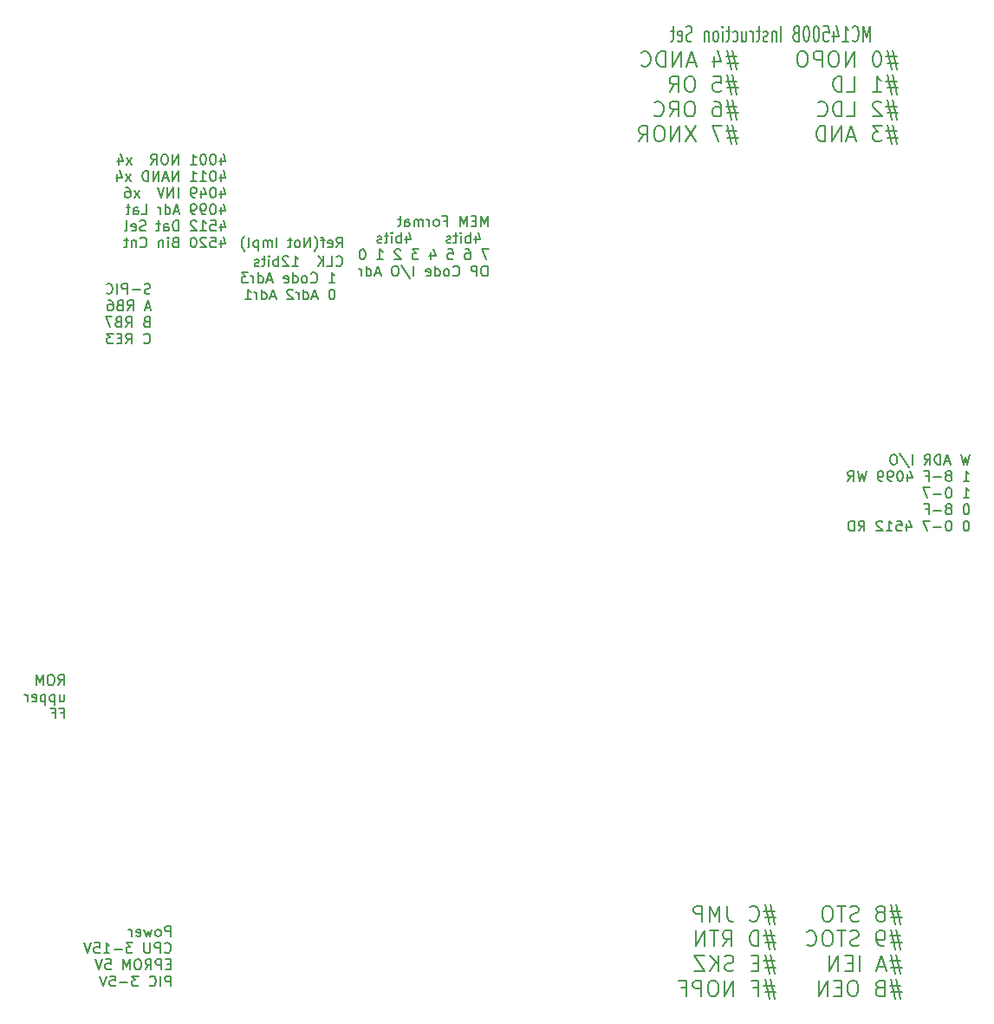
<source format=gbr>
%TF.GenerationSoftware,KiCad,Pcbnew,7.0.2-0*%
%TF.CreationDate,2024-01-28T22:05:15+09:00*%
%TF.ProjectId,cpu-bd,6370752d-6264-42e6-9b69-6361645f7063,rev?*%
%TF.SameCoordinates,Original*%
%TF.FileFunction,Legend,Bot*%
%TF.FilePolarity,Positive*%
%FSLAX46Y46*%
G04 Gerber Fmt 4.6, Leading zero omitted, Abs format (unit mm)*
G04 Created by KiCad (PCBNEW 7.0.2-0) date 2024-01-28 22:05:15*
%MOMM*%
%LPD*%
G01*
G04 APERTURE LIST*
%ADD10C,0.150000*%
G04 APERTURE END LIST*
D10*
X178831904Y-41726428D02*
X178831904Y-40226428D01*
X178831904Y-40226428D02*
X178498571Y-41297857D01*
X178498571Y-41297857D02*
X178165238Y-40226428D01*
X178165238Y-40226428D02*
X178165238Y-41726428D01*
X177117619Y-41583571D02*
X177165238Y-41655000D01*
X177165238Y-41655000D02*
X177308095Y-41726428D01*
X177308095Y-41726428D02*
X177403333Y-41726428D01*
X177403333Y-41726428D02*
X177546190Y-41655000D01*
X177546190Y-41655000D02*
X177641428Y-41512142D01*
X177641428Y-41512142D02*
X177689047Y-41369285D01*
X177689047Y-41369285D02*
X177736666Y-41083571D01*
X177736666Y-41083571D02*
X177736666Y-40869285D01*
X177736666Y-40869285D02*
X177689047Y-40583571D01*
X177689047Y-40583571D02*
X177641428Y-40440714D01*
X177641428Y-40440714D02*
X177546190Y-40297857D01*
X177546190Y-40297857D02*
X177403333Y-40226428D01*
X177403333Y-40226428D02*
X177308095Y-40226428D01*
X177308095Y-40226428D02*
X177165238Y-40297857D01*
X177165238Y-40297857D02*
X177117619Y-40369285D01*
X176165238Y-41726428D02*
X176736666Y-41726428D01*
X176450952Y-41726428D02*
X176450952Y-40226428D01*
X176450952Y-40226428D02*
X176546190Y-40440714D01*
X176546190Y-40440714D02*
X176641428Y-40583571D01*
X176641428Y-40583571D02*
X176736666Y-40655000D01*
X175308095Y-40726428D02*
X175308095Y-41726428D01*
X175546190Y-40155000D02*
X175784285Y-41226428D01*
X175784285Y-41226428D02*
X175165238Y-41226428D01*
X174308095Y-40226428D02*
X174784285Y-40226428D01*
X174784285Y-40226428D02*
X174831904Y-40940714D01*
X174831904Y-40940714D02*
X174784285Y-40869285D01*
X174784285Y-40869285D02*
X174689047Y-40797857D01*
X174689047Y-40797857D02*
X174450952Y-40797857D01*
X174450952Y-40797857D02*
X174355714Y-40869285D01*
X174355714Y-40869285D02*
X174308095Y-40940714D01*
X174308095Y-40940714D02*
X174260476Y-41083571D01*
X174260476Y-41083571D02*
X174260476Y-41440714D01*
X174260476Y-41440714D02*
X174308095Y-41583571D01*
X174308095Y-41583571D02*
X174355714Y-41655000D01*
X174355714Y-41655000D02*
X174450952Y-41726428D01*
X174450952Y-41726428D02*
X174689047Y-41726428D01*
X174689047Y-41726428D02*
X174784285Y-41655000D01*
X174784285Y-41655000D02*
X174831904Y-41583571D01*
X173641428Y-40226428D02*
X173546190Y-40226428D01*
X173546190Y-40226428D02*
X173450952Y-40297857D01*
X173450952Y-40297857D02*
X173403333Y-40369285D01*
X173403333Y-40369285D02*
X173355714Y-40512142D01*
X173355714Y-40512142D02*
X173308095Y-40797857D01*
X173308095Y-40797857D02*
X173308095Y-41155000D01*
X173308095Y-41155000D02*
X173355714Y-41440714D01*
X173355714Y-41440714D02*
X173403333Y-41583571D01*
X173403333Y-41583571D02*
X173450952Y-41655000D01*
X173450952Y-41655000D02*
X173546190Y-41726428D01*
X173546190Y-41726428D02*
X173641428Y-41726428D01*
X173641428Y-41726428D02*
X173736666Y-41655000D01*
X173736666Y-41655000D02*
X173784285Y-41583571D01*
X173784285Y-41583571D02*
X173831904Y-41440714D01*
X173831904Y-41440714D02*
X173879523Y-41155000D01*
X173879523Y-41155000D02*
X173879523Y-40797857D01*
X173879523Y-40797857D02*
X173831904Y-40512142D01*
X173831904Y-40512142D02*
X173784285Y-40369285D01*
X173784285Y-40369285D02*
X173736666Y-40297857D01*
X173736666Y-40297857D02*
X173641428Y-40226428D01*
X172689047Y-40226428D02*
X172593809Y-40226428D01*
X172593809Y-40226428D02*
X172498571Y-40297857D01*
X172498571Y-40297857D02*
X172450952Y-40369285D01*
X172450952Y-40369285D02*
X172403333Y-40512142D01*
X172403333Y-40512142D02*
X172355714Y-40797857D01*
X172355714Y-40797857D02*
X172355714Y-41155000D01*
X172355714Y-41155000D02*
X172403333Y-41440714D01*
X172403333Y-41440714D02*
X172450952Y-41583571D01*
X172450952Y-41583571D02*
X172498571Y-41655000D01*
X172498571Y-41655000D02*
X172593809Y-41726428D01*
X172593809Y-41726428D02*
X172689047Y-41726428D01*
X172689047Y-41726428D02*
X172784285Y-41655000D01*
X172784285Y-41655000D02*
X172831904Y-41583571D01*
X172831904Y-41583571D02*
X172879523Y-41440714D01*
X172879523Y-41440714D02*
X172927142Y-41155000D01*
X172927142Y-41155000D02*
X172927142Y-40797857D01*
X172927142Y-40797857D02*
X172879523Y-40512142D01*
X172879523Y-40512142D02*
X172831904Y-40369285D01*
X172831904Y-40369285D02*
X172784285Y-40297857D01*
X172784285Y-40297857D02*
X172689047Y-40226428D01*
X171593809Y-40940714D02*
X171450952Y-41012142D01*
X171450952Y-41012142D02*
X171403333Y-41083571D01*
X171403333Y-41083571D02*
X171355714Y-41226428D01*
X171355714Y-41226428D02*
X171355714Y-41440714D01*
X171355714Y-41440714D02*
X171403333Y-41583571D01*
X171403333Y-41583571D02*
X171450952Y-41655000D01*
X171450952Y-41655000D02*
X171546190Y-41726428D01*
X171546190Y-41726428D02*
X171927142Y-41726428D01*
X171927142Y-41726428D02*
X171927142Y-40226428D01*
X171927142Y-40226428D02*
X171593809Y-40226428D01*
X171593809Y-40226428D02*
X171498571Y-40297857D01*
X171498571Y-40297857D02*
X171450952Y-40369285D01*
X171450952Y-40369285D02*
X171403333Y-40512142D01*
X171403333Y-40512142D02*
X171403333Y-40655000D01*
X171403333Y-40655000D02*
X171450952Y-40797857D01*
X171450952Y-40797857D02*
X171498571Y-40869285D01*
X171498571Y-40869285D02*
X171593809Y-40940714D01*
X171593809Y-40940714D02*
X171927142Y-40940714D01*
X170165237Y-41726428D02*
X170165237Y-40226428D01*
X169689047Y-40726428D02*
X169689047Y-41726428D01*
X169689047Y-40869285D02*
X169641428Y-40797857D01*
X169641428Y-40797857D02*
X169546190Y-40726428D01*
X169546190Y-40726428D02*
X169403333Y-40726428D01*
X169403333Y-40726428D02*
X169308095Y-40797857D01*
X169308095Y-40797857D02*
X169260476Y-40940714D01*
X169260476Y-40940714D02*
X169260476Y-41726428D01*
X168831904Y-41655000D02*
X168736666Y-41726428D01*
X168736666Y-41726428D02*
X168546190Y-41726428D01*
X168546190Y-41726428D02*
X168450952Y-41655000D01*
X168450952Y-41655000D02*
X168403333Y-41512142D01*
X168403333Y-41512142D02*
X168403333Y-41440714D01*
X168403333Y-41440714D02*
X168450952Y-41297857D01*
X168450952Y-41297857D02*
X168546190Y-41226428D01*
X168546190Y-41226428D02*
X168689047Y-41226428D01*
X168689047Y-41226428D02*
X168784285Y-41155000D01*
X168784285Y-41155000D02*
X168831904Y-41012142D01*
X168831904Y-41012142D02*
X168831904Y-40940714D01*
X168831904Y-40940714D02*
X168784285Y-40797857D01*
X168784285Y-40797857D02*
X168689047Y-40726428D01*
X168689047Y-40726428D02*
X168546190Y-40726428D01*
X168546190Y-40726428D02*
X168450952Y-40797857D01*
X168117618Y-40726428D02*
X167736666Y-40726428D01*
X167974761Y-40226428D02*
X167974761Y-41512142D01*
X167974761Y-41512142D02*
X167927142Y-41655000D01*
X167927142Y-41655000D02*
X167831904Y-41726428D01*
X167831904Y-41726428D02*
X167736666Y-41726428D01*
X167403332Y-41726428D02*
X167403332Y-40726428D01*
X167403332Y-41012142D02*
X167355713Y-40869285D01*
X167355713Y-40869285D02*
X167308094Y-40797857D01*
X167308094Y-40797857D02*
X167212856Y-40726428D01*
X167212856Y-40726428D02*
X167117618Y-40726428D01*
X166355713Y-40726428D02*
X166355713Y-41726428D01*
X166784284Y-40726428D02*
X166784284Y-41512142D01*
X166784284Y-41512142D02*
X166736665Y-41655000D01*
X166736665Y-41655000D02*
X166641427Y-41726428D01*
X166641427Y-41726428D02*
X166498570Y-41726428D01*
X166498570Y-41726428D02*
X166403332Y-41655000D01*
X166403332Y-41655000D02*
X166355713Y-41583571D01*
X165450951Y-41655000D02*
X165546189Y-41726428D01*
X165546189Y-41726428D02*
X165736665Y-41726428D01*
X165736665Y-41726428D02*
X165831903Y-41655000D01*
X165831903Y-41655000D02*
X165879522Y-41583571D01*
X165879522Y-41583571D02*
X165927141Y-41440714D01*
X165927141Y-41440714D02*
X165927141Y-41012142D01*
X165927141Y-41012142D02*
X165879522Y-40869285D01*
X165879522Y-40869285D02*
X165831903Y-40797857D01*
X165831903Y-40797857D02*
X165736665Y-40726428D01*
X165736665Y-40726428D02*
X165546189Y-40726428D01*
X165546189Y-40726428D02*
X165450951Y-40797857D01*
X165165236Y-40726428D02*
X164784284Y-40726428D01*
X165022379Y-40226428D02*
X165022379Y-41512142D01*
X165022379Y-41512142D02*
X164974760Y-41655000D01*
X164974760Y-41655000D02*
X164879522Y-41726428D01*
X164879522Y-41726428D02*
X164784284Y-41726428D01*
X164450950Y-41726428D02*
X164450950Y-40726428D01*
X164450950Y-40226428D02*
X164498569Y-40297857D01*
X164498569Y-40297857D02*
X164450950Y-40369285D01*
X164450950Y-40369285D02*
X164403331Y-40297857D01*
X164403331Y-40297857D02*
X164450950Y-40226428D01*
X164450950Y-40226428D02*
X164450950Y-40369285D01*
X163831903Y-41726428D02*
X163927141Y-41655000D01*
X163927141Y-41655000D02*
X163974760Y-41583571D01*
X163974760Y-41583571D02*
X164022379Y-41440714D01*
X164022379Y-41440714D02*
X164022379Y-41012142D01*
X164022379Y-41012142D02*
X163974760Y-40869285D01*
X163974760Y-40869285D02*
X163927141Y-40797857D01*
X163927141Y-40797857D02*
X163831903Y-40726428D01*
X163831903Y-40726428D02*
X163689046Y-40726428D01*
X163689046Y-40726428D02*
X163593808Y-40797857D01*
X163593808Y-40797857D02*
X163546189Y-40869285D01*
X163546189Y-40869285D02*
X163498570Y-41012142D01*
X163498570Y-41012142D02*
X163498570Y-41440714D01*
X163498570Y-41440714D02*
X163546189Y-41583571D01*
X163546189Y-41583571D02*
X163593808Y-41655000D01*
X163593808Y-41655000D02*
X163689046Y-41726428D01*
X163689046Y-41726428D02*
X163831903Y-41726428D01*
X163069998Y-40726428D02*
X163069998Y-41726428D01*
X163069998Y-40869285D02*
X163022379Y-40797857D01*
X163022379Y-40797857D02*
X162927141Y-40726428D01*
X162927141Y-40726428D02*
X162784284Y-40726428D01*
X162784284Y-40726428D02*
X162689046Y-40797857D01*
X162689046Y-40797857D02*
X162641427Y-40940714D01*
X162641427Y-40940714D02*
X162641427Y-41726428D01*
X161450950Y-41655000D02*
X161308093Y-41726428D01*
X161308093Y-41726428D02*
X161069998Y-41726428D01*
X161069998Y-41726428D02*
X160974760Y-41655000D01*
X160974760Y-41655000D02*
X160927141Y-41583571D01*
X160927141Y-41583571D02*
X160879522Y-41440714D01*
X160879522Y-41440714D02*
X160879522Y-41297857D01*
X160879522Y-41297857D02*
X160927141Y-41155000D01*
X160927141Y-41155000D02*
X160974760Y-41083571D01*
X160974760Y-41083571D02*
X161069998Y-41012142D01*
X161069998Y-41012142D02*
X161260474Y-40940714D01*
X161260474Y-40940714D02*
X161355712Y-40869285D01*
X161355712Y-40869285D02*
X161403331Y-40797857D01*
X161403331Y-40797857D02*
X161450950Y-40655000D01*
X161450950Y-40655000D02*
X161450950Y-40512142D01*
X161450950Y-40512142D02*
X161403331Y-40369285D01*
X161403331Y-40369285D02*
X161355712Y-40297857D01*
X161355712Y-40297857D02*
X161260474Y-40226428D01*
X161260474Y-40226428D02*
X161022379Y-40226428D01*
X161022379Y-40226428D02*
X160879522Y-40297857D01*
X160069998Y-41655000D02*
X160165236Y-41726428D01*
X160165236Y-41726428D02*
X160355712Y-41726428D01*
X160355712Y-41726428D02*
X160450950Y-41655000D01*
X160450950Y-41655000D02*
X160498569Y-41512142D01*
X160498569Y-41512142D02*
X160498569Y-40940714D01*
X160498569Y-40940714D02*
X160450950Y-40797857D01*
X160450950Y-40797857D02*
X160355712Y-40726428D01*
X160355712Y-40726428D02*
X160165236Y-40726428D01*
X160165236Y-40726428D02*
X160069998Y-40797857D01*
X160069998Y-40797857D02*
X160022379Y-40940714D01*
X160022379Y-40940714D02*
X160022379Y-41083571D01*
X160022379Y-41083571D02*
X160498569Y-41226428D01*
X159736664Y-40726428D02*
X159355712Y-40726428D01*
X159593807Y-40226428D02*
X159593807Y-41512142D01*
X159593807Y-41512142D02*
X159546188Y-41655000D01*
X159546188Y-41655000D02*
X159450950Y-41726428D01*
X159450950Y-41726428D02*
X159355712Y-41726428D01*
X165830285Y-43215428D02*
X164758857Y-43215428D01*
X165401714Y-42572571D02*
X165830285Y-44501142D01*
X164901714Y-43858285D02*
X165973142Y-43858285D01*
X165330285Y-44501142D02*
X164901714Y-42572571D01*
X163616000Y-43215428D02*
X163616000Y-44215428D01*
X163973142Y-42644000D02*
X164330285Y-43715428D01*
X164330285Y-43715428D02*
X163401714Y-43715428D01*
X161758857Y-43786857D02*
X161044572Y-43786857D01*
X161901714Y-44215428D02*
X161401714Y-42715428D01*
X161401714Y-42715428D02*
X160901714Y-44215428D01*
X160401715Y-44215428D02*
X160401715Y-42715428D01*
X160401715Y-42715428D02*
X159544572Y-44215428D01*
X159544572Y-44215428D02*
X159544572Y-42715428D01*
X158830286Y-44215428D02*
X158830286Y-42715428D01*
X158830286Y-42715428D02*
X158473143Y-42715428D01*
X158473143Y-42715428D02*
X158258857Y-42786857D01*
X158258857Y-42786857D02*
X158116000Y-42929714D01*
X158116000Y-42929714D02*
X158044571Y-43072571D01*
X158044571Y-43072571D02*
X157973143Y-43358285D01*
X157973143Y-43358285D02*
X157973143Y-43572571D01*
X157973143Y-43572571D02*
X158044571Y-43858285D01*
X158044571Y-43858285D02*
X158116000Y-44001142D01*
X158116000Y-44001142D02*
X158258857Y-44144000D01*
X158258857Y-44144000D02*
X158473143Y-44215428D01*
X158473143Y-44215428D02*
X158830286Y-44215428D01*
X156473143Y-44072571D02*
X156544571Y-44144000D01*
X156544571Y-44144000D02*
X156758857Y-44215428D01*
X156758857Y-44215428D02*
X156901714Y-44215428D01*
X156901714Y-44215428D02*
X157116000Y-44144000D01*
X157116000Y-44144000D02*
X157258857Y-44001142D01*
X157258857Y-44001142D02*
X157330286Y-43858285D01*
X157330286Y-43858285D02*
X157401714Y-43572571D01*
X157401714Y-43572571D02*
X157401714Y-43358285D01*
X157401714Y-43358285D02*
X157330286Y-43072571D01*
X157330286Y-43072571D02*
X157258857Y-42929714D01*
X157258857Y-42929714D02*
X157116000Y-42786857D01*
X157116000Y-42786857D02*
X156901714Y-42715428D01*
X156901714Y-42715428D02*
X156758857Y-42715428D01*
X156758857Y-42715428D02*
X156544571Y-42786857D01*
X156544571Y-42786857D02*
X156473143Y-42858285D01*
X165830285Y-45645428D02*
X164758857Y-45645428D01*
X165401714Y-45002571D02*
X165830285Y-46931142D01*
X164901714Y-46288285D02*
X165973142Y-46288285D01*
X165330285Y-46931142D02*
X164901714Y-45002571D01*
X163544571Y-45145428D02*
X164258857Y-45145428D01*
X164258857Y-45145428D02*
X164330285Y-45859714D01*
X164330285Y-45859714D02*
X164258857Y-45788285D01*
X164258857Y-45788285D02*
X164116000Y-45716857D01*
X164116000Y-45716857D02*
X163758857Y-45716857D01*
X163758857Y-45716857D02*
X163616000Y-45788285D01*
X163616000Y-45788285D02*
X163544571Y-45859714D01*
X163544571Y-45859714D02*
X163473142Y-46002571D01*
X163473142Y-46002571D02*
X163473142Y-46359714D01*
X163473142Y-46359714D02*
X163544571Y-46502571D01*
X163544571Y-46502571D02*
X163616000Y-46574000D01*
X163616000Y-46574000D02*
X163758857Y-46645428D01*
X163758857Y-46645428D02*
X164116000Y-46645428D01*
X164116000Y-46645428D02*
X164258857Y-46574000D01*
X164258857Y-46574000D02*
X164330285Y-46502571D01*
X161401714Y-45145428D02*
X161116000Y-45145428D01*
X161116000Y-45145428D02*
X160973143Y-45216857D01*
X160973143Y-45216857D02*
X160830286Y-45359714D01*
X160830286Y-45359714D02*
X160758857Y-45645428D01*
X160758857Y-45645428D02*
X160758857Y-46145428D01*
X160758857Y-46145428D02*
X160830286Y-46431142D01*
X160830286Y-46431142D02*
X160973143Y-46574000D01*
X160973143Y-46574000D02*
X161116000Y-46645428D01*
X161116000Y-46645428D02*
X161401714Y-46645428D01*
X161401714Y-46645428D02*
X161544572Y-46574000D01*
X161544572Y-46574000D02*
X161687429Y-46431142D01*
X161687429Y-46431142D02*
X161758857Y-46145428D01*
X161758857Y-46145428D02*
X161758857Y-45645428D01*
X161758857Y-45645428D02*
X161687429Y-45359714D01*
X161687429Y-45359714D02*
X161544572Y-45216857D01*
X161544572Y-45216857D02*
X161401714Y-45145428D01*
X159258857Y-46645428D02*
X159758857Y-45931142D01*
X160116000Y-46645428D02*
X160116000Y-45145428D01*
X160116000Y-45145428D02*
X159544571Y-45145428D01*
X159544571Y-45145428D02*
X159401714Y-45216857D01*
X159401714Y-45216857D02*
X159330285Y-45288285D01*
X159330285Y-45288285D02*
X159258857Y-45431142D01*
X159258857Y-45431142D02*
X159258857Y-45645428D01*
X159258857Y-45645428D02*
X159330285Y-45788285D01*
X159330285Y-45788285D02*
X159401714Y-45859714D01*
X159401714Y-45859714D02*
X159544571Y-45931142D01*
X159544571Y-45931142D02*
X160116000Y-45931142D01*
X165830285Y-48075428D02*
X164758857Y-48075428D01*
X165401714Y-47432571D02*
X165830285Y-49361142D01*
X164901714Y-48718285D02*
X165973142Y-48718285D01*
X165330285Y-49361142D02*
X164901714Y-47432571D01*
X163616000Y-47575428D02*
X163901714Y-47575428D01*
X163901714Y-47575428D02*
X164044571Y-47646857D01*
X164044571Y-47646857D02*
X164116000Y-47718285D01*
X164116000Y-47718285D02*
X164258857Y-47932571D01*
X164258857Y-47932571D02*
X164330285Y-48218285D01*
X164330285Y-48218285D02*
X164330285Y-48789714D01*
X164330285Y-48789714D02*
X164258857Y-48932571D01*
X164258857Y-48932571D02*
X164187428Y-49004000D01*
X164187428Y-49004000D02*
X164044571Y-49075428D01*
X164044571Y-49075428D02*
X163758857Y-49075428D01*
X163758857Y-49075428D02*
X163616000Y-49004000D01*
X163616000Y-49004000D02*
X163544571Y-48932571D01*
X163544571Y-48932571D02*
X163473142Y-48789714D01*
X163473142Y-48789714D02*
X163473142Y-48432571D01*
X163473142Y-48432571D02*
X163544571Y-48289714D01*
X163544571Y-48289714D02*
X163616000Y-48218285D01*
X163616000Y-48218285D02*
X163758857Y-48146857D01*
X163758857Y-48146857D02*
X164044571Y-48146857D01*
X164044571Y-48146857D02*
X164187428Y-48218285D01*
X164187428Y-48218285D02*
X164258857Y-48289714D01*
X164258857Y-48289714D02*
X164330285Y-48432571D01*
X161401714Y-47575428D02*
X161116000Y-47575428D01*
X161116000Y-47575428D02*
X160973143Y-47646857D01*
X160973143Y-47646857D02*
X160830286Y-47789714D01*
X160830286Y-47789714D02*
X160758857Y-48075428D01*
X160758857Y-48075428D02*
X160758857Y-48575428D01*
X160758857Y-48575428D02*
X160830286Y-48861142D01*
X160830286Y-48861142D02*
X160973143Y-49004000D01*
X160973143Y-49004000D02*
X161116000Y-49075428D01*
X161116000Y-49075428D02*
X161401714Y-49075428D01*
X161401714Y-49075428D02*
X161544572Y-49004000D01*
X161544572Y-49004000D02*
X161687429Y-48861142D01*
X161687429Y-48861142D02*
X161758857Y-48575428D01*
X161758857Y-48575428D02*
X161758857Y-48075428D01*
X161758857Y-48075428D02*
X161687429Y-47789714D01*
X161687429Y-47789714D02*
X161544572Y-47646857D01*
X161544572Y-47646857D02*
X161401714Y-47575428D01*
X159258857Y-49075428D02*
X159758857Y-48361142D01*
X160116000Y-49075428D02*
X160116000Y-47575428D01*
X160116000Y-47575428D02*
X159544571Y-47575428D01*
X159544571Y-47575428D02*
X159401714Y-47646857D01*
X159401714Y-47646857D02*
X159330285Y-47718285D01*
X159330285Y-47718285D02*
X159258857Y-47861142D01*
X159258857Y-47861142D02*
X159258857Y-48075428D01*
X159258857Y-48075428D02*
X159330285Y-48218285D01*
X159330285Y-48218285D02*
X159401714Y-48289714D01*
X159401714Y-48289714D02*
X159544571Y-48361142D01*
X159544571Y-48361142D02*
X160116000Y-48361142D01*
X157758857Y-48932571D02*
X157830285Y-49004000D01*
X157830285Y-49004000D02*
X158044571Y-49075428D01*
X158044571Y-49075428D02*
X158187428Y-49075428D01*
X158187428Y-49075428D02*
X158401714Y-49004000D01*
X158401714Y-49004000D02*
X158544571Y-48861142D01*
X158544571Y-48861142D02*
X158616000Y-48718285D01*
X158616000Y-48718285D02*
X158687428Y-48432571D01*
X158687428Y-48432571D02*
X158687428Y-48218285D01*
X158687428Y-48218285D02*
X158616000Y-47932571D01*
X158616000Y-47932571D02*
X158544571Y-47789714D01*
X158544571Y-47789714D02*
X158401714Y-47646857D01*
X158401714Y-47646857D02*
X158187428Y-47575428D01*
X158187428Y-47575428D02*
X158044571Y-47575428D01*
X158044571Y-47575428D02*
X157830285Y-47646857D01*
X157830285Y-47646857D02*
X157758857Y-47718285D01*
X165830285Y-50505428D02*
X164758857Y-50505428D01*
X165401714Y-49862571D02*
X165830285Y-51791142D01*
X164901714Y-51148285D02*
X165973142Y-51148285D01*
X165330285Y-51791142D02*
X164901714Y-49862571D01*
X164401714Y-50005428D02*
X163401714Y-50005428D01*
X163401714Y-50005428D02*
X164044571Y-51505428D01*
X161830286Y-50005428D02*
X160830286Y-51505428D01*
X160830286Y-50005428D02*
X161830286Y-51505428D01*
X160258858Y-51505428D02*
X160258858Y-50005428D01*
X160258858Y-50005428D02*
X159401715Y-51505428D01*
X159401715Y-51505428D02*
X159401715Y-50005428D01*
X158401714Y-50005428D02*
X158116000Y-50005428D01*
X158116000Y-50005428D02*
X157973143Y-50076857D01*
X157973143Y-50076857D02*
X157830286Y-50219714D01*
X157830286Y-50219714D02*
X157758857Y-50505428D01*
X157758857Y-50505428D02*
X157758857Y-51005428D01*
X157758857Y-51005428D02*
X157830286Y-51291142D01*
X157830286Y-51291142D02*
X157973143Y-51434000D01*
X157973143Y-51434000D02*
X158116000Y-51505428D01*
X158116000Y-51505428D02*
X158401714Y-51505428D01*
X158401714Y-51505428D02*
X158544572Y-51434000D01*
X158544572Y-51434000D02*
X158687429Y-51291142D01*
X158687429Y-51291142D02*
X158758857Y-51005428D01*
X158758857Y-51005428D02*
X158758857Y-50505428D01*
X158758857Y-50505428D02*
X158687429Y-50219714D01*
X158687429Y-50219714D02*
X158544572Y-50076857D01*
X158544572Y-50076857D02*
X158401714Y-50005428D01*
X156258857Y-51505428D02*
X156758857Y-50791142D01*
X157116000Y-51505428D02*
X157116000Y-50005428D01*
X157116000Y-50005428D02*
X156544571Y-50005428D01*
X156544571Y-50005428D02*
X156401714Y-50076857D01*
X156401714Y-50076857D02*
X156330285Y-50148285D01*
X156330285Y-50148285D02*
X156258857Y-50291142D01*
X156258857Y-50291142D02*
X156258857Y-50505428D01*
X156258857Y-50505428D02*
X156330285Y-50648285D01*
X156330285Y-50648285D02*
X156401714Y-50719714D01*
X156401714Y-50719714D02*
X156544571Y-50791142D01*
X156544571Y-50791142D02*
X157116000Y-50791142D01*
X181451285Y-43215428D02*
X180379857Y-43215428D01*
X181022714Y-42572571D02*
X181451285Y-44501142D01*
X180522714Y-43858285D02*
X181594142Y-43858285D01*
X180951285Y-44501142D02*
X180522714Y-42572571D01*
X179594142Y-42715428D02*
X179451285Y-42715428D01*
X179451285Y-42715428D02*
X179308428Y-42786857D01*
X179308428Y-42786857D02*
X179237000Y-42858285D01*
X179237000Y-42858285D02*
X179165571Y-43001142D01*
X179165571Y-43001142D02*
X179094142Y-43286857D01*
X179094142Y-43286857D02*
X179094142Y-43644000D01*
X179094142Y-43644000D02*
X179165571Y-43929714D01*
X179165571Y-43929714D02*
X179237000Y-44072571D01*
X179237000Y-44072571D02*
X179308428Y-44144000D01*
X179308428Y-44144000D02*
X179451285Y-44215428D01*
X179451285Y-44215428D02*
X179594142Y-44215428D01*
X179594142Y-44215428D02*
X179737000Y-44144000D01*
X179737000Y-44144000D02*
X179808428Y-44072571D01*
X179808428Y-44072571D02*
X179879857Y-43929714D01*
X179879857Y-43929714D02*
X179951285Y-43644000D01*
X179951285Y-43644000D02*
X179951285Y-43286857D01*
X179951285Y-43286857D02*
X179879857Y-43001142D01*
X179879857Y-43001142D02*
X179808428Y-42858285D01*
X179808428Y-42858285D02*
X179737000Y-42786857D01*
X179737000Y-42786857D02*
X179594142Y-42715428D01*
X177308429Y-44215428D02*
X177308429Y-42715428D01*
X177308429Y-42715428D02*
X176451286Y-44215428D01*
X176451286Y-44215428D02*
X176451286Y-42715428D01*
X175451285Y-42715428D02*
X175165571Y-42715428D01*
X175165571Y-42715428D02*
X175022714Y-42786857D01*
X175022714Y-42786857D02*
X174879857Y-42929714D01*
X174879857Y-42929714D02*
X174808428Y-43215428D01*
X174808428Y-43215428D02*
X174808428Y-43715428D01*
X174808428Y-43715428D02*
X174879857Y-44001142D01*
X174879857Y-44001142D02*
X175022714Y-44144000D01*
X175022714Y-44144000D02*
X175165571Y-44215428D01*
X175165571Y-44215428D02*
X175451285Y-44215428D01*
X175451285Y-44215428D02*
X175594143Y-44144000D01*
X175594143Y-44144000D02*
X175737000Y-44001142D01*
X175737000Y-44001142D02*
X175808428Y-43715428D01*
X175808428Y-43715428D02*
X175808428Y-43215428D01*
X175808428Y-43215428D02*
X175737000Y-42929714D01*
X175737000Y-42929714D02*
X175594143Y-42786857D01*
X175594143Y-42786857D02*
X175451285Y-42715428D01*
X174165571Y-44215428D02*
X174165571Y-42715428D01*
X174165571Y-42715428D02*
X173594142Y-42715428D01*
X173594142Y-42715428D02*
X173451285Y-42786857D01*
X173451285Y-42786857D02*
X173379856Y-42858285D01*
X173379856Y-42858285D02*
X173308428Y-43001142D01*
X173308428Y-43001142D02*
X173308428Y-43215428D01*
X173308428Y-43215428D02*
X173379856Y-43358285D01*
X173379856Y-43358285D02*
X173451285Y-43429714D01*
X173451285Y-43429714D02*
X173594142Y-43501142D01*
X173594142Y-43501142D02*
X174165571Y-43501142D01*
X172379856Y-42715428D02*
X172094142Y-42715428D01*
X172094142Y-42715428D02*
X171951285Y-42786857D01*
X171951285Y-42786857D02*
X171808428Y-42929714D01*
X171808428Y-42929714D02*
X171736999Y-43215428D01*
X171736999Y-43215428D02*
X171736999Y-43715428D01*
X171736999Y-43715428D02*
X171808428Y-44001142D01*
X171808428Y-44001142D02*
X171951285Y-44144000D01*
X171951285Y-44144000D02*
X172094142Y-44215428D01*
X172094142Y-44215428D02*
X172379856Y-44215428D01*
X172379856Y-44215428D02*
X172522714Y-44144000D01*
X172522714Y-44144000D02*
X172665571Y-44001142D01*
X172665571Y-44001142D02*
X172736999Y-43715428D01*
X172736999Y-43715428D02*
X172736999Y-43215428D01*
X172736999Y-43215428D02*
X172665571Y-42929714D01*
X172665571Y-42929714D02*
X172522714Y-42786857D01*
X172522714Y-42786857D02*
X172379856Y-42715428D01*
X181451285Y-45645428D02*
X180379857Y-45645428D01*
X181022714Y-45002571D02*
X181451285Y-46931142D01*
X180522714Y-46288285D02*
X181594142Y-46288285D01*
X180951285Y-46931142D02*
X180522714Y-45002571D01*
X179094142Y-46645428D02*
X179951285Y-46645428D01*
X179522714Y-46645428D02*
X179522714Y-45145428D01*
X179522714Y-45145428D02*
X179665571Y-45359714D01*
X179665571Y-45359714D02*
X179808428Y-45502571D01*
X179808428Y-45502571D02*
X179951285Y-45574000D01*
X176594143Y-46645428D02*
X177308429Y-46645428D01*
X177308429Y-46645428D02*
X177308429Y-45145428D01*
X176094143Y-46645428D02*
X176094143Y-45145428D01*
X176094143Y-45145428D02*
X175737000Y-45145428D01*
X175737000Y-45145428D02*
X175522714Y-45216857D01*
X175522714Y-45216857D02*
X175379857Y-45359714D01*
X175379857Y-45359714D02*
X175308428Y-45502571D01*
X175308428Y-45502571D02*
X175237000Y-45788285D01*
X175237000Y-45788285D02*
X175237000Y-46002571D01*
X175237000Y-46002571D02*
X175308428Y-46288285D01*
X175308428Y-46288285D02*
X175379857Y-46431142D01*
X175379857Y-46431142D02*
X175522714Y-46574000D01*
X175522714Y-46574000D02*
X175737000Y-46645428D01*
X175737000Y-46645428D02*
X176094143Y-46645428D01*
X181451285Y-48075428D02*
X180379857Y-48075428D01*
X181022714Y-47432571D02*
X181451285Y-49361142D01*
X180522714Y-48718285D02*
X181594142Y-48718285D01*
X180951285Y-49361142D02*
X180522714Y-47432571D01*
X179951285Y-47718285D02*
X179879857Y-47646857D01*
X179879857Y-47646857D02*
X179737000Y-47575428D01*
X179737000Y-47575428D02*
X179379857Y-47575428D01*
X179379857Y-47575428D02*
X179237000Y-47646857D01*
X179237000Y-47646857D02*
X179165571Y-47718285D01*
X179165571Y-47718285D02*
X179094142Y-47861142D01*
X179094142Y-47861142D02*
X179094142Y-48004000D01*
X179094142Y-48004000D02*
X179165571Y-48218285D01*
X179165571Y-48218285D02*
X180022714Y-49075428D01*
X180022714Y-49075428D02*
X179094142Y-49075428D01*
X176594143Y-49075428D02*
X177308429Y-49075428D01*
X177308429Y-49075428D02*
X177308429Y-47575428D01*
X176094143Y-49075428D02*
X176094143Y-47575428D01*
X176094143Y-47575428D02*
X175737000Y-47575428D01*
X175737000Y-47575428D02*
X175522714Y-47646857D01*
X175522714Y-47646857D02*
X175379857Y-47789714D01*
X175379857Y-47789714D02*
X175308428Y-47932571D01*
X175308428Y-47932571D02*
X175237000Y-48218285D01*
X175237000Y-48218285D02*
X175237000Y-48432571D01*
X175237000Y-48432571D02*
X175308428Y-48718285D01*
X175308428Y-48718285D02*
X175379857Y-48861142D01*
X175379857Y-48861142D02*
X175522714Y-49004000D01*
X175522714Y-49004000D02*
X175737000Y-49075428D01*
X175737000Y-49075428D02*
X176094143Y-49075428D01*
X173737000Y-48932571D02*
X173808428Y-49004000D01*
X173808428Y-49004000D02*
X174022714Y-49075428D01*
X174022714Y-49075428D02*
X174165571Y-49075428D01*
X174165571Y-49075428D02*
X174379857Y-49004000D01*
X174379857Y-49004000D02*
X174522714Y-48861142D01*
X174522714Y-48861142D02*
X174594143Y-48718285D01*
X174594143Y-48718285D02*
X174665571Y-48432571D01*
X174665571Y-48432571D02*
X174665571Y-48218285D01*
X174665571Y-48218285D02*
X174594143Y-47932571D01*
X174594143Y-47932571D02*
X174522714Y-47789714D01*
X174522714Y-47789714D02*
X174379857Y-47646857D01*
X174379857Y-47646857D02*
X174165571Y-47575428D01*
X174165571Y-47575428D02*
X174022714Y-47575428D01*
X174022714Y-47575428D02*
X173808428Y-47646857D01*
X173808428Y-47646857D02*
X173737000Y-47718285D01*
X181451285Y-50505428D02*
X180379857Y-50505428D01*
X181022714Y-49862571D02*
X181451285Y-51791142D01*
X180522714Y-51148285D02*
X181594142Y-51148285D01*
X180951285Y-51791142D02*
X180522714Y-49862571D01*
X180022714Y-50005428D02*
X179094142Y-50005428D01*
X179094142Y-50005428D02*
X179594142Y-50576857D01*
X179594142Y-50576857D02*
X179379857Y-50576857D01*
X179379857Y-50576857D02*
X179237000Y-50648285D01*
X179237000Y-50648285D02*
X179165571Y-50719714D01*
X179165571Y-50719714D02*
X179094142Y-50862571D01*
X179094142Y-50862571D02*
X179094142Y-51219714D01*
X179094142Y-51219714D02*
X179165571Y-51362571D01*
X179165571Y-51362571D02*
X179237000Y-51434000D01*
X179237000Y-51434000D02*
X179379857Y-51505428D01*
X179379857Y-51505428D02*
X179808428Y-51505428D01*
X179808428Y-51505428D02*
X179951285Y-51434000D01*
X179951285Y-51434000D02*
X180022714Y-51362571D01*
X177379857Y-51076857D02*
X176665572Y-51076857D01*
X177522714Y-51505428D02*
X177022714Y-50005428D01*
X177022714Y-50005428D02*
X176522714Y-51505428D01*
X176022715Y-51505428D02*
X176022715Y-50005428D01*
X176022715Y-50005428D02*
X175165572Y-51505428D01*
X175165572Y-51505428D02*
X175165572Y-50005428D01*
X174451286Y-51505428D02*
X174451286Y-50005428D01*
X174451286Y-50005428D02*
X174094143Y-50005428D01*
X174094143Y-50005428D02*
X173879857Y-50076857D01*
X173879857Y-50076857D02*
X173737000Y-50219714D01*
X173737000Y-50219714D02*
X173665571Y-50362571D01*
X173665571Y-50362571D02*
X173594143Y-50648285D01*
X173594143Y-50648285D02*
X173594143Y-50862571D01*
X173594143Y-50862571D02*
X173665571Y-51148285D01*
X173665571Y-51148285D02*
X173737000Y-51291142D01*
X173737000Y-51291142D02*
X173879857Y-51434000D01*
X173879857Y-51434000D02*
X174094143Y-51505428D01*
X174094143Y-51505428D02*
X174451286Y-51505428D01*
X99520476Y-104587619D02*
X99853809Y-104111428D01*
X100091904Y-104587619D02*
X100091904Y-103587619D01*
X100091904Y-103587619D02*
X99710952Y-103587619D01*
X99710952Y-103587619D02*
X99615714Y-103635238D01*
X99615714Y-103635238D02*
X99568095Y-103682857D01*
X99568095Y-103682857D02*
X99520476Y-103778095D01*
X99520476Y-103778095D02*
X99520476Y-103920952D01*
X99520476Y-103920952D02*
X99568095Y-104016190D01*
X99568095Y-104016190D02*
X99615714Y-104063809D01*
X99615714Y-104063809D02*
X99710952Y-104111428D01*
X99710952Y-104111428D02*
X100091904Y-104111428D01*
X98901428Y-103587619D02*
X98710952Y-103587619D01*
X98710952Y-103587619D02*
X98615714Y-103635238D01*
X98615714Y-103635238D02*
X98520476Y-103730476D01*
X98520476Y-103730476D02*
X98472857Y-103920952D01*
X98472857Y-103920952D02*
X98472857Y-104254285D01*
X98472857Y-104254285D02*
X98520476Y-104444761D01*
X98520476Y-104444761D02*
X98615714Y-104540000D01*
X98615714Y-104540000D02*
X98710952Y-104587619D01*
X98710952Y-104587619D02*
X98901428Y-104587619D01*
X98901428Y-104587619D02*
X98996666Y-104540000D01*
X98996666Y-104540000D02*
X99091904Y-104444761D01*
X99091904Y-104444761D02*
X99139523Y-104254285D01*
X99139523Y-104254285D02*
X99139523Y-103920952D01*
X99139523Y-103920952D02*
X99091904Y-103730476D01*
X99091904Y-103730476D02*
X98996666Y-103635238D01*
X98996666Y-103635238D02*
X98901428Y-103587619D01*
X98044285Y-104587619D02*
X98044285Y-103587619D01*
X98044285Y-103587619D02*
X97710952Y-104301904D01*
X97710952Y-104301904D02*
X97377619Y-103587619D01*
X97377619Y-103587619D02*
X97377619Y-104587619D01*
X99663333Y-105540952D02*
X99663333Y-106207619D01*
X100091904Y-105540952D02*
X100091904Y-106064761D01*
X100091904Y-106064761D02*
X100044285Y-106160000D01*
X100044285Y-106160000D02*
X99949047Y-106207619D01*
X99949047Y-106207619D02*
X99806190Y-106207619D01*
X99806190Y-106207619D02*
X99710952Y-106160000D01*
X99710952Y-106160000D02*
X99663333Y-106112380D01*
X99187142Y-105540952D02*
X99187142Y-106540952D01*
X99187142Y-105588571D02*
X99091904Y-105540952D01*
X99091904Y-105540952D02*
X98901428Y-105540952D01*
X98901428Y-105540952D02*
X98806190Y-105588571D01*
X98806190Y-105588571D02*
X98758571Y-105636190D01*
X98758571Y-105636190D02*
X98710952Y-105731428D01*
X98710952Y-105731428D02*
X98710952Y-106017142D01*
X98710952Y-106017142D02*
X98758571Y-106112380D01*
X98758571Y-106112380D02*
X98806190Y-106160000D01*
X98806190Y-106160000D02*
X98901428Y-106207619D01*
X98901428Y-106207619D02*
X99091904Y-106207619D01*
X99091904Y-106207619D02*
X99187142Y-106160000D01*
X98282380Y-105540952D02*
X98282380Y-106540952D01*
X98282380Y-105588571D02*
X98187142Y-105540952D01*
X98187142Y-105540952D02*
X97996666Y-105540952D01*
X97996666Y-105540952D02*
X97901428Y-105588571D01*
X97901428Y-105588571D02*
X97853809Y-105636190D01*
X97853809Y-105636190D02*
X97806190Y-105731428D01*
X97806190Y-105731428D02*
X97806190Y-106017142D01*
X97806190Y-106017142D02*
X97853809Y-106112380D01*
X97853809Y-106112380D02*
X97901428Y-106160000D01*
X97901428Y-106160000D02*
X97996666Y-106207619D01*
X97996666Y-106207619D02*
X98187142Y-106207619D01*
X98187142Y-106207619D02*
X98282380Y-106160000D01*
X96996666Y-106160000D02*
X97091904Y-106207619D01*
X97091904Y-106207619D02*
X97282380Y-106207619D01*
X97282380Y-106207619D02*
X97377618Y-106160000D01*
X97377618Y-106160000D02*
X97425237Y-106064761D01*
X97425237Y-106064761D02*
X97425237Y-105683809D01*
X97425237Y-105683809D02*
X97377618Y-105588571D01*
X97377618Y-105588571D02*
X97282380Y-105540952D01*
X97282380Y-105540952D02*
X97091904Y-105540952D01*
X97091904Y-105540952D02*
X96996666Y-105588571D01*
X96996666Y-105588571D02*
X96949047Y-105683809D01*
X96949047Y-105683809D02*
X96949047Y-105779047D01*
X96949047Y-105779047D02*
X97425237Y-105874285D01*
X96520475Y-106207619D02*
X96520475Y-105540952D01*
X96520475Y-105731428D02*
X96472856Y-105636190D01*
X96472856Y-105636190D02*
X96425237Y-105588571D01*
X96425237Y-105588571D02*
X96329999Y-105540952D01*
X96329999Y-105540952D02*
X96234761Y-105540952D01*
X99758571Y-107303809D02*
X100091904Y-107303809D01*
X100091904Y-107827619D02*
X100091904Y-106827619D01*
X100091904Y-106827619D02*
X99615714Y-106827619D01*
X98901428Y-107303809D02*
X99234761Y-107303809D01*
X99234761Y-107827619D02*
X99234761Y-106827619D01*
X99234761Y-106827619D02*
X98758571Y-106827619D01*
X141493904Y-59787619D02*
X141493904Y-58787619D01*
X141493904Y-58787619D02*
X141160571Y-59501904D01*
X141160571Y-59501904D02*
X140827238Y-58787619D01*
X140827238Y-58787619D02*
X140827238Y-59787619D01*
X140351047Y-59263809D02*
X140017714Y-59263809D01*
X139874857Y-59787619D02*
X140351047Y-59787619D01*
X140351047Y-59787619D02*
X140351047Y-58787619D01*
X140351047Y-58787619D02*
X139874857Y-58787619D01*
X139446285Y-59787619D02*
X139446285Y-58787619D01*
X139446285Y-58787619D02*
X139112952Y-59501904D01*
X139112952Y-59501904D02*
X138779619Y-58787619D01*
X138779619Y-58787619D02*
X138779619Y-59787619D01*
X137208190Y-59263809D02*
X137541523Y-59263809D01*
X137541523Y-59787619D02*
X137541523Y-58787619D01*
X137541523Y-58787619D02*
X137065333Y-58787619D01*
X136541523Y-59787619D02*
X136636761Y-59740000D01*
X136636761Y-59740000D02*
X136684380Y-59692380D01*
X136684380Y-59692380D02*
X136731999Y-59597142D01*
X136731999Y-59597142D02*
X136731999Y-59311428D01*
X136731999Y-59311428D02*
X136684380Y-59216190D01*
X136684380Y-59216190D02*
X136636761Y-59168571D01*
X136636761Y-59168571D02*
X136541523Y-59120952D01*
X136541523Y-59120952D02*
X136398666Y-59120952D01*
X136398666Y-59120952D02*
X136303428Y-59168571D01*
X136303428Y-59168571D02*
X136255809Y-59216190D01*
X136255809Y-59216190D02*
X136208190Y-59311428D01*
X136208190Y-59311428D02*
X136208190Y-59597142D01*
X136208190Y-59597142D02*
X136255809Y-59692380D01*
X136255809Y-59692380D02*
X136303428Y-59740000D01*
X136303428Y-59740000D02*
X136398666Y-59787619D01*
X136398666Y-59787619D02*
X136541523Y-59787619D01*
X135779618Y-59787619D02*
X135779618Y-59120952D01*
X135779618Y-59311428D02*
X135731999Y-59216190D01*
X135731999Y-59216190D02*
X135684380Y-59168571D01*
X135684380Y-59168571D02*
X135589142Y-59120952D01*
X135589142Y-59120952D02*
X135493904Y-59120952D01*
X135160570Y-59787619D02*
X135160570Y-59120952D01*
X135160570Y-59216190D02*
X135112951Y-59168571D01*
X135112951Y-59168571D02*
X135017713Y-59120952D01*
X135017713Y-59120952D02*
X134874856Y-59120952D01*
X134874856Y-59120952D02*
X134779618Y-59168571D01*
X134779618Y-59168571D02*
X134731999Y-59263809D01*
X134731999Y-59263809D02*
X134731999Y-59787619D01*
X134731999Y-59263809D02*
X134684380Y-59168571D01*
X134684380Y-59168571D02*
X134589142Y-59120952D01*
X134589142Y-59120952D02*
X134446285Y-59120952D01*
X134446285Y-59120952D02*
X134351046Y-59168571D01*
X134351046Y-59168571D02*
X134303427Y-59263809D01*
X134303427Y-59263809D02*
X134303427Y-59787619D01*
X133398666Y-59787619D02*
X133398666Y-59263809D01*
X133398666Y-59263809D02*
X133446285Y-59168571D01*
X133446285Y-59168571D02*
X133541523Y-59120952D01*
X133541523Y-59120952D02*
X133731999Y-59120952D01*
X133731999Y-59120952D02*
X133827237Y-59168571D01*
X133398666Y-59740000D02*
X133493904Y-59787619D01*
X133493904Y-59787619D02*
X133731999Y-59787619D01*
X133731999Y-59787619D02*
X133827237Y-59740000D01*
X133827237Y-59740000D02*
X133874856Y-59644761D01*
X133874856Y-59644761D02*
X133874856Y-59549523D01*
X133874856Y-59549523D02*
X133827237Y-59454285D01*
X133827237Y-59454285D02*
X133731999Y-59406666D01*
X133731999Y-59406666D02*
X133493904Y-59406666D01*
X133493904Y-59406666D02*
X133398666Y-59359047D01*
X133065332Y-59120952D02*
X132684380Y-59120952D01*
X132922475Y-58787619D02*
X132922475Y-59644761D01*
X132922475Y-59644761D02*
X132874856Y-59740000D01*
X132874856Y-59740000D02*
X132779618Y-59787619D01*
X132779618Y-59787619D02*
X132684380Y-59787619D01*
X140303428Y-60740952D02*
X140303428Y-61407619D01*
X140541523Y-60360000D02*
X140779618Y-61074285D01*
X140779618Y-61074285D02*
X140160571Y-61074285D01*
X139779618Y-61407619D02*
X139779618Y-60407619D01*
X139779618Y-60788571D02*
X139684380Y-60740952D01*
X139684380Y-60740952D02*
X139493904Y-60740952D01*
X139493904Y-60740952D02*
X139398666Y-60788571D01*
X139398666Y-60788571D02*
X139351047Y-60836190D01*
X139351047Y-60836190D02*
X139303428Y-60931428D01*
X139303428Y-60931428D02*
X139303428Y-61217142D01*
X139303428Y-61217142D02*
X139351047Y-61312380D01*
X139351047Y-61312380D02*
X139398666Y-61360000D01*
X139398666Y-61360000D02*
X139493904Y-61407619D01*
X139493904Y-61407619D02*
X139684380Y-61407619D01*
X139684380Y-61407619D02*
X139779618Y-61360000D01*
X138874856Y-61407619D02*
X138874856Y-60740952D01*
X138874856Y-60407619D02*
X138922475Y-60455238D01*
X138922475Y-60455238D02*
X138874856Y-60502857D01*
X138874856Y-60502857D02*
X138827237Y-60455238D01*
X138827237Y-60455238D02*
X138874856Y-60407619D01*
X138874856Y-60407619D02*
X138874856Y-60502857D01*
X138541523Y-60740952D02*
X138160571Y-60740952D01*
X138398666Y-60407619D02*
X138398666Y-61264761D01*
X138398666Y-61264761D02*
X138351047Y-61360000D01*
X138351047Y-61360000D02*
X138255809Y-61407619D01*
X138255809Y-61407619D02*
X138160571Y-61407619D01*
X137874856Y-61360000D02*
X137779618Y-61407619D01*
X137779618Y-61407619D02*
X137589142Y-61407619D01*
X137589142Y-61407619D02*
X137493904Y-61360000D01*
X137493904Y-61360000D02*
X137446285Y-61264761D01*
X137446285Y-61264761D02*
X137446285Y-61217142D01*
X137446285Y-61217142D02*
X137493904Y-61121904D01*
X137493904Y-61121904D02*
X137589142Y-61074285D01*
X137589142Y-61074285D02*
X137731999Y-61074285D01*
X137731999Y-61074285D02*
X137827237Y-61026666D01*
X137827237Y-61026666D02*
X137874856Y-60931428D01*
X137874856Y-60931428D02*
X137874856Y-60883809D01*
X137874856Y-60883809D02*
X137827237Y-60788571D01*
X137827237Y-60788571D02*
X137731999Y-60740952D01*
X137731999Y-60740952D02*
X137589142Y-60740952D01*
X137589142Y-60740952D02*
X137493904Y-60788571D01*
X133541522Y-60740952D02*
X133541522Y-61407619D01*
X133779617Y-60360000D02*
X134017712Y-61074285D01*
X134017712Y-61074285D02*
X133398665Y-61074285D01*
X133017712Y-61407619D02*
X133017712Y-60407619D01*
X133017712Y-60788571D02*
X132922474Y-60740952D01*
X132922474Y-60740952D02*
X132731998Y-60740952D01*
X132731998Y-60740952D02*
X132636760Y-60788571D01*
X132636760Y-60788571D02*
X132589141Y-60836190D01*
X132589141Y-60836190D02*
X132541522Y-60931428D01*
X132541522Y-60931428D02*
X132541522Y-61217142D01*
X132541522Y-61217142D02*
X132589141Y-61312380D01*
X132589141Y-61312380D02*
X132636760Y-61360000D01*
X132636760Y-61360000D02*
X132731998Y-61407619D01*
X132731998Y-61407619D02*
X132922474Y-61407619D01*
X132922474Y-61407619D02*
X133017712Y-61360000D01*
X132112950Y-61407619D02*
X132112950Y-60740952D01*
X132112950Y-60407619D02*
X132160569Y-60455238D01*
X132160569Y-60455238D02*
X132112950Y-60502857D01*
X132112950Y-60502857D02*
X132065331Y-60455238D01*
X132065331Y-60455238D02*
X132112950Y-60407619D01*
X132112950Y-60407619D02*
X132112950Y-60502857D01*
X131779617Y-60740952D02*
X131398665Y-60740952D01*
X131636760Y-60407619D02*
X131636760Y-61264761D01*
X131636760Y-61264761D02*
X131589141Y-61360000D01*
X131589141Y-61360000D02*
X131493903Y-61407619D01*
X131493903Y-61407619D02*
X131398665Y-61407619D01*
X131112950Y-61360000D02*
X131017712Y-61407619D01*
X131017712Y-61407619D02*
X130827236Y-61407619D01*
X130827236Y-61407619D02*
X130731998Y-61360000D01*
X130731998Y-61360000D02*
X130684379Y-61264761D01*
X130684379Y-61264761D02*
X130684379Y-61217142D01*
X130684379Y-61217142D02*
X130731998Y-61121904D01*
X130731998Y-61121904D02*
X130827236Y-61074285D01*
X130827236Y-61074285D02*
X130970093Y-61074285D01*
X130970093Y-61074285D02*
X131065331Y-61026666D01*
X131065331Y-61026666D02*
X131112950Y-60931428D01*
X131112950Y-60931428D02*
X131112950Y-60883809D01*
X131112950Y-60883809D02*
X131065331Y-60788571D01*
X131065331Y-60788571D02*
X130970093Y-60740952D01*
X130970093Y-60740952D02*
X130827236Y-60740952D01*
X130827236Y-60740952D02*
X130731998Y-60788571D01*
X141589142Y-62027619D02*
X140922476Y-62027619D01*
X140922476Y-62027619D02*
X141351047Y-63027619D01*
X139351047Y-62027619D02*
X139541523Y-62027619D01*
X139541523Y-62027619D02*
X139636761Y-62075238D01*
X139636761Y-62075238D02*
X139684380Y-62122857D01*
X139684380Y-62122857D02*
X139779618Y-62265714D01*
X139779618Y-62265714D02*
X139827237Y-62456190D01*
X139827237Y-62456190D02*
X139827237Y-62837142D01*
X139827237Y-62837142D02*
X139779618Y-62932380D01*
X139779618Y-62932380D02*
X139731999Y-62980000D01*
X139731999Y-62980000D02*
X139636761Y-63027619D01*
X139636761Y-63027619D02*
X139446285Y-63027619D01*
X139446285Y-63027619D02*
X139351047Y-62980000D01*
X139351047Y-62980000D02*
X139303428Y-62932380D01*
X139303428Y-62932380D02*
X139255809Y-62837142D01*
X139255809Y-62837142D02*
X139255809Y-62599047D01*
X139255809Y-62599047D02*
X139303428Y-62503809D01*
X139303428Y-62503809D02*
X139351047Y-62456190D01*
X139351047Y-62456190D02*
X139446285Y-62408571D01*
X139446285Y-62408571D02*
X139636761Y-62408571D01*
X139636761Y-62408571D02*
X139731999Y-62456190D01*
X139731999Y-62456190D02*
X139779618Y-62503809D01*
X139779618Y-62503809D02*
X139827237Y-62599047D01*
X137589142Y-62027619D02*
X138065332Y-62027619D01*
X138065332Y-62027619D02*
X138112951Y-62503809D01*
X138112951Y-62503809D02*
X138065332Y-62456190D01*
X138065332Y-62456190D02*
X137970094Y-62408571D01*
X137970094Y-62408571D02*
X137731999Y-62408571D01*
X137731999Y-62408571D02*
X137636761Y-62456190D01*
X137636761Y-62456190D02*
X137589142Y-62503809D01*
X137589142Y-62503809D02*
X137541523Y-62599047D01*
X137541523Y-62599047D02*
X137541523Y-62837142D01*
X137541523Y-62837142D02*
X137589142Y-62932380D01*
X137589142Y-62932380D02*
X137636761Y-62980000D01*
X137636761Y-62980000D02*
X137731999Y-63027619D01*
X137731999Y-63027619D02*
X137970094Y-63027619D01*
X137970094Y-63027619D02*
X138065332Y-62980000D01*
X138065332Y-62980000D02*
X138112951Y-62932380D01*
X135922475Y-62360952D02*
X135922475Y-63027619D01*
X136160570Y-61980000D02*
X136398665Y-62694285D01*
X136398665Y-62694285D02*
X135779618Y-62694285D01*
X134731998Y-62027619D02*
X134112951Y-62027619D01*
X134112951Y-62027619D02*
X134446284Y-62408571D01*
X134446284Y-62408571D02*
X134303427Y-62408571D01*
X134303427Y-62408571D02*
X134208189Y-62456190D01*
X134208189Y-62456190D02*
X134160570Y-62503809D01*
X134160570Y-62503809D02*
X134112951Y-62599047D01*
X134112951Y-62599047D02*
X134112951Y-62837142D01*
X134112951Y-62837142D02*
X134160570Y-62932380D01*
X134160570Y-62932380D02*
X134208189Y-62980000D01*
X134208189Y-62980000D02*
X134303427Y-63027619D01*
X134303427Y-63027619D02*
X134589141Y-63027619D01*
X134589141Y-63027619D02*
X134684379Y-62980000D01*
X134684379Y-62980000D02*
X134731998Y-62932380D01*
X132970093Y-62122857D02*
X132922474Y-62075238D01*
X132922474Y-62075238D02*
X132827236Y-62027619D01*
X132827236Y-62027619D02*
X132589141Y-62027619D01*
X132589141Y-62027619D02*
X132493903Y-62075238D01*
X132493903Y-62075238D02*
X132446284Y-62122857D01*
X132446284Y-62122857D02*
X132398665Y-62218095D01*
X132398665Y-62218095D02*
X132398665Y-62313333D01*
X132398665Y-62313333D02*
X132446284Y-62456190D01*
X132446284Y-62456190D02*
X133017712Y-63027619D01*
X133017712Y-63027619D02*
X132398665Y-63027619D01*
X130684379Y-63027619D02*
X131255807Y-63027619D01*
X130970093Y-63027619D02*
X130970093Y-62027619D01*
X130970093Y-62027619D02*
X131065331Y-62170476D01*
X131065331Y-62170476D02*
X131160569Y-62265714D01*
X131160569Y-62265714D02*
X131255807Y-62313333D01*
X129303426Y-62027619D02*
X129208188Y-62027619D01*
X129208188Y-62027619D02*
X129112950Y-62075238D01*
X129112950Y-62075238D02*
X129065331Y-62122857D01*
X129065331Y-62122857D02*
X129017712Y-62218095D01*
X129017712Y-62218095D02*
X128970093Y-62408571D01*
X128970093Y-62408571D02*
X128970093Y-62646666D01*
X128970093Y-62646666D02*
X129017712Y-62837142D01*
X129017712Y-62837142D02*
X129065331Y-62932380D01*
X129065331Y-62932380D02*
X129112950Y-62980000D01*
X129112950Y-62980000D02*
X129208188Y-63027619D01*
X129208188Y-63027619D02*
X129303426Y-63027619D01*
X129303426Y-63027619D02*
X129398664Y-62980000D01*
X129398664Y-62980000D02*
X129446283Y-62932380D01*
X129446283Y-62932380D02*
X129493902Y-62837142D01*
X129493902Y-62837142D02*
X129541521Y-62646666D01*
X129541521Y-62646666D02*
X129541521Y-62408571D01*
X129541521Y-62408571D02*
X129493902Y-62218095D01*
X129493902Y-62218095D02*
X129446283Y-62122857D01*
X129446283Y-62122857D02*
X129398664Y-62075238D01*
X129398664Y-62075238D02*
X129303426Y-62027619D01*
X141303428Y-63647619D02*
X141112952Y-63647619D01*
X141112952Y-63647619D02*
X141017714Y-63695238D01*
X141017714Y-63695238D02*
X140922476Y-63790476D01*
X140922476Y-63790476D02*
X140874857Y-63980952D01*
X140874857Y-63980952D02*
X140874857Y-64314285D01*
X140874857Y-64314285D02*
X140922476Y-64504761D01*
X140922476Y-64504761D02*
X141017714Y-64600000D01*
X141017714Y-64600000D02*
X141112952Y-64647619D01*
X141112952Y-64647619D02*
X141303428Y-64647619D01*
X141303428Y-64647619D02*
X141398666Y-64600000D01*
X141398666Y-64600000D02*
X141493904Y-64504761D01*
X141493904Y-64504761D02*
X141541523Y-64314285D01*
X141541523Y-64314285D02*
X141541523Y-63980952D01*
X141541523Y-63980952D02*
X141493904Y-63790476D01*
X141493904Y-63790476D02*
X141398666Y-63695238D01*
X141398666Y-63695238D02*
X141303428Y-63647619D01*
X140446285Y-64647619D02*
X140446285Y-63647619D01*
X140446285Y-63647619D02*
X140065333Y-63647619D01*
X140065333Y-63647619D02*
X139970095Y-63695238D01*
X139970095Y-63695238D02*
X139922476Y-63742857D01*
X139922476Y-63742857D02*
X139874857Y-63838095D01*
X139874857Y-63838095D02*
X139874857Y-63980952D01*
X139874857Y-63980952D02*
X139922476Y-64076190D01*
X139922476Y-64076190D02*
X139970095Y-64123809D01*
X139970095Y-64123809D02*
X140065333Y-64171428D01*
X140065333Y-64171428D02*
X140446285Y-64171428D01*
X138112952Y-64552380D02*
X138160571Y-64600000D01*
X138160571Y-64600000D02*
X138303428Y-64647619D01*
X138303428Y-64647619D02*
X138398666Y-64647619D01*
X138398666Y-64647619D02*
X138541523Y-64600000D01*
X138541523Y-64600000D02*
X138636761Y-64504761D01*
X138636761Y-64504761D02*
X138684380Y-64409523D01*
X138684380Y-64409523D02*
X138731999Y-64219047D01*
X138731999Y-64219047D02*
X138731999Y-64076190D01*
X138731999Y-64076190D02*
X138684380Y-63885714D01*
X138684380Y-63885714D02*
X138636761Y-63790476D01*
X138636761Y-63790476D02*
X138541523Y-63695238D01*
X138541523Y-63695238D02*
X138398666Y-63647619D01*
X138398666Y-63647619D02*
X138303428Y-63647619D01*
X138303428Y-63647619D02*
X138160571Y-63695238D01*
X138160571Y-63695238D02*
X138112952Y-63742857D01*
X137541523Y-64647619D02*
X137636761Y-64600000D01*
X137636761Y-64600000D02*
X137684380Y-64552380D01*
X137684380Y-64552380D02*
X137731999Y-64457142D01*
X137731999Y-64457142D02*
X137731999Y-64171428D01*
X137731999Y-64171428D02*
X137684380Y-64076190D01*
X137684380Y-64076190D02*
X137636761Y-64028571D01*
X137636761Y-64028571D02*
X137541523Y-63980952D01*
X137541523Y-63980952D02*
X137398666Y-63980952D01*
X137398666Y-63980952D02*
X137303428Y-64028571D01*
X137303428Y-64028571D02*
X137255809Y-64076190D01*
X137255809Y-64076190D02*
X137208190Y-64171428D01*
X137208190Y-64171428D02*
X137208190Y-64457142D01*
X137208190Y-64457142D02*
X137255809Y-64552380D01*
X137255809Y-64552380D02*
X137303428Y-64600000D01*
X137303428Y-64600000D02*
X137398666Y-64647619D01*
X137398666Y-64647619D02*
X137541523Y-64647619D01*
X136351047Y-64647619D02*
X136351047Y-63647619D01*
X136351047Y-64600000D02*
X136446285Y-64647619D01*
X136446285Y-64647619D02*
X136636761Y-64647619D01*
X136636761Y-64647619D02*
X136731999Y-64600000D01*
X136731999Y-64600000D02*
X136779618Y-64552380D01*
X136779618Y-64552380D02*
X136827237Y-64457142D01*
X136827237Y-64457142D02*
X136827237Y-64171428D01*
X136827237Y-64171428D02*
X136779618Y-64076190D01*
X136779618Y-64076190D02*
X136731999Y-64028571D01*
X136731999Y-64028571D02*
X136636761Y-63980952D01*
X136636761Y-63980952D02*
X136446285Y-63980952D01*
X136446285Y-63980952D02*
X136351047Y-64028571D01*
X135493904Y-64600000D02*
X135589142Y-64647619D01*
X135589142Y-64647619D02*
X135779618Y-64647619D01*
X135779618Y-64647619D02*
X135874856Y-64600000D01*
X135874856Y-64600000D02*
X135922475Y-64504761D01*
X135922475Y-64504761D02*
X135922475Y-64123809D01*
X135922475Y-64123809D02*
X135874856Y-64028571D01*
X135874856Y-64028571D02*
X135779618Y-63980952D01*
X135779618Y-63980952D02*
X135589142Y-63980952D01*
X135589142Y-63980952D02*
X135493904Y-64028571D01*
X135493904Y-64028571D02*
X135446285Y-64123809D01*
X135446285Y-64123809D02*
X135446285Y-64219047D01*
X135446285Y-64219047D02*
X135922475Y-64314285D01*
X134255808Y-64647619D02*
X134255808Y-63647619D01*
X133065333Y-63600000D02*
X133922475Y-64885714D01*
X132541523Y-63647619D02*
X132351047Y-63647619D01*
X132351047Y-63647619D02*
X132255809Y-63695238D01*
X132255809Y-63695238D02*
X132160571Y-63790476D01*
X132160571Y-63790476D02*
X132112952Y-63980952D01*
X132112952Y-63980952D02*
X132112952Y-64314285D01*
X132112952Y-64314285D02*
X132160571Y-64504761D01*
X132160571Y-64504761D02*
X132255809Y-64600000D01*
X132255809Y-64600000D02*
X132351047Y-64647619D01*
X132351047Y-64647619D02*
X132541523Y-64647619D01*
X132541523Y-64647619D02*
X132636761Y-64600000D01*
X132636761Y-64600000D02*
X132731999Y-64504761D01*
X132731999Y-64504761D02*
X132779618Y-64314285D01*
X132779618Y-64314285D02*
X132779618Y-63980952D01*
X132779618Y-63980952D02*
X132731999Y-63790476D01*
X132731999Y-63790476D02*
X132636761Y-63695238D01*
X132636761Y-63695238D02*
X132541523Y-63647619D01*
X130970094Y-64361904D02*
X130493904Y-64361904D01*
X131065332Y-64647619D02*
X130731999Y-63647619D01*
X130731999Y-63647619D02*
X130398666Y-64647619D01*
X129636761Y-64647619D02*
X129636761Y-63647619D01*
X129636761Y-64600000D02*
X129731999Y-64647619D01*
X129731999Y-64647619D02*
X129922475Y-64647619D01*
X129922475Y-64647619D02*
X130017713Y-64600000D01*
X130017713Y-64600000D02*
X130065332Y-64552380D01*
X130065332Y-64552380D02*
X130112951Y-64457142D01*
X130112951Y-64457142D02*
X130112951Y-64171428D01*
X130112951Y-64171428D02*
X130065332Y-64076190D01*
X130065332Y-64076190D02*
X130017713Y-64028571D01*
X130017713Y-64028571D02*
X129922475Y-63980952D01*
X129922475Y-63980952D02*
X129731999Y-63980952D01*
X129731999Y-63980952D02*
X129636761Y-64028571D01*
X129160570Y-64647619D02*
X129160570Y-63980952D01*
X129160570Y-64171428D02*
X129112951Y-64076190D01*
X129112951Y-64076190D02*
X129065332Y-64028571D01*
X129065332Y-64028571D02*
X128970094Y-63980952D01*
X128970094Y-63980952D02*
X128874856Y-63980952D01*
X181832285Y-126654428D02*
X180760857Y-126654428D01*
X181403714Y-126011571D02*
X181832285Y-127940142D01*
X180903714Y-127297285D02*
X181975142Y-127297285D01*
X181332285Y-127940142D02*
X180903714Y-126011571D01*
X180046571Y-126797285D02*
X180189428Y-126725857D01*
X180189428Y-126725857D02*
X180260857Y-126654428D01*
X180260857Y-126654428D02*
X180332285Y-126511571D01*
X180332285Y-126511571D02*
X180332285Y-126440142D01*
X180332285Y-126440142D02*
X180260857Y-126297285D01*
X180260857Y-126297285D02*
X180189428Y-126225857D01*
X180189428Y-126225857D02*
X180046571Y-126154428D01*
X180046571Y-126154428D02*
X179760857Y-126154428D01*
X179760857Y-126154428D02*
X179618000Y-126225857D01*
X179618000Y-126225857D02*
X179546571Y-126297285D01*
X179546571Y-126297285D02*
X179475142Y-126440142D01*
X179475142Y-126440142D02*
X179475142Y-126511571D01*
X179475142Y-126511571D02*
X179546571Y-126654428D01*
X179546571Y-126654428D02*
X179618000Y-126725857D01*
X179618000Y-126725857D02*
X179760857Y-126797285D01*
X179760857Y-126797285D02*
X180046571Y-126797285D01*
X180046571Y-126797285D02*
X180189428Y-126868714D01*
X180189428Y-126868714D02*
X180260857Y-126940142D01*
X180260857Y-126940142D02*
X180332285Y-127083000D01*
X180332285Y-127083000D02*
X180332285Y-127368714D01*
X180332285Y-127368714D02*
X180260857Y-127511571D01*
X180260857Y-127511571D02*
X180189428Y-127583000D01*
X180189428Y-127583000D02*
X180046571Y-127654428D01*
X180046571Y-127654428D02*
X179760857Y-127654428D01*
X179760857Y-127654428D02*
X179618000Y-127583000D01*
X179618000Y-127583000D02*
X179546571Y-127511571D01*
X179546571Y-127511571D02*
X179475142Y-127368714D01*
X179475142Y-127368714D02*
X179475142Y-127083000D01*
X179475142Y-127083000D02*
X179546571Y-126940142D01*
X179546571Y-126940142D02*
X179618000Y-126868714D01*
X179618000Y-126868714D02*
X179760857Y-126797285D01*
X177760857Y-127583000D02*
X177546572Y-127654428D01*
X177546572Y-127654428D02*
X177189429Y-127654428D01*
X177189429Y-127654428D02*
X177046572Y-127583000D01*
X177046572Y-127583000D02*
X176975143Y-127511571D01*
X176975143Y-127511571D02*
X176903714Y-127368714D01*
X176903714Y-127368714D02*
X176903714Y-127225857D01*
X176903714Y-127225857D02*
X176975143Y-127083000D01*
X176975143Y-127083000D02*
X177046572Y-127011571D01*
X177046572Y-127011571D02*
X177189429Y-126940142D01*
X177189429Y-126940142D02*
X177475143Y-126868714D01*
X177475143Y-126868714D02*
X177618000Y-126797285D01*
X177618000Y-126797285D02*
X177689429Y-126725857D01*
X177689429Y-126725857D02*
X177760857Y-126583000D01*
X177760857Y-126583000D02*
X177760857Y-126440142D01*
X177760857Y-126440142D02*
X177689429Y-126297285D01*
X177689429Y-126297285D02*
X177618000Y-126225857D01*
X177618000Y-126225857D02*
X177475143Y-126154428D01*
X177475143Y-126154428D02*
X177118000Y-126154428D01*
X177118000Y-126154428D02*
X176903714Y-126225857D01*
X176475143Y-126154428D02*
X175618001Y-126154428D01*
X176046572Y-127654428D02*
X176046572Y-126154428D01*
X174832286Y-126154428D02*
X174546572Y-126154428D01*
X174546572Y-126154428D02*
X174403715Y-126225857D01*
X174403715Y-126225857D02*
X174260858Y-126368714D01*
X174260858Y-126368714D02*
X174189429Y-126654428D01*
X174189429Y-126654428D02*
X174189429Y-127154428D01*
X174189429Y-127154428D02*
X174260858Y-127440142D01*
X174260858Y-127440142D02*
X174403715Y-127583000D01*
X174403715Y-127583000D02*
X174546572Y-127654428D01*
X174546572Y-127654428D02*
X174832286Y-127654428D01*
X174832286Y-127654428D02*
X174975144Y-127583000D01*
X174975144Y-127583000D02*
X175118001Y-127440142D01*
X175118001Y-127440142D02*
X175189429Y-127154428D01*
X175189429Y-127154428D02*
X175189429Y-126654428D01*
X175189429Y-126654428D02*
X175118001Y-126368714D01*
X175118001Y-126368714D02*
X174975144Y-126225857D01*
X174975144Y-126225857D02*
X174832286Y-126154428D01*
X181832285Y-129084428D02*
X180760857Y-129084428D01*
X181403714Y-128441571D02*
X181832285Y-130370142D01*
X180903714Y-129727285D02*
X181975142Y-129727285D01*
X181332285Y-130370142D02*
X180903714Y-128441571D01*
X180189428Y-130084428D02*
X179903714Y-130084428D01*
X179903714Y-130084428D02*
X179760857Y-130013000D01*
X179760857Y-130013000D02*
X179689428Y-129941571D01*
X179689428Y-129941571D02*
X179546571Y-129727285D01*
X179546571Y-129727285D02*
X179475142Y-129441571D01*
X179475142Y-129441571D02*
X179475142Y-128870142D01*
X179475142Y-128870142D02*
X179546571Y-128727285D01*
X179546571Y-128727285D02*
X179618000Y-128655857D01*
X179618000Y-128655857D02*
X179760857Y-128584428D01*
X179760857Y-128584428D02*
X180046571Y-128584428D01*
X180046571Y-128584428D02*
X180189428Y-128655857D01*
X180189428Y-128655857D02*
X180260857Y-128727285D01*
X180260857Y-128727285D02*
X180332285Y-128870142D01*
X180332285Y-128870142D02*
X180332285Y-129227285D01*
X180332285Y-129227285D02*
X180260857Y-129370142D01*
X180260857Y-129370142D02*
X180189428Y-129441571D01*
X180189428Y-129441571D02*
X180046571Y-129513000D01*
X180046571Y-129513000D02*
X179760857Y-129513000D01*
X179760857Y-129513000D02*
X179618000Y-129441571D01*
X179618000Y-129441571D02*
X179546571Y-129370142D01*
X179546571Y-129370142D02*
X179475142Y-129227285D01*
X177760857Y-130013000D02*
X177546572Y-130084428D01*
X177546572Y-130084428D02*
X177189429Y-130084428D01*
X177189429Y-130084428D02*
X177046572Y-130013000D01*
X177046572Y-130013000D02*
X176975143Y-129941571D01*
X176975143Y-129941571D02*
X176903714Y-129798714D01*
X176903714Y-129798714D02*
X176903714Y-129655857D01*
X176903714Y-129655857D02*
X176975143Y-129513000D01*
X176975143Y-129513000D02*
X177046572Y-129441571D01*
X177046572Y-129441571D02*
X177189429Y-129370142D01*
X177189429Y-129370142D02*
X177475143Y-129298714D01*
X177475143Y-129298714D02*
X177618000Y-129227285D01*
X177618000Y-129227285D02*
X177689429Y-129155857D01*
X177689429Y-129155857D02*
X177760857Y-129013000D01*
X177760857Y-129013000D02*
X177760857Y-128870142D01*
X177760857Y-128870142D02*
X177689429Y-128727285D01*
X177689429Y-128727285D02*
X177618000Y-128655857D01*
X177618000Y-128655857D02*
X177475143Y-128584428D01*
X177475143Y-128584428D02*
X177118000Y-128584428D01*
X177118000Y-128584428D02*
X176903714Y-128655857D01*
X176475143Y-128584428D02*
X175618001Y-128584428D01*
X176046572Y-130084428D02*
X176046572Y-128584428D01*
X174832286Y-128584428D02*
X174546572Y-128584428D01*
X174546572Y-128584428D02*
X174403715Y-128655857D01*
X174403715Y-128655857D02*
X174260858Y-128798714D01*
X174260858Y-128798714D02*
X174189429Y-129084428D01*
X174189429Y-129084428D02*
X174189429Y-129584428D01*
X174189429Y-129584428D02*
X174260858Y-129870142D01*
X174260858Y-129870142D02*
X174403715Y-130013000D01*
X174403715Y-130013000D02*
X174546572Y-130084428D01*
X174546572Y-130084428D02*
X174832286Y-130084428D01*
X174832286Y-130084428D02*
X174975144Y-130013000D01*
X174975144Y-130013000D02*
X175118001Y-129870142D01*
X175118001Y-129870142D02*
X175189429Y-129584428D01*
X175189429Y-129584428D02*
X175189429Y-129084428D01*
X175189429Y-129084428D02*
X175118001Y-128798714D01*
X175118001Y-128798714D02*
X174975144Y-128655857D01*
X174975144Y-128655857D02*
X174832286Y-128584428D01*
X172689429Y-129941571D02*
X172760857Y-130013000D01*
X172760857Y-130013000D02*
X172975143Y-130084428D01*
X172975143Y-130084428D02*
X173118000Y-130084428D01*
X173118000Y-130084428D02*
X173332286Y-130013000D01*
X173332286Y-130013000D02*
X173475143Y-129870142D01*
X173475143Y-129870142D02*
X173546572Y-129727285D01*
X173546572Y-129727285D02*
X173618000Y-129441571D01*
X173618000Y-129441571D02*
X173618000Y-129227285D01*
X173618000Y-129227285D02*
X173546572Y-128941571D01*
X173546572Y-128941571D02*
X173475143Y-128798714D01*
X173475143Y-128798714D02*
X173332286Y-128655857D01*
X173332286Y-128655857D02*
X173118000Y-128584428D01*
X173118000Y-128584428D02*
X172975143Y-128584428D01*
X172975143Y-128584428D02*
X172760857Y-128655857D01*
X172760857Y-128655857D02*
X172689429Y-128727285D01*
X181832285Y-131514428D02*
X180760857Y-131514428D01*
X181403714Y-130871571D02*
X181832285Y-132800142D01*
X180903714Y-132157285D02*
X181975142Y-132157285D01*
X181332285Y-132800142D02*
X180903714Y-130871571D01*
X180332285Y-132085857D02*
X179618000Y-132085857D01*
X180475142Y-132514428D02*
X179975142Y-131014428D01*
X179975142Y-131014428D02*
X179475142Y-132514428D01*
X177832286Y-132514428D02*
X177832286Y-131014428D01*
X177118000Y-131728714D02*
X176618000Y-131728714D01*
X176403714Y-132514428D02*
X177118000Y-132514428D01*
X177118000Y-132514428D02*
X177118000Y-131014428D01*
X177118000Y-131014428D02*
X176403714Y-131014428D01*
X175760857Y-132514428D02*
X175760857Y-131014428D01*
X175760857Y-131014428D02*
X174903714Y-132514428D01*
X174903714Y-132514428D02*
X174903714Y-131014428D01*
X181832285Y-133944428D02*
X180760857Y-133944428D01*
X181403714Y-133301571D02*
X181832285Y-135230142D01*
X180903714Y-134587285D02*
X181975142Y-134587285D01*
X181332285Y-135230142D02*
X180903714Y-133301571D01*
X179760857Y-134158714D02*
X179546571Y-134230142D01*
X179546571Y-134230142D02*
X179475142Y-134301571D01*
X179475142Y-134301571D02*
X179403714Y-134444428D01*
X179403714Y-134444428D02*
X179403714Y-134658714D01*
X179403714Y-134658714D02*
X179475142Y-134801571D01*
X179475142Y-134801571D02*
X179546571Y-134873000D01*
X179546571Y-134873000D02*
X179689428Y-134944428D01*
X179689428Y-134944428D02*
X180260857Y-134944428D01*
X180260857Y-134944428D02*
X180260857Y-133444428D01*
X180260857Y-133444428D02*
X179760857Y-133444428D01*
X179760857Y-133444428D02*
X179618000Y-133515857D01*
X179618000Y-133515857D02*
X179546571Y-133587285D01*
X179546571Y-133587285D02*
X179475142Y-133730142D01*
X179475142Y-133730142D02*
X179475142Y-133873000D01*
X179475142Y-133873000D02*
X179546571Y-134015857D01*
X179546571Y-134015857D02*
X179618000Y-134087285D01*
X179618000Y-134087285D02*
X179760857Y-134158714D01*
X179760857Y-134158714D02*
X180260857Y-134158714D01*
X177332285Y-133444428D02*
X177046571Y-133444428D01*
X177046571Y-133444428D02*
X176903714Y-133515857D01*
X176903714Y-133515857D02*
X176760857Y-133658714D01*
X176760857Y-133658714D02*
X176689428Y-133944428D01*
X176689428Y-133944428D02*
X176689428Y-134444428D01*
X176689428Y-134444428D02*
X176760857Y-134730142D01*
X176760857Y-134730142D02*
X176903714Y-134873000D01*
X176903714Y-134873000D02*
X177046571Y-134944428D01*
X177046571Y-134944428D02*
X177332285Y-134944428D01*
X177332285Y-134944428D02*
X177475143Y-134873000D01*
X177475143Y-134873000D02*
X177618000Y-134730142D01*
X177618000Y-134730142D02*
X177689428Y-134444428D01*
X177689428Y-134444428D02*
X177689428Y-133944428D01*
X177689428Y-133944428D02*
X177618000Y-133658714D01*
X177618000Y-133658714D02*
X177475143Y-133515857D01*
X177475143Y-133515857D02*
X177332285Y-133444428D01*
X176046571Y-134158714D02*
X175546571Y-134158714D01*
X175332285Y-134944428D02*
X176046571Y-134944428D01*
X176046571Y-134944428D02*
X176046571Y-133444428D01*
X176046571Y-133444428D02*
X175332285Y-133444428D01*
X174689428Y-134944428D02*
X174689428Y-133444428D01*
X174689428Y-133444428D02*
X173832285Y-134944428D01*
X173832285Y-134944428D02*
X173832285Y-133444428D01*
X188579142Y-82059619D02*
X188341047Y-83059619D01*
X188341047Y-83059619D02*
X188150571Y-82345333D01*
X188150571Y-82345333D02*
X187960095Y-83059619D01*
X187960095Y-83059619D02*
X187722000Y-82059619D01*
X186626761Y-82773904D02*
X186150571Y-82773904D01*
X186721999Y-83059619D02*
X186388666Y-82059619D01*
X186388666Y-82059619D02*
X186055333Y-83059619D01*
X185721999Y-83059619D02*
X185721999Y-82059619D01*
X185721999Y-82059619D02*
X185483904Y-82059619D01*
X185483904Y-82059619D02*
X185341047Y-82107238D01*
X185341047Y-82107238D02*
X185245809Y-82202476D01*
X185245809Y-82202476D02*
X185198190Y-82297714D01*
X185198190Y-82297714D02*
X185150571Y-82488190D01*
X185150571Y-82488190D02*
X185150571Y-82631047D01*
X185150571Y-82631047D02*
X185198190Y-82821523D01*
X185198190Y-82821523D02*
X185245809Y-82916761D01*
X185245809Y-82916761D02*
X185341047Y-83012000D01*
X185341047Y-83012000D02*
X185483904Y-83059619D01*
X185483904Y-83059619D02*
X185721999Y-83059619D01*
X184150571Y-83059619D02*
X184483904Y-82583428D01*
X184721999Y-83059619D02*
X184721999Y-82059619D01*
X184721999Y-82059619D02*
X184341047Y-82059619D01*
X184341047Y-82059619D02*
X184245809Y-82107238D01*
X184245809Y-82107238D02*
X184198190Y-82154857D01*
X184198190Y-82154857D02*
X184150571Y-82250095D01*
X184150571Y-82250095D02*
X184150571Y-82392952D01*
X184150571Y-82392952D02*
X184198190Y-82488190D01*
X184198190Y-82488190D02*
X184245809Y-82535809D01*
X184245809Y-82535809D02*
X184341047Y-82583428D01*
X184341047Y-82583428D02*
X184721999Y-82583428D01*
X182960094Y-83059619D02*
X182960094Y-82059619D01*
X181769619Y-82012000D02*
X182626761Y-83297714D01*
X181245809Y-82059619D02*
X181055333Y-82059619D01*
X181055333Y-82059619D02*
X180960095Y-82107238D01*
X180960095Y-82107238D02*
X180864857Y-82202476D01*
X180864857Y-82202476D02*
X180817238Y-82392952D01*
X180817238Y-82392952D02*
X180817238Y-82726285D01*
X180817238Y-82726285D02*
X180864857Y-82916761D01*
X180864857Y-82916761D02*
X180960095Y-83012000D01*
X180960095Y-83012000D02*
X181055333Y-83059619D01*
X181055333Y-83059619D02*
X181245809Y-83059619D01*
X181245809Y-83059619D02*
X181341047Y-83012000D01*
X181341047Y-83012000D02*
X181436285Y-82916761D01*
X181436285Y-82916761D02*
X181483904Y-82726285D01*
X181483904Y-82726285D02*
X181483904Y-82392952D01*
X181483904Y-82392952D02*
X181436285Y-82202476D01*
X181436285Y-82202476D02*
X181341047Y-82107238D01*
X181341047Y-82107238D02*
X181245809Y-82059619D01*
X187960095Y-84679619D02*
X188531523Y-84679619D01*
X188245809Y-84679619D02*
X188245809Y-83679619D01*
X188245809Y-83679619D02*
X188341047Y-83822476D01*
X188341047Y-83822476D02*
X188436285Y-83917714D01*
X188436285Y-83917714D02*
X188531523Y-83965333D01*
X186626761Y-84108190D02*
X186721999Y-84060571D01*
X186721999Y-84060571D02*
X186769618Y-84012952D01*
X186769618Y-84012952D02*
X186817237Y-83917714D01*
X186817237Y-83917714D02*
X186817237Y-83870095D01*
X186817237Y-83870095D02*
X186769618Y-83774857D01*
X186769618Y-83774857D02*
X186721999Y-83727238D01*
X186721999Y-83727238D02*
X186626761Y-83679619D01*
X186626761Y-83679619D02*
X186436285Y-83679619D01*
X186436285Y-83679619D02*
X186341047Y-83727238D01*
X186341047Y-83727238D02*
X186293428Y-83774857D01*
X186293428Y-83774857D02*
X186245809Y-83870095D01*
X186245809Y-83870095D02*
X186245809Y-83917714D01*
X186245809Y-83917714D02*
X186293428Y-84012952D01*
X186293428Y-84012952D02*
X186341047Y-84060571D01*
X186341047Y-84060571D02*
X186436285Y-84108190D01*
X186436285Y-84108190D02*
X186626761Y-84108190D01*
X186626761Y-84108190D02*
X186721999Y-84155809D01*
X186721999Y-84155809D02*
X186769618Y-84203428D01*
X186769618Y-84203428D02*
X186817237Y-84298666D01*
X186817237Y-84298666D02*
X186817237Y-84489142D01*
X186817237Y-84489142D02*
X186769618Y-84584380D01*
X186769618Y-84584380D02*
X186721999Y-84632000D01*
X186721999Y-84632000D02*
X186626761Y-84679619D01*
X186626761Y-84679619D02*
X186436285Y-84679619D01*
X186436285Y-84679619D02*
X186341047Y-84632000D01*
X186341047Y-84632000D02*
X186293428Y-84584380D01*
X186293428Y-84584380D02*
X186245809Y-84489142D01*
X186245809Y-84489142D02*
X186245809Y-84298666D01*
X186245809Y-84298666D02*
X186293428Y-84203428D01*
X186293428Y-84203428D02*
X186341047Y-84155809D01*
X186341047Y-84155809D02*
X186436285Y-84108190D01*
X185817237Y-84298666D02*
X185055333Y-84298666D01*
X184245809Y-84155809D02*
X184579142Y-84155809D01*
X184579142Y-84679619D02*
X184579142Y-83679619D01*
X184579142Y-83679619D02*
X184102952Y-83679619D01*
X182531523Y-84012952D02*
X182531523Y-84679619D01*
X182769618Y-83632000D02*
X183007713Y-84346285D01*
X183007713Y-84346285D02*
X182388666Y-84346285D01*
X181817237Y-83679619D02*
X181721999Y-83679619D01*
X181721999Y-83679619D02*
X181626761Y-83727238D01*
X181626761Y-83727238D02*
X181579142Y-83774857D01*
X181579142Y-83774857D02*
X181531523Y-83870095D01*
X181531523Y-83870095D02*
X181483904Y-84060571D01*
X181483904Y-84060571D02*
X181483904Y-84298666D01*
X181483904Y-84298666D02*
X181531523Y-84489142D01*
X181531523Y-84489142D02*
X181579142Y-84584380D01*
X181579142Y-84584380D02*
X181626761Y-84632000D01*
X181626761Y-84632000D02*
X181721999Y-84679619D01*
X181721999Y-84679619D02*
X181817237Y-84679619D01*
X181817237Y-84679619D02*
X181912475Y-84632000D01*
X181912475Y-84632000D02*
X181960094Y-84584380D01*
X181960094Y-84584380D02*
X182007713Y-84489142D01*
X182007713Y-84489142D02*
X182055332Y-84298666D01*
X182055332Y-84298666D02*
X182055332Y-84060571D01*
X182055332Y-84060571D02*
X182007713Y-83870095D01*
X182007713Y-83870095D02*
X181960094Y-83774857D01*
X181960094Y-83774857D02*
X181912475Y-83727238D01*
X181912475Y-83727238D02*
X181817237Y-83679619D01*
X181007713Y-84679619D02*
X180817237Y-84679619D01*
X180817237Y-84679619D02*
X180721999Y-84632000D01*
X180721999Y-84632000D02*
X180674380Y-84584380D01*
X180674380Y-84584380D02*
X180579142Y-84441523D01*
X180579142Y-84441523D02*
X180531523Y-84251047D01*
X180531523Y-84251047D02*
X180531523Y-83870095D01*
X180531523Y-83870095D02*
X180579142Y-83774857D01*
X180579142Y-83774857D02*
X180626761Y-83727238D01*
X180626761Y-83727238D02*
X180721999Y-83679619D01*
X180721999Y-83679619D02*
X180912475Y-83679619D01*
X180912475Y-83679619D02*
X181007713Y-83727238D01*
X181007713Y-83727238D02*
X181055332Y-83774857D01*
X181055332Y-83774857D02*
X181102951Y-83870095D01*
X181102951Y-83870095D02*
X181102951Y-84108190D01*
X181102951Y-84108190D02*
X181055332Y-84203428D01*
X181055332Y-84203428D02*
X181007713Y-84251047D01*
X181007713Y-84251047D02*
X180912475Y-84298666D01*
X180912475Y-84298666D02*
X180721999Y-84298666D01*
X180721999Y-84298666D02*
X180626761Y-84251047D01*
X180626761Y-84251047D02*
X180579142Y-84203428D01*
X180579142Y-84203428D02*
X180531523Y-84108190D01*
X180055332Y-84679619D02*
X179864856Y-84679619D01*
X179864856Y-84679619D02*
X179769618Y-84632000D01*
X179769618Y-84632000D02*
X179721999Y-84584380D01*
X179721999Y-84584380D02*
X179626761Y-84441523D01*
X179626761Y-84441523D02*
X179579142Y-84251047D01*
X179579142Y-84251047D02*
X179579142Y-83870095D01*
X179579142Y-83870095D02*
X179626761Y-83774857D01*
X179626761Y-83774857D02*
X179674380Y-83727238D01*
X179674380Y-83727238D02*
X179769618Y-83679619D01*
X179769618Y-83679619D02*
X179960094Y-83679619D01*
X179960094Y-83679619D02*
X180055332Y-83727238D01*
X180055332Y-83727238D02*
X180102951Y-83774857D01*
X180102951Y-83774857D02*
X180150570Y-83870095D01*
X180150570Y-83870095D02*
X180150570Y-84108190D01*
X180150570Y-84108190D02*
X180102951Y-84203428D01*
X180102951Y-84203428D02*
X180055332Y-84251047D01*
X180055332Y-84251047D02*
X179960094Y-84298666D01*
X179960094Y-84298666D02*
X179769618Y-84298666D01*
X179769618Y-84298666D02*
X179674380Y-84251047D01*
X179674380Y-84251047D02*
X179626761Y-84203428D01*
X179626761Y-84203428D02*
X179579142Y-84108190D01*
X178483903Y-83679619D02*
X178245808Y-84679619D01*
X178245808Y-84679619D02*
X178055332Y-83965333D01*
X178055332Y-83965333D02*
X177864856Y-84679619D01*
X177864856Y-84679619D02*
X177626761Y-83679619D01*
X176674380Y-84679619D02*
X177007713Y-84203428D01*
X177245808Y-84679619D02*
X177245808Y-83679619D01*
X177245808Y-83679619D02*
X176864856Y-83679619D01*
X176864856Y-83679619D02*
X176769618Y-83727238D01*
X176769618Y-83727238D02*
X176721999Y-83774857D01*
X176721999Y-83774857D02*
X176674380Y-83870095D01*
X176674380Y-83870095D02*
X176674380Y-84012952D01*
X176674380Y-84012952D02*
X176721999Y-84108190D01*
X176721999Y-84108190D02*
X176769618Y-84155809D01*
X176769618Y-84155809D02*
X176864856Y-84203428D01*
X176864856Y-84203428D02*
X177245808Y-84203428D01*
X187960095Y-86299619D02*
X188531523Y-86299619D01*
X188245809Y-86299619D02*
X188245809Y-85299619D01*
X188245809Y-85299619D02*
X188341047Y-85442476D01*
X188341047Y-85442476D02*
X188436285Y-85537714D01*
X188436285Y-85537714D02*
X188531523Y-85585333D01*
X186579142Y-85299619D02*
X186483904Y-85299619D01*
X186483904Y-85299619D02*
X186388666Y-85347238D01*
X186388666Y-85347238D02*
X186341047Y-85394857D01*
X186341047Y-85394857D02*
X186293428Y-85490095D01*
X186293428Y-85490095D02*
X186245809Y-85680571D01*
X186245809Y-85680571D02*
X186245809Y-85918666D01*
X186245809Y-85918666D02*
X186293428Y-86109142D01*
X186293428Y-86109142D02*
X186341047Y-86204380D01*
X186341047Y-86204380D02*
X186388666Y-86252000D01*
X186388666Y-86252000D02*
X186483904Y-86299619D01*
X186483904Y-86299619D02*
X186579142Y-86299619D01*
X186579142Y-86299619D02*
X186674380Y-86252000D01*
X186674380Y-86252000D02*
X186721999Y-86204380D01*
X186721999Y-86204380D02*
X186769618Y-86109142D01*
X186769618Y-86109142D02*
X186817237Y-85918666D01*
X186817237Y-85918666D02*
X186817237Y-85680571D01*
X186817237Y-85680571D02*
X186769618Y-85490095D01*
X186769618Y-85490095D02*
X186721999Y-85394857D01*
X186721999Y-85394857D02*
X186674380Y-85347238D01*
X186674380Y-85347238D02*
X186579142Y-85299619D01*
X185817237Y-85918666D02*
X185055333Y-85918666D01*
X184674380Y-85299619D02*
X184007714Y-85299619D01*
X184007714Y-85299619D02*
X184436285Y-86299619D01*
X188293428Y-86919619D02*
X188198190Y-86919619D01*
X188198190Y-86919619D02*
X188102952Y-86967238D01*
X188102952Y-86967238D02*
X188055333Y-87014857D01*
X188055333Y-87014857D02*
X188007714Y-87110095D01*
X188007714Y-87110095D02*
X187960095Y-87300571D01*
X187960095Y-87300571D02*
X187960095Y-87538666D01*
X187960095Y-87538666D02*
X188007714Y-87729142D01*
X188007714Y-87729142D02*
X188055333Y-87824380D01*
X188055333Y-87824380D02*
X188102952Y-87872000D01*
X188102952Y-87872000D02*
X188198190Y-87919619D01*
X188198190Y-87919619D02*
X188293428Y-87919619D01*
X188293428Y-87919619D02*
X188388666Y-87872000D01*
X188388666Y-87872000D02*
X188436285Y-87824380D01*
X188436285Y-87824380D02*
X188483904Y-87729142D01*
X188483904Y-87729142D02*
X188531523Y-87538666D01*
X188531523Y-87538666D02*
X188531523Y-87300571D01*
X188531523Y-87300571D02*
X188483904Y-87110095D01*
X188483904Y-87110095D02*
X188436285Y-87014857D01*
X188436285Y-87014857D02*
X188388666Y-86967238D01*
X188388666Y-86967238D02*
X188293428Y-86919619D01*
X186626761Y-87348190D02*
X186721999Y-87300571D01*
X186721999Y-87300571D02*
X186769618Y-87252952D01*
X186769618Y-87252952D02*
X186817237Y-87157714D01*
X186817237Y-87157714D02*
X186817237Y-87110095D01*
X186817237Y-87110095D02*
X186769618Y-87014857D01*
X186769618Y-87014857D02*
X186721999Y-86967238D01*
X186721999Y-86967238D02*
X186626761Y-86919619D01*
X186626761Y-86919619D02*
X186436285Y-86919619D01*
X186436285Y-86919619D02*
X186341047Y-86967238D01*
X186341047Y-86967238D02*
X186293428Y-87014857D01*
X186293428Y-87014857D02*
X186245809Y-87110095D01*
X186245809Y-87110095D02*
X186245809Y-87157714D01*
X186245809Y-87157714D02*
X186293428Y-87252952D01*
X186293428Y-87252952D02*
X186341047Y-87300571D01*
X186341047Y-87300571D02*
X186436285Y-87348190D01*
X186436285Y-87348190D02*
X186626761Y-87348190D01*
X186626761Y-87348190D02*
X186721999Y-87395809D01*
X186721999Y-87395809D02*
X186769618Y-87443428D01*
X186769618Y-87443428D02*
X186817237Y-87538666D01*
X186817237Y-87538666D02*
X186817237Y-87729142D01*
X186817237Y-87729142D02*
X186769618Y-87824380D01*
X186769618Y-87824380D02*
X186721999Y-87872000D01*
X186721999Y-87872000D02*
X186626761Y-87919619D01*
X186626761Y-87919619D02*
X186436285Y-87919619D01*
X186436285Y-87919619D02*
X186341047Y-87872000D01*
X186341047Y-87872000D02*
X186293428Y-87824380D01*
X186293428Y-87824380D02*
X186245809Y-87729142D01*
X186245809Y-87729142D02*
X186245809Y-87538666D01*
X186245809Y-87538666D02*
X186293428Y-87443428D01*
X186293428Y-87443428D02*
X186341047Y-87395809D01*
X186341047Y-87395809D02*
X186436285Y-87348190D01*
X185817237Y-87538666D02*
X185055333Y-87538666D01*
X184245809Y-87395809D02*
X184579142Y-87395809D01*
X184579142Y-87919619D02*
X184579142Y-86919619D01*
X184579142Y-86919619D02*
X184102952Y-86919619D01*
X188293428Y-88539619D02*
X188198190Y-88539619D01*
X188198190Y-88539619D02*
X188102952Y-88587238D01*
X188102952Y-88587238D02*
X188055333Y-88634857D01*
X188055333Y-88634857D02*
X188007714Y-88730095D01*
X188007714Y-88730095D02*
X187960095Y-88920571D01*
X187960095Y-88920571D02*
X187960095Y-89158666D01*
X187960095Y-89158666D02*
X188007714Y-89349142D01*
X188007714Y-89349142D02*
X188055333Y-89444380D01*
X188055333Y-89444380D02*
X188102952Y-89492000D01*
X188102952Y-89492000D02*
X188198190Y-89539619D01*
X188198190Y-89539619D02*
X188293428Y-89539619D01*
X188293428Y-89539619D02*
X188388666Y-89492000D01*
X188388666Y-89492000D02*
X188436285Y-89444380D01*
X188436285Y-89444380D02*
X188483904Y-89349142D01*
X188483904Y-89349142D02*
X188531523Y-89158666D01*
X188531523Y-89158666D02*
X188531523Y-88920571D01*
X188531523Y-88920571D02*
X188483904Y-88730095D01*
X188483904Y-88730095D02*
X188436285Y-88634857D01*
X188436285Y-88634857D02*
X188388666Y-88587238D01*
X188388666Y-88587238D02*
X188293428Y-88539619D01*
X186579142Y-88539619D02*
X186483904Y-88539619D01*
X186483904Y-88539619D02*
X186388666Y-88587238D01*
X186388666Y-88587238D02*
X186341047Y-88634857D01*
X186341047Y-88634857D02*
X186293428Y-88730095D01*
X186293428Y-88730095D02*
X186245809Y-88920571D01*
X186245809Y-88920571D02*
X186245809Y-89158666D01*
X186245809Y-89158666D02*
X186293428Y-89349142D01*
X186293428Y-89349142D02*
X186341047Y-89444380D01*
X186341047Y-89444380D02*
X186388666Y-89492000D01*
X186388666Y-89492000D02*
X186483904Y-89539619D01*
X186483904Y-89539619D02*
X186579142Y-89539619D01*
X186579142Y-89539619D02*
X186674380Y-89492000D01*
X186674380Y-89492000D02*
X186721999Y-89444380D01*
X186721999Y-89444380D02*
X186769618Y-89349142D01*
X186769618Y-89349142D02*
X186817237Y-89158666D01*
X186817237Y-89158666D02*
X186817237Y-88920571D01*
X186817237Y-88920571D02*
X186769618Y-88730095D01*
X186769618Y-88730095D02*
X186721999Y-88634857D01*
X186721999Y-88634857D02*
X186674380Y-88587238D01*
X186674380Y-88587238D02*
X186579142Y-88539619D01*
X185817237Y-89158666D02*
X185055333Y-89158666D01*
X184674380Y-88539619D02*
X184007714Y-88539619D01*
X184007714Y-88539619D02*
X184436285Y-89539619D01*
X182436285Y-88872952D02*
X182436285Y-89539619D01*
X182674380Y-88492000D02*
X182912475Y-89206285D01*
X182912475Y-89206285D02*
X182293428Y-89206285D01*
X181436285Y-88539619D02*
X181912475Y-88539619D01*
X181912475Y-88539619D02*
X181960094Y-89015809D01*
X181960094Y-89015809D02*
X181912475Y-88968190D01*
X181912475Y-88968190D02*
X181817237Y-88920571D01*
X181817237Y-88920571D02*
X181579142Y-88920571D01*
X181579142Y-88920571D02*
X181483904Y-88968190D01*
X181483904Y-88968190D02*
X181436285Y-89015809D01*
X181436285Y-89015809D02*
X181388666Y-89111047D01*
X181388666Y-89111047D02*
X181388666Y-89349142D01*
X181388666Y-89349142D02*
X181436285Y-89444380D01*
X181436285Y-89444380D02*
X181483904Y-89492000D01*
X181483904Y-89492000D02*
X181579142Y-89539619D01*
X181579142Y-89539619D02*
X181817237Y-89539619D01*
X181817237Y-89539619D02*
X181912475Y-89492000D01*
X181912475Y-89492000D02*
X181960094Y-89444380D01*
X180436285Y-89539619D02*
X181007713Y-89539619D01*
X180721999Y-89539619D02*
X180721999Y-88539619D01*
X180721999Y-88539619D02*
X180817237Y-88682476D01*
X180817237Y-88682476D02*
X180912475Y-88777714D01*
X180912475Y-88777714D02*
X181007713Y-88825333D01*
X180055332Y-88634857D02*
X180007713Y-88587238D01*
X180007713Y-88587238D02*
X179912475Y-88539619D01*
X179912475Y-88539619D02*
X179674380Y-88539619D01*
X179674380Y-88539619D02*
X179579142Y-88587238D01*
X179579142Y-88587238D02*
X179531523Y-88634857D01*
X179531523Y-88634857D02*
X179483904Y-88730095D01*
X179483904Y-88730095D02*
X179483904Y-88825333D01*
X179483904Y-88825333D02*
X179531523Y-88968190D01*
X179531523Y-88968190D02*
X180102951Y-89539619D01*
X180102951Y-89539619D02*
X179483904Y-89539619D01*
X177721999Y-89539619D02*
X178055332Y-89063428D01*
X178293427Y-89539619D02*
X178293427Y-88539619D01*
X178293427Y-88539619D02*
X177912475Y-88539619D01*
X177912475Y-88539619D02*
X177817237Y-88587238D01*
X177817237Y-88587238D02*
X177769618Y-88634857D01*
X177769618Y-88634857D02*
X177721999Y-88730095D01*
X177721999Y-88730095D02*
X177721999Y-88872952D01*
X177721999Y-88872952D02*
X177769618Y-88968190D01*
X177769618Y-88968190D02*
X177817237Y-89015809D01*
X177817237Y-89015809D02*
X177912475Y-89063428D01*
X177912475Y-89063428D02*
X178293427Y-89063428D01*
X177293427Y-89539619D02*
X177293427Y-88539619D01*
X177293427Y-88539619D02*
X177055332Y-88539619D01*
X177055332Y-88539619D02*
X176912475Y-88587238D01*
X176912475Y-88587238D02*
X176817237Y-88682476D01*
X176817237Y-88682476D02*
X176769618Y-88777714D01*
X176769618Y-88777714D02*
X176721999Y-88968190D01*
X176721999Y-88968190D02*
X176721999Y-89111047D01*
X176721999Y-89111047D02*
X176769618Y-89301523D01*
X176769618Y-89301523D02*
X176817237Y-89396761D01*
X176817237Y-89396761D02*
X176912475Y-89492000D01*
X176912475Y-89492000D02*
X177055332Y-89539619D01*
X177055332Y-89539619D02*
X177293427Y-89539619D01*
X108521523Y-66344000D02*
X108378666Y-66391619D01*
X108378666Y-66391619D02*
X108140571Y-66391619D01*
X108140571Y-66391619D02*
X108045333Y-66344000D01*
X108045333Y-66344000D02*
X107997714Y-66296380D01*
X107997714Y-66296380D02*
X107950095Y-66201142D01*
X107950095Y-66201142D02*
X107950095Y-66105904D01*
X107950095Y-66105904D02*
X107997714Y-66010666D01*
X107997714Y-66010666D02*
X108045333Y-65963047D01*
X108045333Y-65963047D02*
X108140571Y-65915428D01*
X108140571Y-65915428D02*
X108331047Y-65867809D01*
X108331047Y-65867809D02*
X108426285Y-65820190D01*
X108426285Y-65820190D02*
X108473904Y-65772571D01*
X108473904Y-65772571D02*
X108521523Y-65677333D01*
X108521523Y-65677333D02*
X108521523Y-65582095D01*
X108521523Y-65582095D02*
X108473904Y-65486857D01*
X108473904Y-65486857D02*
X108426285Y-65439238D01*
X108426285Y-65439238D02*
X108331047Y-65391619D01*
X108331047Y-65391619D02*
X108092952Y-65391619D01*
X108092952Y-65391619D02*
X107950095Y-65439238D01*
X107521523Y-66010666D02*
X106759619Y-66010666D01*
X106283428Y-66391619D02*
X106283428Y-65391619D01*
X106283428Y-65391619D02*
X105902476Y-65391619D01*
X105902476Y-65391619D02*
X105807238Y-65439238D01*
X105807238Y-65439238D02*
X105759619Y-65486857D01*
X105759619Y-65486857D02*
X105712000Y-65582095D01*
X105712000Y-65582095D02*
X105712000Y-65724952D01*
X105712000Y-65724952D02*
X105759619Y-65820190D01*
X105759619Y-65820190D02*
X105807238Y-65867809D01*
X105807238Y-65867809D02*
X105902476Y-65915428D01*
X105902476Y-65915428D02*
X106283428Y-65915428D01*
X105283428Y-66391619D02*
X105283428Y-65391619D01*
X104235810Y-66296380D02*
X104283429Y-66344000D01*
X104283429Y-66344000D02*
X104426286Y-66391619D01*
X104426286Y-66391619D02*
X104521524Y-66391619D01*
X104521524Y-66391619D02*
X104664381Y-66344000D01*
X104664381Y-66344000D02*
X104759619Y-66248761D01*
X104759619Y-66248761D02*
X104807238Y-66153523D01*
X104807238Y-66153523D02*
X104854857Y-65963047D01*
X104854857Y-65963047D02*
X104854857Y-65820190D01*
X104854857Y-65820190D02*
X104807238Y-65629714D01*
X104807238Y-65629714D02*
X104759619Y-65534476D01*
X104759619Y-65534476D02*
X104664381Y-65439238D01*
X104664381Y-65439238D02*
X104521524Y-65391619D01*
X104521524Y-65391619D02*
X104426286Y-65391619D01*
X104426286Y-65391619D02*
X104283429Y-65439238D01*
X104283429Y-65439238D02*
X104235810Y-65486857D01*
X108521523Y-67725904D02*
X108045333Y-67725904D01*
X108616761Y-68011619D02*
X108283428Y-67011619D01*
X108283428Y-67011619D02*
X107950095Y-68011619D01*
X106283428Y-68011619D02*
X106616761Y-67535428D01*
X106854856Y-68011619D02*
X106854856Y-67011619D01*
X106854856Y-67011619D02*
X106473904Y-67011619D01*
X106473904Y-67011619D02*
X106378666Y-67059238D01*
X106378666Y-67059238D02*
X106331047Y-67106857D01*
X106331047Y-67106857D02*
X106283428Y-67202095D01*
X106283428Y-67202095D02*
X106283428Y-67344952D01*
X106283428Y-67344952D02*
X106331047Y-67440190D01*
X106331047Y-67440190D02*
X106378666Y-67487809D01*
X106378666Y-67487809D02*
X106473904Y-67535428D01*
X106473904Y-67535428D02*
X106854856Y-67535428D01*
X105521523Y-67487809D02*
X105378666Y-67535428D01*
X105378666Y-67535428D02*
X105331047Y-67583047D01*
X105331047Y-67583047D02*
X105283428Y-67678285D01*
X105283428Y-67678285D02*
X105283428Y-67821142D01*
X105283428Y-67821142D02*
X105331047Y-67916380D01*
X105331047Y-67916380D02*
X105378666Y-67964000D01*
X105378666Y-67964000D02*
X105473904Y-68011619D01*
X105473904Y-68011619D02*
X105854856Y-68011619D01*
X105854856Y-68011619D02*
X105854856Y-67011619D01*
X105854856Y-67011619D02*
X105521523Y-67011619D01*
X105521523Y-67011619D02*
X105426285Y-67059238D01*
X105426285Y-67059238D02*
X105378666Y-67106857D01*
X105378666Y-67106857D02*
X105331047Y-67202095D01*
X105331047Y-67202095D02*
X105331047Y-67297333D01*
X105331047Y-67297333D02*
X105378666Y-67392571D01*
X105378666Y-67392571D02*
X105426285Y-67440190D01*
X105426285Y-67440190D02*
X105521523Y-67487809D01*
X105521523Y-67487809D02*
X105854856Y-67487809D01*
X104426285Y-67011619D02*
X104616761Y-67011619D01*
X104616761Y-67011619D02*
X104711999Y-67059238D01*
X104711999Y-67059238D02*
X104759618Y-67106857D01*
X104759618Y-67106857D02*
X104854856Y-67249714D01*
X104854856Y-67249714D02*
X104902475Y-67440190D01*
X104902475Y-67440190D02*
X104902475Y-67821142D01*
X104902475Y-67821142D02*
X104854856Y-67916380D01*
X104854856Y-67916380D02*
X104807237Y-67964000D01*
X104807237Y-67964000D02*
X104711999Y-68011619D01*
X104711999Y-68011619D02*
X104521523Y-68011619D01*
X104521523Y-68011619D02*
X104426285Y-67964000D01*
X104426285Y-67964000D02*
X104378666Y-67916380D01*
X104378666Y-67916380D02*
X104331047Y-67821142D01*
X104331047Y-67821142D02*
X104331047Y-67583047D01*
X104331047Y-67583047D02*
X104378666Y-67487809D01*
X104378666Y-67487809D02*
X104426285Y-67440190D01*
X104426285Y-67440190D02*
X104521523Y-67392571D01*
X104521523Y-67392571D02*
X104711999Y-67392571D01*
X104711999Y-67392571D02*
X104807237Y-67440190D01*
X104807237Y-67440190D02*
X104854856Y-67487809D01*
X104854856Y-67487809D02*
X104902475Y-67583047D01*
X108140571Y-69107809D02*
X107997714Y-69155428D01*
X107997714Y-69155428D02*
X107950095Y-69203047D01*
X107950095Y-69203047D02*
X107902476Y-69298285D01*
X107902476Y-69298285D02*
X107902476Y-69441142D01*
X107902476Y-69441142D02*
X107950095Y-69536380D01*
X107950095Y-69536380D02*
X107997714Y-69584000D01*
X107997714Y-69584000D02*
X108092952Y-69631619D01*
X108092952Y-69631619D02*
X108473904Y-69631619D01*
X108473904Y-69631619D02*
X108473904Y-68631619D01*
X108473904Y-68631619D02*
X108140571Y-68631619D01*
X108140571Y-68631619D02*
X108045333Y-68679238D01*
X108045333Y-68679238D02*
X107997714Y-68726857D01*
X107997714Y-68726857D02*
X107950095Y-68822095D01*
X107950095Y-68822095D02*
X107950095Y-68917333D01*
X107950095Y-68917333D02*
X107997714Y-69012571D01*
X107997714Y-69012571D02*
X108045333Y-69060190D01*
X108045333Y-69060190D02*
X108140571Y-69107809D01*
X108140571Y-69107809D02*
X108473904Y-69107809D01*
X106140571Y-69631619D02*
X106473904Y-69155428D01*
X106711999Y-69631619D02*
X106711999Y-68631619D01*
X106711999Y-68631619D02*
X106331047Y-68631619D01*
X106331047Y-68631619D02*
X106235809Y-68679238D01*
X106235809Y-68679238D02*
X106188190Y-68726857D01*
X106188190Y-68726857D02*
X106140571Y-68822095D01*
X106140571Y-68822095D02*
X106140571Y-68964952D01*
X106140571Y-68964952D02*
X106188190Y-69060190D01*
X106188190Y-69060190D02*
X106235809Y-69107809D01*
X106235809Y-69107809D02*
X106331047Y-69155428D01*
X106331047Y-69155428D02*
X106711999Y-69155428D01*
X105378666Y-69107809D02*
X105235809Y-69155428D01*
X105235809Y-69155428D02*
X105188190Y-69203047D01*
X105188190Y-69203047D02*
X105140571Y-69298285D01*
X105140571Y-69298285D02*
X105140571Y-69441142D01*
X105140571Y-69441142D02*
X105188190Y-69536380D01*
X105188190Y-69536380D02*
X105235809Y-69584000D01*
X105235809Y-69584000D02*
X105331047Y-69631619D01*
X105331047Y-69631619D02*
X105711999Y-69631619D01*
X105711999Y-69631619D02*
X105711999Y-68631619D01*
X105711999Y-68631619D02*
X105378666Y-68631619D01*
X105378666Y-68631619D02*
X105283428Y-68679238D01*
X105283428Y-68679238D02*
X105235809Y-68726857D01*
X105235809Y-68726857D02*
X105188190Y-68822095D01*
X105188190Y-68822095D02*
X105188190Y-68917333D01*
X105188190Y-68917333D02*
X105235809Y-69012571D01*
X105235809Y-69012571D02*
X105283428Y-69060190D01*
X105283428Y-69060190D02*
X105378666Y-69107809D01*
X105378666Y-69107809D02*
X105711999Y-69107809D01*
X104807237Y-68631619D02*
X104140571Y-68631619D01*
X104140571Y-68631619D02*
X104569142Y-69631619D01*
X107902476Y-71156380D02*
X107950095Y-71204000D01*
X107950095Y-71204000D02*
X108092952Y-71251619D01*
X108092952Y-71251619D02*
X108188190Y-71251619D01*
X108188190Y-71251619D02*
X108331047Y-71204000D01*
X108331047Y-71204000D02*
X108426285Y-71108761D01*
X108426285Y-71108761D02*
X108473904Y-71013523D01*
X108473904Y-71013523D02*
X108521523Y-70823047D01*
X108521523Y-70823047D02*
X108521523Y-70680190D01*
X108521523Y-70680190D02*
X108473904Y-70489714D01*
X108473904Y-70489714D02*
X108426285Y-70394476D01*
X108426285Y-70394476D02*
X108331047Y-70299238D01*
X108331047Y-70299238D02*
X108188190Y-70251619D01*
X108188190Y-70251619D02*
X108092952Y-70251619D01*
X108092952Y-70251619D02*
X107950095Y-70299238D01*
X107950095Y-70299238D02*
X107902476Y-70346857D01*
X106140571Y-71251619D02*
X106473904Y-70775428D01*
X106711999Y-71251619D02*
X106711999Y-70251619D01*
X106711999Y-70251619D02*
X106331047Y-70251619D01*
X106331047Y-70251619D02*
X106235809Y-70299238D01*
X106235809Y-70299238D02*
X106188190Y-70346857D01*
X106188190Y-70346857D02*
X106140571Y-70442095D01*
X106140571Y-70442095D02*
X106140571Y-70584952D01*
X106140571Y-70584952D02*
X106188190Y-70680190D01*
X106188190Y-70680190D02*
X106235809Y-70727809D01*
X106235809Y-70727809D02*
X106331047Y-70775428D01*
X106331047Y-70775428D02*
X106711999Y-70775428D01*
X105711999Y-70727809D02*
X105378666Y-70727809D01*
X105235809Y-71251619D02*
X105711999Y-71251619D01*
X105711999Y-71251619D02*
X105711999Y-70251619D01*
X105711999Y-70251619D02*
X105235809Y-70251619D01*
X104902475Y-70251619D02*
X104283428Y-70251619D01*
X104283428Y-70251619D02*
X104616761Y-70632571D01*
X104616761Y-70632571D02*
X104473904Y-70632571D01*
X104473904Y-70632571D02*
X104378666Y-70680190D01*
X104378666Y-70680190D02*
X104331047Y-70727809D01*
X104331047Y-70727809D02*
X104283428Y-70823047D01*
X104283428Y-70823047D02*
X104283428Y-71061142D01*
X104283428Y-71061142D02*
X104331047Y-71156380D01*
X104331047Y-71156380D02*
X104378666Y-71204000D01*
X104378666Y-71204000D02*
X104473904Y-71251619D01*
X104473904Y-71251619D02*
X104759618Y-71251619D01*
X104759618Y-71251619D02*
X104854856Y-71204000D01*
X104854856Y-71204000D02*
X104902475Y-71156380D01*
X126698476Y-61853619D02*
X127031809Y-61377428D01*
X127269904Y-61853619D02*
X127269904Y-60853619D01*
X127269904Y-60853619D02*
X126888952Y-60853619D01*
X126888952Y-60853619D02*
X126793714Y-60901238D01*
X126793714Y-60901238D02*
X126746095Y-60948857D01*
X126746095Y-60948857D02*
X126698476Y-61044095D01*
X126698476Y-61044095D02*
X126698476Y-61186952D01*
X126698476Y-61186952D02*
X126746095Y-61282190D01*
X126746095Y-61282190D02*
X126793714Y-61329809D01*
X126793714Y-61329809D02*
X126888952Y-61377428D01*
X126888952Y-61377428D02*
X127269904Y-61377428D01*
X125888952Y-61806000D02*
X125984190Y-61853619D01*
X125984190Y-61853619D02*
X126174666Y-61853619D01*
X126174666Y-61853619D02*
X126269904Y-61806000D01*
X126269904Y-61806000D02*
X126317523Y-61710761D01*
X126317523Y-61710761D02*
X126317523Y-61329809D01*
X126317523Y-61329809D02*
X126269904Y-61234571D01*
X126269904Y-61234571D02*
X126174666Y-61186952D01*
X126174666Y-61186952D02*
X125984190Y-61186952D01*
X125984190Y-61186952D02*
X125888952Y-61234571D01*
X125888952Y-61234571D02*
X125841333Y-61329809D01*
X125841333Y-61329809D02*
X125841333Y-61425047D01*
X125841333Y-61425047D02*
X126317523Y-61520285D01*
X125555618Y-61186952D02*
X125174666Y-61186952D01*
X125412761Y-61853619D02*
X125412761Y-60996476D01*
X125412761Y-60996476D02*
X125365142Y-60901238D01*
X125365142Y-60901238D02*
X125269904Y-60853619D01*
X125269904Y-60853619D02*
X125174666Y-60853619D01*
X124555618Y-62234571D02*
X124603237Y-62186952D01*
X124603237Y-62186952D02*
X124698475Y-62044095D01*
X124698475Y-62044095D02*
X124746094Y-61948857D01*
X124746094Y-61948857D02*
X124793713Y-61806000D01*
X124793713Y-61806000D02*
X124841332Y-61567904D01*
X124841332Y-61567904D02*
X124841332Y-61377428D01*
X124841332Y-61377428D02*
X124793713Y-61139333D01*
X124793713Y-61139333D02*
X124746094Y-60996476D01*
X124746094Y-60996476D02*
X124698475Y-60901238D01*
X124698475Y-60901238D02*
X124603237Y-60758380D01*
X124603237Y-60758380D02*
X124555618Y-60710761D01*
X124174665Y-61853619D02*
X124174665Y-60853619D01*
X124174665Y-60853619D02*
X123603237Y-61853619D01*
X123603237Y-61853619D02*
X123603237Y-60853619D01*
X122984189Y-61853619D02*
X123079427Y-61806000D01*
X123079427Y-61806000D02*
X123127046Y-61758380D01*
X123127046Y-61758380D02*
X123174665Y-61663142D01*
X123174665Y-61663142D02*
X123174665Y-61377428D01*
X123174665Y-61377428D02*
X123127046Y-61282190D01*
X123127046Y-61282190D02*
X123079427Y-61234571D01*
X123079427Y-61234571D02*
X122984189Y-61186952D01*
X122984189Y-61186952D02*
X122841332Y-61186952D01*
X122841332Y-61186952D02*
X122746094Y-61234571D01*
X122746094Y-61234571D02*
X122698475Y-61282190D01*
X122698475Y-61282190D02*
X122650856Y-61377428D01*
X122650856Y-61377428D02*
X122650856Y-61663142D01*
X122650856Y-61663142D02*
X122698475Y-61758380D01*
X122698475Y-61758380D02*
X122746094Y-61806000D01*
X122746094Y-61806000D02*
X122841332Y-61853619D01*
X122841332Y-61853619D02*
X122984189Y-61853619D01*
X122365141Y-61186952D02*
X121984189Y-61186952D01*
X122222284Y-60853619D02*
X122222284Y-61710761D01*
X122222284Y-61710761D02*
X122174665Y-61806000D01*
X122174665Y-61806000D02*
X122079427Y-61853619D01*
X122079427Y-61853619D02*
X121984189Y-61853619D01*
X120888950Y-61853619D02*
X120888950Y-60853619D01*
X120412760Y-61853619D02*
X120412760Y-61186952D01*
X120412760Y-61282190D02*
X120365141Y-61234571D01*
X120365141Y-61234571D02*
X120269903Y-61186952D01*
X120269903Y-61186952D02*
X120127046Y-61186952D01*
X120127046Y-61186952D02*
X120031808Y-61234571D01*
X120031808Y-61234571D02*
X119984189Y-61329809D01*
X119984189Y-61329809D02*
X119984189Y-61853619D01*
X119984189Y-61329809D02*
X119936570Y-61234571D01*
X119936570Y-61234571D02*
X119841332Y-61186952D01*
X119841332Y-61186952D02*
X119698475Y-61186952D01*
X119698475Y-61186952D02*
X119603236Y-61234571D01*
X119603236Y-61234571D02*
X119555617Y-61329809D01*
X119555617Y-61329809D02*
X119555617Y-61853619D01*
X119079427Y-61186952D02*
X119079427Y-62186952D01*
X119079427Y-61234571D02*
X118984189Y-61186952D01*
X118984189Y-61186952D02*
X118793713Y-61186952D01*
X118793713Y-61186952D02*
X118698475Y-61234571D01*
X118698475Y-61234571D02*
X118650856Y-61282190D01*
X118650856Y-61282190D02*
X118603237Y-61377428D01*
X118603237Y-61377428D02*
X118603237Y-61663142D01*
X118603237Y-61663142D02*
X118650856Y-61758380D01*
X118650856Y-61758380D02*
X118698475Y-61806000D01*
X118698475Y-61806000D02*
X118793713Y-61853619D01*
X118793713Y-61853619D02*
X118984189Y-61853619D01*
X118984189Y-61853619D02*
X119079427Y-61806000D01*
X118031808Y-61853619D02*
X118127046Y-61806000D01*
X118127046Y-61806000D02*
X118174665Y-61710761D01*
X118174665Y-61710761D02*
X118174665Y-60853619D01*
X117746093Y-62234571D02*
X117698474Y-62186952D01*
X117698474Y-62186952D02*
X117603236Y-62044095D01*
X117603236Y-62044095D02*
X117555617Y-61948857D01*
X117555617Y-61948857D02*
X117507998Y-61806000D01*
X117507998Y-61806000D02*
X117460379Y-61567904D01*
X117460379Y-61567904D02*
X117460379Y-61377428D01*
X117460379Y-61377428D02*
X117507998Y-61139333D01*
X117507998Y-61139333D02*
X117555617Y-60996476D01*
X117555617Y-60996476D02*
X117603236Y-60901238D01*
X117603236Y-60901238D02*
X117698474Y-60758380D01*
X117698474Y-60758380D02*
X117746093Y-60710761D01*
X115411333Y-53086952D02*
X115411333Y-53753619D01*
X115649428Y-52706000D02*
X115887523Y-53420285D01*
X115887523Y-53420285D02*
X115268476Y-53420285D01*
X114697047Y-52753619D02*
X114601809Y-52753619D01*
X114601809Y-52753619D02*
X114506571Y-52801238D01*
X114506571Y-52801238D02*
X114458952Y-52848857D01*
X114458952Y-52848857D02*
X114411333Y-52944095D01*
X114411333Y-52944095D02*
X114363714Y-53134571D01*
X114363714Y-53134571D02*
X114363714Y-53372666D01*
X114363714Y-53372666D02*
X114411333Y-53563142D01*
X114411333Y-53563142D02*
X114458952Y-53658380D01*
X114458952Y-53658380D02*
X114506571Y-53706000D01*
X114506571Y-53706000D02*
X114601809Y-53753619D01*
X114601809Y-53753619D02*
X114697047Y-53753619D01*
X114697047Y-53753619D02*
X114792285Y-53706000D01*
X114792285Y-53706000D02*
X114839904Y-53658380D01*
X114839904Y-53658380D02*
X114887523Y-53563142D01*
X114887523Y-53563142D02*
X114935142Y-53372666D01*
X114935142Y-53372666D02*
X114935142Y-53134571D01*
X114935142Y-53134571D02*
X114887523Y-52944095D01*
X114887523Y-52944095D02*
X114839904Y-52848857D01*
X114839904Y-52848857D02*
X114792285Y-52801238D01*
X114792285Y-52801238D02*
X114697047Y-52753619D01*
X113744666Y-52753619D02*
X113649428Y-52753619D01*
X113649428Y-52753619D02*
X113554190Y-52801238D01*
X113554190Y-52801238D02*
X113506571Y-52848857D01*
X113506571Y-52848857D02*
X113458952Y-52944095D01*
X113458952Y-52944095D02*
X113411333Y-53134571D01*
X113411333Y-53134571D02*
X113411333Y-53372666D01*
X113411333Y-53372666D02*
X113458952Y-53563142D01*
X113458952Y-53563142D02*
X113506571Y-53658380D01*
X113506571Y-53658380D02*
X113554190Y-53706000D01*
X113554190Y-53706000D02*
X113649428Y-53753619D01*
X113649428Y-53753619D02*
X113744666Y-53753619D01*
X113744666Y-53753619D02*
X113839904Y-53706000D01*
X113839904Y-53706000D02*
X113887523Y-53658380D01*
X113887523Y-53658380D02*
X113935142Y-53563142D01*
X113935142Y-53563142D02*
X113982761Y-53372666D01*
X113982761Y-53372666D02*
X113982761Y-53134571D01*
X113982761Y-53134571D02*
X113935142Y-52944095D01*
X113935142Y-52944095D02*
X113887523Y-52848857D01*
X113887523Y-52848857D02*
X113839904Y-52801238D01*
X113839904Y-52801238D02*
X113744666Y-52753619D01*
X112458952Y-53753619D02*
X113030380Y-53753619D01*
X112744666Y-53753619D02*
X112744666Y-52753619D01*
X112744666Y-52753619D02*
X112839904Y-52896476D01*
X112839904Y-52896476D02*
X112935142Y-52991714D01*
X112935142Y-52991714D02*
X113030380Y-53039333D01*
X111268475Y-53753619D02*
X111268475Y-52753619D01*
X111268475Y-52753619D02*
X110697047Y-53753619D01*
X110697047Y-53753619D02*
X110697047Y-52753619D01*
X110030380Y-52753619D02*
X109839904Y-52753619D01*
X109839904Y-52753619D02*
X109744666Y-52801238D01*
X109744666Y-52801238D02*
X109649428Y-52896476D01*
X109649428Y-52896476D02*
X109601809Y-53086952D01*
X109601809Y-53086952D02*
X109601809Y-53420285D01*
X109601809Y-53420285D02*
X109649428Y-53610761D01*
X109649428Y-53610761D02*
X109744666Y-53706000D01*
X109744666Y-53706000D02*
X109839904Y-53753619D01*
X109839904Y-53753619D02*
X110030380Y-53753619D01*
X110030380Y-53753619D02*
X110125618Y-53706000D01*
X110125618Y-53706000D02*
X110220856Y-53610761D01*
X110220856Y-53610761D02*
X110268475Y-53420285D01*
X110268475Y-53420285D02*
X110268475Y-53086952D01*
X110268475Y-53086952D02*
X110220856Y-52896476D01*
X110220856Y-52896476D02*
X110125618Y-52801238D01*
X110125618Y-52801238D02*
X110030380Y-52753619D01*
X108601809Y-53753619D02*
X108935142Y-53277428D01*
X109173237Y-53753619D02*
X109173237Y-52753619D01*
X109173237Y-52753619D02*
X108792285Y-52753619D01*
X108792285Y-52753619D02*
X108697047Y-52801238D01*
X108697047Y-52801238D02*
X108649428Y-52848857D01*
X108649428Y-52848857D02*
X108601809Y-52944095D01*
X108601809Y-52944095D02*
X108601809Y-53086952D01*
X108601809Y-53086952D02*
X108649428Y-53182190D01*
X108649428Y-53182190D02*
X108697047Y-53229809D01*
X108697047Y-53229809D02*
X108792285Y-53277428D01*
X108792285Y-53277428D02*
X109173237Y-53277428D01*
X106744665Y-53753619D02*
X106220856Y-53086952D01*
X106744665Y-53086952D02*
X106220856Y-53753619D01*
X105411332Y-53086952D02*
X105411332Y-53753619D01*
X105649427Y-52706000D02*
X105887522Y-53420285D01*
X105887522Y-53420285D02*
X105268475Y-53420285D01*
X115411333Y-54706952D02*
X115411333Y-55373619D01*
X115649428Y-54326000D02*
X115887523Y-55040285D01*
X115887523Y-55040285D02*
X115268476Y-55040285D01*
X114697047Y-54373619D02*
X114601809Y-54373619D01*
X114601809Y-54373619D02*
X114506571Y-54421238D01*
X114506571Y-54421238D02*
X114458952Y-54468857D01*
X114458952Y-54468857D02*
X114411333Y-54564095D01*
X114411333Y-54564095D02*
X114363714Y-54754571D01*
X114363714Y-54754571D02*
X114363714Y-54992666D01*
X114363714Y-54992666D02*
X114411333Y-55183142D01*
X114411333Y-55183142D02*
X114458952Y-55278380D01*
X114458952Y-55278380D02*
X114506571Y-55326000D01*
X114506571Y-55326000D02*
X114601809Y-55373619D01*
X114601809Y-55373619D02*
X114697047Y-55373619D01*
X114697047Y-55373619D02*
X114792285Y-55326000D01*
X114792285Y-55326000D02*
X114839904Y-55278380D01*
X114839904Y-55278380D02*
X114887523Y-55183142D01*
X114887523Y-55183142D02*
X114935142Y-54992666D01*
X114935142Y-54992666D02*
X114935142Y-54754571D01*
X114935142Y-54754571D02*
X114887523Y-54564095D01*
X114887523Y-54564095D02*
X114839904Y-54468857D01*
X114839904Y-54468857D02*
X114792285Y-54421238D01*
X114792285Y-54421238D02*
X114697047Y-54373619D01*
X113411333Y-55373619D02*
X113982761Y-55373619D01*
X113697047Y-55373619D02*
X113697047Y-54373619D01*
X113697047Y-54373619D02*
X113792285Y-54516476D01*
X113792285Y-54516476D02*
X113887523Y-54611714D01*
X113887523Y-54611714D02*
X113982761Y-54659333D01*
X112458952Y-55373619D02*
X113030380Y-55373619D01*
X112744666Y-55373619D02*
X112744666Y-54373619D01*
X112744666Y-54373619D02*
X112839904Y-54516476D01*
X112839904Y-54516476D02*
X112935142Y-54611714D01*
X112935142Y-54611714D02*
X113030380Y-54659333D01*
X111268475Y-55373619D02*
X111268475Y-54373619D01*
X111268475Y-54373619D02*
X110697047Y-55373619D01*
X110697047Y-55373619D02*
X110697047Y-54373619D01*
X110268475Y-55087904D02*
X109792285Y-55087904D01*
X110363713Y-55373619D02*
X110030380Y-54373619D01*
X110030380Y-54373619D02*
X109697047Y-55373619D01*
X109363713Y-55373619D02*
X109363713Y-54373619D01*
X109363713Y-54373619D02*
X108792285Y-55373619D01*
X108792285Y-55373619D02*
X108792285Y-54373619D01*
X108316094Y-55373619D02*
X108316094Y-54373619D01*
X108316094Y-54373619D02*
X108077999Y-54373619D01*
X108077999Y-54373619D02*
X107935142Y-54421238D01*
X107935142Y-54421238D02*
X107839904Y-54516476D01*
X107839904Y-54516476D02*
X107792285Y-54611714D01*
X107792285Y-54611714D02*
X107744666Y-54802190D01*
X107744666Y-54802190D02*
X107744666Y-54945047D01*
X107744666Y-54945047D02*
X107792285Y-55135523D01*
X107792285Y-55135523D02*
X107839904Y-55230761D01*
X107839904Y-55230761D02*
X107935142Y-55326000D01*
X107935142Y-55326000D02*
X108077999Y-55373619D01*
X108077999Y-55373619D02*
X108316094Y-55373619D01*
X106649427Y-55373619D02*
X106125618Y-54706952D01*
X106649427Y-54706952D02*
X106125618Y-55373619D01*
X105316094Y-54706952D02*
X105316094Y-55373619D01*
X105554189Y-54326000D02*
X105792284Y-55040285D01*
X105792284Y-55040285D02*
X105173237Y-55040285D01*
X115411333Y-56326952D02*
X115411333Y-56993619D01*
X115649428Y-55946000D02*
X115887523Y-56660285D01*
X115887523Y-56660285D02*
X115268476Y-56660285D01*
X114697047Y-55993619D02*
X114601809Y-55993619D01*
X114601809Y-55993619D02*
X114506571Y-56041238D01*
X114506571Y-56041238D02*
X114458952Y-56088857D01*
X114458952Y-56088857D02*
X114411333Y-56184095D01*
X114411333Y-56184095D02*
X114363714Y-56374571D01*
X114363714Y-56374571D02*
X114363714Y-56612666D01*
X114363714Y-56612666D02*
X114411333Y-56803142D01*
X114411333Y-56803142D02*
X114458952Y-56898380D01*
X114458952Y-56898380D02*
X114506571Y-56946000D01*
X114506571Y-56946000D02*
X114601809Y-56993619D01*
X114601809Y-56993619D02*
X114697047Y-56993619D01*
X114697047Y-56993619D02*
X114792285Y-56946000D01*
X114792285Y-56946000D02*
X114839904Y-56898380D01*
X114839904Y-56898380D02*
X114887523Y-56803142D01*
X114887523Y-56803142D02*
X114935142Y-56612666D01*
X114935142Y-56612666D02*
X114935142Y-56374571D01*
X114935142Y-56374571D02*
X114887523Y-56184095D01*
X114887523Y-56184095D02*
X114839904Y-56088857D01*
X114839904Y-56088857D02*
X114792285Y-56041238D01*
X114792285Y-56041238D02*
X114697047Y-55993619D01*
X113506571Y-56326952D02*
X113506571Y-56993619D01*
X113744666Y-55946000D02*
X113982761Y-56660285D01*
X113982761Y-56660285D02*
X113363714Y-56660285D01*
X112935142Y-56993619D02*
X112744666Y-56993619D01*
X112744666Y-56993619D02*
X112649428Y-56946000D01*
X112649428Y-56946000D02*
X112601809Y-56898380D01*
X112601809Y-56898380D02*
X112506571Y-56755523D01*
X112506571Y-56755523D02*
X112458952Y-56565047D01*
X112458952Y-56565047D02*
X112458952Y-56184095D01*
X112458952Y-56184095D02*
X112506571Y-56088857D01*
X112506571Y-56088857D02*
X112554190Y-56041238D01*
X112554190Y-56041238D02*
X112649428Y-55993619D01*
X112649428Y-55993619D02*
X112839904Y-55993619D01*
X112839904Y-55993619D02*
X112935142Y-56041238D01*
X112935142Y-56041238D02*
X112982761Y-56088857D01*
X112982761Y-56088857D02*
X113030380Y-56184095D01*
X113030380Y-56184095D02*
X113030380Y-56422190D01*
X113030380Y-56422190D02*
X112982761Y-56517428D01*
X112982761Y-56517428D02*
X112935142Y-56565047D01*
X112935142Y-56565047D02*
X112839904Y-56612666D01*
X112839904Y-56612666D02*
X112649428Y-56612666D01*
X112649428Y-56612666D02*
X112554190Y-56565047D01*
X112554190Y-56565047D02*
X112506571Y-56517428D01*
X112506571Y-56517428D02*
X112458952Y-56422190D01*
X111268475Y-56993619D02*
X111268475Y-55993619D01*
X110792285Y-56993619D02*
X110792285Y-55993619D01*
X110792285Y-55993619D02*
X110220857Y-56993619D01*
X110220857Y-56993619D02*
X110220857Y-55993619D01*
X109887523Y-55993619D02*
X109554190Y-56993619D01*
X109554190Y-56993619D02*
X109220857Y-55993619D01*
X107458951Y-56993619D02*
X106935142Y-56326952D01*
X107458951Y-56326952D02*
X106935142Y-56993619D01*
X106125618Y-55993619D02*
X106316094Y-55993619D01*
X106316094Y-55993619D02*
X106411332Y-56041238D01*
X106411332Y-56041238D02*
X106458951Y-56088857D01*
X106458951Y-56088857D02*
X106554189Y-56231714D01*
X106554189Y-56231714D02*
X106601808Y-56422190D01*
X106601808Y-56422190D02*
X106601808Y-56803142D01*
X106601808Y-56803142D02*
X106554189Y-56898380D01*
X106554189Y-56898380D02*
X106506570Y-56946000D01*
X106506570Y-56946000D02*
X106411332Y-56993619D01*
X106411332Y-56993619D02*
X106220856Y-56993619D01*
X106220856Y-56993619D02*
X106125618Y-56946000D01*
X106125618Y-56946000D02*
X106077999Y-56898380D01*
X106077999Y-56898380D02*
X106030380Y-56803142D01*
X106030380Y-56803142D02*
X106030380Y-56565047D01*
X106030380Y-56565047D02*
X106077999Y-56469809D01*
X106077999Y-56469809D02*
X106125618Y-56422190D01*
X106125618Y-56422190D02*
X106220856Y-56374571D01*
X106220856Y-56374571D02*
X106411332Y-56374571D01*
X106411332Y-56374571D02*
X106506570Y-56422190D01*
X106506570Y-56422190D02*
X106554189Y-56469809D01*
X106554189Y-56469809D02*
X106601808Y-56565047D01*
X115411333Y-57946952D02*
X115411333Y-58613619D01*
X115649428Y-57566000D02*
X115887523Y-58280285D01*
X115887523Y-58280285D02*
X115268476Y-58280285D01*
X114697047Y-57613619D02*
X114601809Y-57613619D01*
X114601809Y-57613619D02*
X114506571Y-57661238D01*
X114506571Y-57661238D02*
X114458952Y-57708857D01*
X114458952Y-57708857D02*
X114411333Y-57804095D01*
X114411333Y-57804095D02*
X114363714Y-57994571D01*
X114363714Y-57994571D02*
X114363714Y-58232666D01*
X114363714Y-58232666D02*
X114411333Y-58423142D01*
X114411333Y-58423142D02*
X114458952Y-58518380D01*
X114458952Y-58518380D02*
X114506571Y-58566000D01*
X114506571Y-58566000D02*
X114601809Y-58613619D01*
X114601809Y-58613619D02*
X114697047Y-58613619D01*
X114697047Y-58613619D02*
X114792285Y-58566000D01*
X114792285Y-58566000D02*
X114839904Y-58518380D01*
X114839904Y-58518380D02*
X114887523Y-58423142D01*
X114887523Y-58423142D02*
X114935142Y-58232666D01*
X114935142Y-58232666D02*
X114935142Y-57994571D01*
X114935142Y-57994571D02*
X114887523Y-57804095D01*
X114887523Y-57804095D02*
X114839904Y-57708857D01*
X114839904Y-57708857D02*
X114792285Y-57661238D01*
X114792285Y-57661238D02*
X114697047Y-57613619D01*
X113887523Y-58613619D02*
X113697047Y-58613619D01*
X113697047Y-58613619D02*
X113601809Y-58566000D01*
X113601809Y-58566000D02*
X113554190Y-58518380D01*
X113554190Y-58518380D02*
X113458952Y-58375523D01*
X113458952Y-58375523D02*
X113411333Y-58185047D01*
X113411333Y-58185047D02*
X113411333Y-57804095D01*
X113411333Y-57804095D02*
X113458952Y-57708857D01*
X113458952Y-57708857D02*
X113506571Y-57661238D01*
X113506571Y-57661238D02*
X113601809Y-57613619D01*
X113601809Y-57613619D02*
X113792285Y-57613619D01*
X113792285Y-57613619D02*
X113887523Y-57661238D01*
X113887523Y-57661238D02*
X113935142Y-57708857D01*
X113935142Y-57708857D02*
X113982761Y-57804095D01*
X113982761Y-57804095D02*
X113982761Y-58042190D01*
X113982761Y-58042190D02*
X113935142Y-58137428D01*
X113935142Y-58137428D02*
X113887523Y-58185047D01*
X113887523Y-58185047D02*
X113792285Y-58232666D01*
X113792285Y-58232666D02*
X113601809Y-58232666D01*
X113601809Y-58232666D02*
X113506571Y-58185047D01*
X113506571Y-58185047D02*
X113458952Y-58137428D01*
X113458952Y-58137428D02*
X113411333Y-58042190D01*
X112935142Y-58613619D02*
X112744666Y-58613619D01*
X112744666Y-58613619D02*
X112649428Y-58566000D01*
X112649428Y-58566000D02*
X112601809Y-58518380D01*
X112601809Y-58518380D02*
X112506571Y-58375523D01*
X112506571Y-58375523D02*
X112458952Y-58185047D01*
X112458952Y-58185047D02*
X112458952Y-57804095D01*
X112458952Y-57804095D02*
X112506571Y-57708857D01*
X112506571Y-57708857D02*
X112554190Y-57661238D01*
X112554190Y-57661238D02*
X112649428Y-57613619D01*
X112649428Y-57613619D02*
X112839904Y-57613619D01*
X112839904Y-57613619D02*
X112935142Y-57661238D01*
X112935142Y-57661238D02*
X112982761Y-57708857D01*
X112982761Y-57708857D02*
X113030380Y-57804095D01*
X113030380Y-57804095D02*
X113030380Y-58042190D01*
X113030380Y-58042190D02*
X112982761Y-58137428D01*
X112982761Y-58137428D02*
X112935142Y-58185047D01*
X112935142Y-58185047D02*
X112839904Y-58232666D01*
X112839904Y-58232666D02*
X112649428Y-58232666D01*
X112649428Y-58232666D02*
X112554190Y-58185047D01*
X112554190Y-58185047D02*
X112506571Y-58137428D01*
X112506571Y-58137428D02*
X112458952Y-58042190D01*
X111316094Y-58327904D02*
X110839904Y-58327904D01*
X111411332Y-58613619D02*
X111077999Y-57613619D01*
X111077999Y-57613619D02*
X110744666Y-58613619D01*
X109982761Y-58613619D02*
X109982761Y-57613619D01*
X109982761Y-58566000D02*
X110077999Y-58613619D01*
X110077999Y-58613619D02*
X110268475Y-58613619D01*
X110268475Y-58613619D02*
X110363713Y-58566000D01*
X110363713Y-58566000D02*
X110411332Y-58518380D01*
X110411332Y-58518380D02*
X110458951Y-58423142D01*
X110458951Y-58423142D02*
X110458951Y-58137428D01*
X110458951Y-58137428D02*
X110411332Y-58042190D01*
X110411332Y-58042190D02*
X110363713Y-57994571D01*
X110363713Y-57994571D02*
X110268475Y-57946952D01*
X110268475Y-57946952D02*
X110077999Y-57946952D01*
X110077999Y-57946952D02*
X109982761Y-57994571D01*
X109506570Y-58613619D02*
X109506570Y-57946952D01*
X109506570Y-58137428D02*
X109458951Y-58042190D01*
X109458951Y-58042190D02*
X109411332Y-57994571D01*
X109411332Y-57994571D02*
X109316094Y-57946952D01*
X109316094Y-57946952D02*
X109220856Y-57946952D01*
X107649427Y-58613619D02*
X108125617Y-58613619D01*
X108125617Y-58613619D02*
X108125617Y-57613619D01*
X106887522Y-58613619D02*
X106887522Y-58089809D01*
X106887522Y-58089809D02*
X106935141Y-57994571D01*
X106935141Y-57994571D02*
X107030379Y-57946952D01*
X107030379Y-57946952D02*
X107220855Y-57946952D01*
X107220855Y-57946952D02*
X107316093Y-57994571D01*
X106887522Y-58566000D02*
X106982760Y-58613619D01*
X106982760Y-58613619D02*
X107220855Y-58613619D01*
X107220855Y-58613619D02*
X107316093Y-58566000D01*
X107316093Y-58566000D02*
X107363712Y-58470761D01*
X107363712Y-58470761D02*
X107363712Y-58375523D01*
X107363712Y-58375523D02*
X107316093Y-58280285D01*
X107316093Y-58280285D02*
X107220855Y-58232666D01*
X107220855Y-58232666D02*
X106982760Y-58232666D01*
X106982760Y-58232666D02*
X106887522Y-58185047D01*
X106554188Y-57946952D02*
X106173236Y-57946952D01*
X106411331Y-57613619D02*
X106411331Y-58470761D01*
X106411331Y-58470761D02*
X106363712Y-58566000D01*
X106363712Y-58566000D02*
X106268474Y-58613619D01*
X106268474Y-58613619D02*
X106173236Y-58613619D01*
X115411333Y-59566952D02*
X115411333Y-60233619D01*
X115649428Y-59186000D02*
X115887523Y-59900285D01*
X115887523Y-59900285D02*
X115268476Y-59900285D01*
X114411333Y-59233619D02*
X114887523Y-59233619D01*
X114887523Y-59233619D02*
X114935142Y-59709809D01*
X114935142Y-59709809D02*
X114887523Y-59662190D01*
X114887523Y-59662190D02*
X114792285Y-59614571D01*
X114792285Y-59614571D02*
X114554190Y-59614571D01*
X114554190Y-59614571D02*
X114458952Y-59662190D01*
X114458952Y-59662190D02*
X114411333Y-59709809D01*
X114411333Y-59709809D02*
X114363714Y-59805047D01*
X114363714Y-59805047D02*
X114363714Y-60043142D01*
X114363714Y-60043142D02*
X114411333Y-60138380D01*
X114411333Y-60138380D02*
X114458952Y-60186000D01*
X114458952Y-60186000D02*
X114554190Y-60233619D01*
X114554190Y-60233619D02*
X114792285Y-60233619D01*
X114792285Y-60233619D02*
X114887523Y-60186000D01*
X114887523Y-60186000D02*
X114935142Y-60138380D01*
X113411333Y-60233619D02*
X113982761Y-60233619D01*
X113697047Y-60233619D02*
X113697047Y-59233619D01*
X113697047Y-59233619D02*
X113792285Y-59376476D01*
X113792285Y-59376476D02*
X113887523Y-59471714D01*
X113887523Y-59471714D02*
X113982761Y-59519333D01*
X113030380Y-59328857D02*
X112982761Y-59281238D01*
X112982761Y-59281238D02*
X112887523Y-59233619D01*
X112887523Y-59233619D02*
X112649428Y-59233619D01*
X112649428Y-59233619D02*
X112554190Y-59281238D01*
X112554190Y-59281238D02*
X112506571Y-59328857D01*
X112506571Y-59328857D02*
X112458952Y-59424095D01*
X112458952Y-59424095D02*
X112458952Y-59519333D01*
X112458952Y-59519333D02*
X112506571Y-59662190D01*
X112506571Y-59662190D02*
X113077999Y-60233619D01*
X113077999Y-60233619D02*
X112458952Y-60233619D01*
X111268475Y-60233619D02*
X111268475Y-59233619D01*
X111268475Y-59233619D02*
X111030380Y-59233619D01*
X111030380Y-59233619D02*
X110887523Y-59281238D01*
X110887523Y-59281238D02*
X110792285Y-59376476D01*
X110792285Y-59376476D02*
X110744666Y-59471714D01*
X110744666Y-59471714D02*
X110697047Y-59662190D01*
X110697047Y-59662190D02*
X110697047Y-59805047D01*
X110697047Y-59805047D02*
X110744666Y-59995523D01*
X110744666Y-59995523D02*
X110792285Y-60090761D01*
X110792285Y-60090761D02*
X110887523Y-60186000D01*
X110887523Y-60186000D02*
X111030380Y-60233619D01*
X111030380Y-60233619D02*
X111268475Y-60233619D01*
X109839904Y-60233619D02*
X109839904Y-59709809D01*
X109839904Y-59709809D02*
X109887523Y-59614571D01*
X109887523Y-59614571D02*
X109982761Y-59566952D01*
X109982761Y-59566952D02*
X110173237Y-59566952D01*
X110173237Y-59566952D02*
X110268475Y-59614571D01*
X109839904Y-60186000D02*
X109935142Y-60233619D01*
X109935142Y-60233619D02*
X110173237Y-60233619D01*
X110173237Y-60233619D02*
X110268475Y-60186000D01*
X110268475Y-60186000D02*
X110316094Y-60090761D01*
X110316094Y-60090761D02*
X110316094Y-59995523D01*
X110316094Y-59995523D02*
X110268475Y-59900285D01*
X110268475Y-59900285D02*
X110173237Y-59852666D01*
X110173237Y-59852666D02*
X109935142Y-59852666D01*
X109935142Y-59852666D02*
X109839904Y-59805047D01*
X109506570Y-59566952D02*
X109125618Y-59566952D01*
X109363713Y-59233619D02*
X109363713Y-60090761D01*
X109363713Y-60090761D02*
X109316094Y-60186000D01*
X109316094Y-60186000D02*
X109220856Y-60233619D01*
X109220856Y-60233619D02*
X109125618Y-60233619D01*
X108077998Y-60186000D02*
X107935141Y-60233619D01*
X107935141Y-60233619D02*
X107697046Y-60233619D01*
X107697046Y-60233619D02*
X107601808Y-60186000D01*
X107601808Y-60186000D02*
X107554189Y-60138380D01*
X107554189Y-60138380D02*
X107506570Y-60043142D01*
X107506570Y-60043142D02*
X107506570Y-59947904D01*
X107506570Y-59947904D02*
X107554189Y-59852666D01*
X107554189Y-59852666D02*
X107601808Y-59805047D01*
X107601808Y-59805047D02*
X107697046Y-59757428D01*
X107697046Y-59757428D02*
X107887522Y-59709809D01*
X107887522Y-59709809D02*
X107982760Y-59662190D01*
X107982760Y-59662190D02*
X108030379Y-59614571D01*
X108030379Y-59614571D02*
X108077998Y-59519333D01*
X108077998Y-59519333D02*
X108077998Y-59424095D01*
X108077998Y-59424095D02*
X108030379Y-59328857D01*
X108030379Y-59328857D02*
X107982760Y-59281238D01*
X107982760Y-59281238D02*
X107887522Y-59233619D01*
X107887522Y-59233619D02*
X107649427Y-59233619D01*
X107649427Y-59233619D02*
X107506570Y-59281238D01*
X106697046Y-60186000D02*
X106792284Y-60233619D01*
X106792284Y-60233619D02*
X106982760Y-60233619D01*
X106982760Y-60233619D02*
X107077998Y-60186000D01*
X107077998Y-60186000D02*
X107125617Y-60090761D01*
X107125617Y-60090761D02*
X107125617Y-59709809D01*
X107125617Y-59709809D02*
X107077998Y-59614571D01*
X107077998Y-59614571D02*
X106982760Y-59566952D01*
X106982760Y-59566952D02*
X106792284Y-59566952D01*
X106792284Y-59566952D02*
X106697046Y-59614571D01*
X106697046Y-59614571D02*
X106649427Y-59709809D01*
X106649427Y-59709809D02*
X106649427Y-59805047D01*
X106649427Y-59805047D02*
X107125617Y-59900285D01*
X106077998Y-60233619D02*
X106173236Y-60186000D01*
X106173236Y-60186000D02*
X106220855Y-60090761D01*
X106220855Y-60090761D02*
X106220855Y-59233619D01*
X115411333Y-61186952D02*
X115411333Y-61853619D01*
X115649428Y-60806000D02*
X115887523Y-61520285D01*
X115887523Y-61520285D02*
X115268476Y-61520285D01*
X114411333Y-60853619D02*
X114887523Y-60853619D01*
X114887523Y-60853619D02*
X114935142Y-61329809D01*
X114935142Y-61329809D02*
X114887523Y-61282190D01*
X114887523Y-61282190D02*
X114792285Y-61234571D01*
X114792285Y-61234571D02*
X114554190Y-61234571D01*
X114554190Y-61234571D02*
X114458952Y-61282190D01*
X114458952Y-61282190D02*
X114411333Y-61329809D01*
X114411333Y-61329809D02*
X114363714Y-61425047D01*
X114363714Y-61425047D02*
X114363714Y-61663142D01*
X114363714Y-61663142D02*
X114411333Y-61758380D01*
X114411333Y-61758380D02*
X114458952Y-61806000D01*
X114458952Y-61806000D02*
X114554190Y-61853619D01*
X114554190Y-61853619D02*
X114792285Y-61853619D01*
X114792285Y-61853619D02*
X114887523Y-61806000D01*
X114887523Y-61806000D02*
X114935142Y-61758380D01*
X113982761Y-60948857D02*
X113935142Y-60901238D01*
X113935142Y-60901238D02*
X113839904Y-60853619D01*
X113839904Y-60853619D02*
X113601809Y-60853619D01*
X113601809Y-60853619D02*
X113506571Y-60901238D01*
X113506571Y-60901238D02*
X113458952Y-60948857D01*
X113458952Y-60948857D02*
X113411333Y-61044095D01*
X113411333Y-61044095D02*
X113411333Y-61139333D01*
X113411333Y-61139333D02*
X113458952Y-61282190D01*
X113458952Y-61282190D02*
X114030380Y-61853619D01*
X114030380Y-61853619D02*
X113411333Y-61853619D01*
X112792285Y-60853619D02*
X112697047Y-60853619D01*
X112697047Y-60853619D02*
X112601809Y-60901238D01*
X112601809Y-60901238D02*
X112554190Y-60948857D01*
X112554190Y-60948857D02*
X112506571Y-61044095D01*
X112506571Y-61044095D02*
X112458952Y-61234571D01*
X112458952Y-61234571D02*
X112458952Y-61472666D01*
X112458952Y-61472666D02*
X112506571Y-61663142D01*
X112506571Y-61663142D02*
X112554190Y-61758380D01*
X112554190Y-61758380D02*
X112601809Y-61806000D01*
X112601809Y-61806000D02*
X112697047Y-61853619D01*
X112697047Y-61853619D02*
X112792285Y-61853619D01*
X112792285Y-61853619D02*
X112887523Y-61806000D01*
X112887523Y-61806000D02*
X112935142Y-61758380D01*
X112935142Y-61758380D02*
X112982761Y-61663142D01*
X112982761Y-61663142D02*
X113030380Y-61472666D01*
X113030380Y-61472666D02*
X113030380Y-61234571D01*
X113030380Y-61234571D02*
X112982761Y-61044095D01*
X112982761Y-61044095D02*
X112935142Y-60948857D01*
X112935142Y-60948857D02*
X112887523Y-60901238D01*
X112887523Y-60901238D02*
X112792285Y-60853619D01*
X110935142Y-61329809D02*
X110792285Y-61377428D01*
X110792285Y-61377428D02*
X110744666Y-61425047D01*
X110744666Y-61425047D02*
X110697047Y-61520285D01*
X110697047Y-61520285D02*
X110697047Y-61663142D01*
X110697047Y-61663142D02*
X110744666Y-61758380D01*
X110744666Y-61758380D02*
X110792285Y-61806000D01*
X110792285Y-61806000D02*
X110887523Y-61853619D01*
X110887523Y-61853619D02*
X111268475Y-61853619D01*
X111268475Y-61853619D02*
X111268475Y-60853619D01*
X111268475Y-60853619D02*
X110935142Y-60853619D01*
X110935142Y-60853619D02*
X110839904Y-60901238D01*
X110839904Y-60901238D02*
X110792285Y-60948857D01*
X110792285Y-60948857D02*
X110744666Y-61044095D01*
X110744666Y-61044095D02*
X110744666Y-61139333D01*
X110744666Y-61139333D02*
X110792285Y-61234571D01*
X110792285Y-61234571D02*
X110839904Y-61282190D01*
X110839904Y-61282190D02*
X110935142Y-61329809D01*
X110935142Y-61329809D02*
X111268475Y-61329809D01*
X110268475Y-61853619D02*
X110268475Y-61186952D01*
X110268475Y-60853619D02*
X110316094Y-60901238D01*
X110316094Y-60901238D02*
X110268475Y-60948857D01*
X110268475Y-60948857D02*
X110220856Y-60901238D01*
X110220856Y-60901238D02*
X110268475Y-60853619D01*
X110268475Y-60853619D02*
X110268475Y-60948857D01*
X109792285Y-61186952D02*
X109792285Y-61853619D01*
X109792285Y-61282190D02*
X109744666Y-61234571D01*
X109744666Y-61234571D02*
X109649428Y-61186952D01*
X109649428Y-61186952D02*
X109506571Y-61186952D01*
X109506571Y-61186952D02*
X109411333Y-61234571D01*
X109411333Y-61234571D02*
X109363714Y-61329809D01*
X109363714Y-61329809D02*
X109363714Y-61853619D01*
X107554190Y-61758380D02*
X107601809Y-61806000D01*
X107601809Y-61806000D02*
X107744666Y-61853619D01*
X107744666Y-61853619D02*
X107839904Y-61853619D01*
X107839904Y-61853619D02*
X107982761Y-61806000D01*
X107982761Y-61806000D02*
X108077999Y-61710761D01*
X108077999Y-61710761D02*
X108125618Y-61615523D01*
X108125618Y-61615523D02*
X108173237Y-61425047D01*
X108173237Y-61425047D02*
X108173237Y-61282190D01*
X108173237Y-61282190D02*
X108125618Y-61091714D01*
X108125618Y-61091714D02*
X108077999Y-60996476D01*
X108077999Y-60996476D02*
X107982761Y-60901238D01*
X107982761Y-60901238D02*
X107839904Y-60853619D01*
X107839904Y-60853619D02*
X107744666Y-60853619D01*
X107744666Y-60853619D02*
X107601809Y-60901238D01*
X107601809Y-60901238D02*
X107554190Y-60948857D01*
X107125618Y-61186952D02*
X107125618Y-61853619D01*
X107125618Y-61282190D02*
X107077999Y-61234571D01*
X107077999Y-61234571D02*
X106982761Y-61186952D01*
X106982761Y-61186952D02*
X106839904Y-61186952D01*
X106839904Y-61186952D02*
X106744666Y-61234571D01*
X106744666Y-61234571D02*
X106697047Y-61329809D01*
X106697047Y-61329809D02*
X106697047Y-61853619D01*
X106363713Y-61186952D02*
X105982761Y-61186952D01*
X106220856Y-60853619D02*
X106220856Y-61710761D01*
X106220856Y-61710761D02*
X106173237Y-61806000D01*
X106173237Y-61806000D02*
X106077999Y-61853619D01*
X106077999Y-61853619D02*
X105982761Y-61853619D01*
X110505904Y-129129619D02*
X110505904Y-128129619D01*
X110505904Y-128129619D02*
X110124952Y-128129619D01*
X110124952Y-128129619D02*
X110029714Y-128177238D01*
X110029714Y-128177238D02*
X109982095Y-128224857D01*
X109982095Y-128224857D02*
X109934476Y-128320095D01*
X109934476Y-128320095D02*
X109934476Y-128462952D01*
X109934476Y-128462952D02*
X109982095Y-128558190D01*
X109982095Y-128558190D02*
X110029714Y-128605809D01*
X110029714Y-128605809D02*
X110124952Y-128653428D01*
X110124952Y-128653428D02*
X110505904Y-128653428D01*
X109363047Y-129129619D02*
X109458285Y-129082000D01*
X109458285Y-129082000D02*
X109505904Y-129034380D01*
X109505904Y-129034380D02*
X109553523Y-128939142D01*
X109553523Y-128939142D02*
X109553523Y-128653428D01*
X109553523Y-128653428D02*
X109505904Y-128558190D01*
X109505904Y-128558190D02*
X109458285Y-128510571D01*
X109458285Y-128510571D02*
X109363047Y-128462952D01*
X109363047Y-128462952D02*
X109220190Y-128462952D01*
X109220190Y-128462952D02*
X109124952Y-128510571D01*
X109124952Y-128510571D02*
X109077333Y-128558190D01*
X109077333Y-128558190D02*
X109029714Y-128653428D01*
X109029714Y-128653428D02*
X109029714Y-128939142D01*
X109029714Y-128939142D02*
X109077333Y-129034380D01*
X109077333Y-129034380D02*
X109124952Y-129082000D01*
X109124952Y-129082000D02*
X109220190Y-129129619D01*
X109220190Y-129129619D02*
X109363047Y-129129619D01*
X108696380Y-128462952D02*
X108505904Y-129129619D01*
X108505904Y-129129619D02*
X108315428Y-128653428D01*
X108315428Y-128653428D02*
X108124952Y-129129619D01*
X108124952Y-129129619D02*
X107934476Y-128462952D01*
X107172571Y-129082000D02*
X107267809Y-129129619D01*
X107267809Y-129129619D02*
X107458285Y-129129619D01*
X107458285Y-129129619D02*
X107553523Y-129082000D01*
X107553523Y-129082000D02*
X107601142Y-128986761D01*
X107601142Y-128986761D02*
X107601142Y-128605809D01*
X107601142Y-128605809D02*
X107553523Y-128510571D01*
X107553523Y-128510571D02*
X107458285Y-128462952D01*
X107458285Y-128462952D02*
X107267809Y-128462952D01*
X107267809Y-128462952D02*
X107172571Y-128510571D01*
X107172571Y-128510571D02*
X107124952Y-128605809D01*
X107124952Y-128605809D02*
X107124952Y-128701047D01*
X107124952Y-128701047D02*
X107601142Y-128796285D01*
X106696380Y-129129619D02*
X106696380Y-128462952D01*
X106696380Y-128653428D02*
X106648761Y-128558190D01*
X106648761Y-128558190D02*
X106601142Y-128510571D01*
X106601142Y-128510571D02*
X106505904Y-128462952D01*
X106505904Y-128462952D02*
X106410666Y-128462952D01*
X109934476Y-130654380D02*
X109982095Y-130702000D01*
X109982095Y-130702000D02*
X110124952Y-130749619D01*
X110124952Y-130749619D02*
X110220190Y-130749619D01*
X110220190Y-130749619D02*
X110363047Y-130702000D01*
X110363047Y-130702000D02*
X110458285Y-130606761D01*
X110458285Y-130606761D02*
X110505904Y-130511523D01*
X110505904Y-130511523D02*
X110553523Y-130321047D01*
X110553523Y-130321047D02*
X110553523Y-130178190D01*
X110553523Y-130178190D02*
X110505904Y-129987714D01*
X110505904Y-129987714D02*
X110458285Y-129892476D01*
X110458285Y-129892476D02*
X110363047Y-129797238D01*
X110363047Y-129797238D02*
X110220190Y-129749619D01*
X110220190Y-129749619D02*
X110124952Y-129749619D01*
X110124952Y-129749619D02*
X109982095Y-129797238D01*
X109982095Y-129797238D02*
X109934476Y-129844857D01*
X109505904Y-130749619D02*
X109505904Y-129749619D01*
X109505904Y-129749619D02*
X109124952Y-129749619D01*
X109124952Y-129749619D02*
X109029714Y-129797238D01*
X109029714Y-129797238D02*
X108982095Y-129844857D01*
X108982095Y-129844857D02*
X108934476Y-129940095D01*
X108934476Y-129940095D02*
X108934476Y-130082952D01*
X108934476Y-130082952D02*
X108982095Y-130178190D01*
X108982095Y-130178190D02*
X109029714Y-130225809D01*
X109029714Y-130225809D02*
X109124952Y-130273428D01*
X109124952Y-130273428D02*
X109505904Y-130273428D01*
X108505904Y-129749619D02*
X108505904Y-130559142D01*
X108505904Y-130559142D02*
X108458285Y-130654380D01*
X108458285Y-130654380D02*
X108410666Y-130702000D01*
X108410666Y-130702000D02*
X108315428Y-130749619D01*
X108315428Y-130749619D02*
X108124952Y-130749619D01*
X108124952Y-130749619D02*
X108029714Y-130702000D01*
X108029714Y-130702000D02*
X107982095Y-130654380D01*
X107982095Y-130654380D02*
X107934476Y-130559142D01*
X107934476Y-130559142D02*
X107934476Y-129749619D01*
X106791618Y-129749619D02*
X106172571Y-129749619D01*
X106172571Y-129749619D02*
X106505904Y-130130571D01*
X106505904Y-130130571D02*
X106363047Y-130130571D01*
X106363047Y-130130571D02*
X106267809Y-130178190D01*
X106267809Y-130178190D02*
X106220190Y-130225809D01*
X106220190Y-130225809D02*
X106172571Y-130321047D01*
X106172571Y-130321047D02*
X106172571Y-130559142D01*
X106172571Y-130559142D02*
X106220190Y-130654380D01*
X106220190Y-130654380D02*
X106267809Y-130702000D01*
X106267809Y-130702000D02*
X106363047Y-130749619D01*
X106363047Y-130749619D02*
X106648761Y-130749619D01*
X106648761Y-130749619D02*
X106743999Y-130702000D01*
X106743999Y-130702000D02*
X106791618Y-130654380D01*
X105743999Y-130368666D02*
X104982095Y-130368666D01*
X103982095Y-130749619D02*
X104553523Y-130749619D01*
X104267809Y-130749619D02*
X104267809Y-129749619D01*
X104267809Y-129749619D02*
X104363047Y-129892476D01*
X104363047Y-129892476D02*
X104458285Y-129987714D01*
X104458285Y-129987714D02*
X104553523Y-130035333D01*
X103077333Y-129749619D02*
X103553523Y-129749619D01*
X103553523Y-129749619D02*
X103601142Y-130225809D01*
X103601142Y-130225809D02*
X103553523Y-130178190D01*
X103553523Y-130178190D02*
X103458285Y-130130571D01*
X103458285Y-130130571D02*
X103220190Y-130130571D01*
X103220190Y-130130571D02*
X103124952Y-130178190D01*
X103124952Y-130178190D02*
X103077333Y-130225809D01*
X103077333Y-130225809D02*
X103029714Y-130321047D01*
X103029714Y-130321047D02*
X103029714Y-130559142D01*
X103029714Y-130559142D02*
X103077333Y-130654380D01*
X103077333Y-130654380D02*
X103124952Y-130702000D01*
X103124952Y-130702000D02*
X103220190Y-130749619D01*
X103220190Y-130749619D02*
X103458285Y-130749619D01*
X103458285Y-130749619D02*
X103553523Y-130702000D01*
X103553523Y-130702000D02*
X103601142Y-130654380D01*
X102743999Y-129749619D02*
X102410666Y-130749619D01*
X102410666Y-130749619D02*
X102077333Y-129749619D01*
X110505904Y-131845809D02*
X110172571Y-131845809D01*
X110029714Y-132369619D02*
X110505904Y-132369619D01*
X110505904Y-132369619D02*
X110505904Y-131369619D01*
X110505904Y-131369619D02*
X110029714Y-131369619D01*
X109601142Y-132369619D02*
X109601142Y-131369619D01*
X109601142Y-131369619D02*
X109220190Y-131369619D01*
X109220190Y-131369619D02*
X109124952Y-131417238D01*
X109124952Y-131417238D02*
X109077333Y-131464857D01*
X109077333Y-131464857D02*
X109029714Y-131560095D01*
X109029714Y-131560095D02*
X109029714Y-131702952D01*
X109029714Y-131702952D02*
X109077333Y-131798190D01*
X109077333Y-131798190D02*
X109124952Y-131845809D01*
X109124952Y-131845809D02*
X109220190Y-131893428D01*
X109220190Y-131893428D02*
X109601142Y-131893428D01*
X108029714Y-132369619D02*
X108363047Y-131893428D01*
X108601142Y-132369619D02*
X108601142Y-131369619D01*
X108601142Y-131369619D02*
X108220190Y-131369619D01*
X108220190Y-131369619D02*
X108124952Y-131417238D01*
X108124952Y-131417238D02*
X108077333Y-131464857D01*
X108077333Y-131464857D02*
X108029714Y-131560095D01*
X108029714Y-131560095D02*
X108029714Y-131702952D01*
X108029714Y-131702952D02*
X108077333Y-131798190D01*
X108077333Y-131798190D02*
X108124952Y-131845809D01*
X108124952Y-131845809D02*
X108220190Y-131893428D01*
X108220190Y-131893428D02*
X108601142Y-131893428D01*
X107410666Y-131369619D02*
X107220190Y-131369619D01*
X107220190Y-131369619D02*
X107124952Y-131417238D01*
X107124952Y-131417238D02*
X107029714Y-131512476D01*
X107029714Y-131512476D02*
X106982095Y-131702952D01*
X106982095Y-131702952D02*
X106982095Y-132036285D01*
X106982095Y-132036285D02*
X107029714Y-132226761D01*
X107029714Y-132226761D02*
X107124952Y-132322000D01*
X107124952Y-132322000D02*
X107220190Y-132369619D01*
X107220190Y-132369619D02*
X107410666Y-132369619D01*
X107410666Y-132369619D02*
X107505904Y-132322000D01*
X107505904Y-132322000D02*
X107601142Y-132226761D01*
X107601142Y-132226761D02*
X107648761Y-132036285D01*
X107648761Y-132036285D02*
X107648761Y-131702952D01*
X107648761Y-131702952D02*
X107601142Y-131512476D01*
X107601142Y-131512476D02*
X107505904Y-131417238D01*
X107505904Y-131417238D02*
X107410666Y-131369619D01*
X106553523Y-132369619D02*
X106553523Y-131369619D01*
X106553523Y-131369619D02*
X106220190Y-132083904D01*
X106220190Y-132083904D02*
X105886857Y-131369619D01*
X105886857Y-131369619D02*
X105886857Y-132369619D01*
X104172571Y-131369619D02*
X104648761Y-131369619D01*
X104648761Y-131369619D02*
X104696380Y-131845809D01*
X104696380Y-131845809D02*
X104648761Y-131798190D01*
X104648761Y-131798190D02*
X104553523Y-131750571D01*
X104553523Y-131750571D02*
X104315428Y-131750571D01*
X104315428Y-131750571D02*
X104220190Y-131798190D01*
X104220190Y-131798190D02*
X104172571Y-131845809D01*
X104172571Y-131845809D02*
X104124952Y-131941047D01*
X104124952Y-131941047D02*
X104124952Y-132179142D01*
X104124952Y-132179142D02*
X104172571Y-132274380D01*
X104172571Y-132274380D02*
X104220190Y-132322000D01*
X104220190Y-132322000D02*
X104315428Y-132369619D01*
X104315428Y-132369619D02*
X104553523Y-132369619D01*
X104553523Y-132369619D02*
X104648761Y-132322000D01*
X104648761Y-132322000D02*
X104696380Y-132274380D01*
X103839237Y-131369619D02*
X103505904Y-132369619D01*
X103505904Y-132369619D02*
X103172571Y-131369619D01*
X110505904Y-133989619D02*
X110505904Y-132989619D01*
X110505904Y-132989619D02*
X110124952Y-132989619D01*
X110124952Y-132989619D02*
X110029714Y-133037238D01*
X110029714Y-133037238D02*
X109982095Y-133084857D01*
X109982095Y-133084857D02*
X109934476Y-133180095D01*
X109934476Y-133180095D02*
X109934476Y-133322952D01*
X109934476Y-133322952D02*
X109982095Y-133418190D01*
X109982095Y-133418190D02*
X110029714Y-133465809D01*
X110029714Y-133465809D02*
X110124952Y-133513428D01*
X110124952Y-133513428D02*
X110505904Y-133513428D01*
X109505904Y-133989619D02*
X109505904Y-132989619D01*
X108458286Y-133894380D02*
X108505905Y-133942000D01*
X108505905Y-133942000D02*
X108648762Y-133989619D01*
X108648762Y-133989619D02*
X108744000Y-133989619D01*
X108744000Y-133989619D02*
X108886857Y-133942000D01*
X108886857Y-133942000D02*
X108982095Y-133846761D01*
X108982095Y-133846761D02*
X109029714Y-133751523D01*
X109029714Y-133751523D02*
X109077333Y-133561047D01*
X109077333Y-133561047D02*
X109077333Y-133418190D01*
X109077333Y-133418190D02*
X109029714Y-133227714D01*
X109029714Y-133227714D02*
X108982095Y-133132476D01*
X108982095Y-133132476D02*
X108886857Y-133037238D01*
X108886857Y-133037238D02*
X108744000Y-132989619D01*
X108744000Y-132989619D02*
X108648762Y-132989619D01*
X108648762Y-132989619D02*
X108505905Y-133037238D01*
X108505905Y-133037238D02*
X108458286Y-133084857D01*
X107363047Y-132989619D02*
X106744000Y-132989619D01*
X106744000Y-132989619D02*
X107077333Y-133370571D01*
X107077333Y-133370571D02*
X106934476Y-133370571D01*
X106934476Y-133370571D02*
X106839238Y-133418190D01*
X106839238Y-133418190D02*
X106791619Y-133465809D01*
X106791619Y-133465809D02*
X106744000Y-133561047D01*
X106744000Y-133561047D02*
X106744000Y-133799142D01*
X106744000Y-133799142D02*
X106791619Y-133894380D01*
X106791619Y-133894380D02*
X106839238Y-133942000D01*
X106839238Y-133942000D02*
X106934476Y-133989619D01*
X106934476Y-133989619D02*
X107220190Y-133989619D01*
X107220190Y-133989619D02*
X107315428Y-133942000D01*
X107315428Y-133942000D02*
X107363047Y-133894380D01*
X106315428Y-133608666D02*
X105553524Y-133608666D01*
X104601143Y-132989619D02*
X105077333Y-132989619D01*
X105077333Y-132989619D02*
X105124952Y-133465809D01*
X105124952Y-133465809D02*
X105077333Y-133418190D01*
X105077333Y-133418190D02*
X104982095Y-133370571D01*
X104982095Y-133370571D02*
X104744000Y-133370571D01*
X104744000Y-133370571D02*
X104648762Y-133418190D01*
X104648762Y-133418190D02*
X104601143Y-133465809D01*
X104601143Y-133465809D02*
X104553524Y-133561047D01*
X104553524Y-133561047D02*
X104553524Y-133799142D01*
X104553524Y-133799142D02*
X104601143Y-133894380D01*
X104601143Y-133894380D02*
X104648762Y-133942000D01*
X104648762Y-133942000D02*
X104744000Y-133989619D01*
X104744000Y-133989619D02*
X104982095Y-133989619D01*
X104982095Y-133989619D02*
X105077333Y-133942000D01*
X105077333Y-133942000D02*
X105124952Y-133894380D01*
X104267809Y-132989619D02*
X103934476Y-133989619D01*
X103934476Y-133989619D02*
X103601143Y-132989619D01*
X169513285Y-126654428D02*
X168441857Y-126654428D01*
X169084714Y-126011571D02*
X169513285Y-127940142D01*
X168584714Y-127297285D02*
X169656142Y-127297285D01*
X169013285Y-127940142D02*
X168584714Y-126011571D01*
X167084714Y-127511571D02*
X167156142Y-127583000D01*
X167156142Y-127583000D02*
X167370428Y-127654428D01*
X167370428Y-127654428D02*
X167513285Y-127654428D01*
X167513285Y-127654428D02*
X167727571Y-127583000D01*
X167727571Y-127583000D02*
X167870428Y-127440142D01*
X167870428Y-127440142D02*
X167941857Y-127297285D01*
X167941857Y-127297285D02*
X168013285Y-127011571D01*
X168013285Y-127011571D02*
X168013285Y-126797285D01*
X168013285Y-126797285D02*
X167941857Y-126511571D01*
X167941857Y-126511571D02*
X167870428Y-126368714D01*
X167870428Y-126368714D02*
X167727571Y-126225857D01*
X167727571Y-126225857D02*
X167513285Y-126154428D01*
X167513285Y-126154428D02*
X167370428Y-126154428D01*
X167370428Y-126154428D02*
X167156142Y-126225857D01*
X167156142Y-126225857D02*
X167084714Y-126297285D01*
X164870428Y-126154428D02*
X164870428Y-127225857D01*
X164870428Y-127225857D02*
X164941857Y-127440142D01*
X164941857Y-127440142D02*
X165084714Y-127583000D01*
X165084714Y-127583000D02*
X165299000Y-127654428D01*
X165299000Y-127654428D02*
X165441857Y-127654428D01*
X164156143Y-127654428D02*
X164156143Y-126154428D01*
X164156143Y-126154428D02*
X163656143Y-127225857D01*
X163656143Y-127225857D02*
X163156143Y-126154428D01*
X163156143Y-126154428D02*
X163156143Y-127654428D01*
X162441857Y-127654428D02*
X162441857Y-126154428D01*
X162441857Y-126154428D02*
X161870428Y-126154428D01*
X161870428Y-126154428D02*
X161727571Y-126225857D01*
X161727571Y-126225857D02*
X161656142Y-126297285D01*
X161656142Y-126297285D02*
X161584714Y-126440142D01*
X161584714Y-126440142D02*
X161584714Y-126654428D01*
X161584714Y-126654428D02*
X161656142Y-126797285D01*
X161656142Y-126797285D02*
X161727571Y-126868714D01*
X161727571Y-126868714D02*
X161870428Y-126940142D01*
X161870428Y-126940142D02*
X162441857Y-126940142D01*
X169513285Y-129084428D02*
X168441857Y-129084428D01*
X169084714Y-128441571D02*
X169513285Y-130370142D01*
X168584714Y-129727285D02*
X169656142Y-129727285D01*
X169013285Y-130370142D02*
X168584714Y-128441571D01*
X167941857Y-130084428D02*
X167941857Y-128584428D01*
X167941857Y-128584428D02*
X167584714Y-128584428D01*
X167584714Y-128584428D02*
X167370428Y-128655857D01*
X167370428Y-128655857D02*
X167227571Y-128798714D01*
X167227571Y-128798714D02*
X167156142Y-128941571D01*
X167156142Y-128941571D02*
X167084714Y-129227285D01*
X167084714Y-129227285D02*
X167084714Y-129441571D01*
X167084714Y-129441571D02*
X167156142Y-129727285D01*
X167156142Y-129727285D02*
X167227571Y-129870142D01*
X167227571Y-129870142D02*
X167370428Y-130013000D01*
X167370428Y-130013000D02*
X167584714Y-130084428D01*
X167584714Y-130084428D02*
X167941857Y-130084428D01*
X164441857Y-130084428D02*
X164941857Y-129370142D01*
X165299000Y-130084428D02*
X165299000Y-128584428D01*
X165299000Y-128584428D02*
X164727571Y-128584428D01*
X164727571Y-128584428D02*
X164584714Y-128655857D01*
X164584714Y-128655857D02*
X164513285Y-128727285D01*
X164513285Y-128727285D02*
X164441857Y-128870142D01*
X164441857Y-128870142D02*
X164441857Y-129084428D01*
X164441857Y-129084428D02*
X164513285Y-129227285D01*
X164513285Y-129227285D02*
X164584714Y-129298714D01*
X164584714Y-129298714D02*
X164727571Y-129370142D01*
X164727571Y-129370142D02*
X165299000Y-129370142D01*
X164013285Y-128584428D02*
X163156143Y-128584428D01*
X163584714Y-130084428D02*
X163584714Y-128584428D01*
X162656143Y-130084428D02*
X162656143Y-128584428D01*
X162656143Y-128584428D02*
X161799000Y-130084428D01*
X161799000Y-130084428D02*
X161799000Y-128584428D01*
X169513285Y-131514428D02*
X168441857Y-131514428D01*
X169084714Y-130871571D02*
X169513285Y-132800142D01*
X168584714Y-132157285D02*
X169656142Y-132157285D01*
X169013285Y-132800142D02*
X168584714Y-130871571D01*
X167941857Y-131728714D02*
X167441857Y-131728714D01*
X167227571Y-132514428D02*
X167941857Y-132514428D01*
X167941857Y-132514428D02*
X167941857Y-131014428D01*
X167941857Y-131014428D02*
X167227571Y-131014428D01*
X165513285Y-132443000D02*
X165299000Y-132514428D01*
X165299000Y-132514428D02*
X164941857Y-132514428D01*
X164941857Y-132514428D02*
X164799000Y-132443000D01*
X164799000Y-132443000D02*
X164727571Y-132371571D01*
X164727571Y-132371571D02*
X164656142Y-132228714D01*
X164656142Y-132228714D02*
X164656142Y-132085857D01*
X164656142Y-132085857D02*
X164727571Y-131943000D01*
X164727571Y-131943000D02*
X164799000Y-131871571D01*
X164799000Y-131871571D02*
X164941857Y-131800142D01*
X164941857Y-131800142D02*
X165227571Y-131728714D01*
X165227571Y-131728714D02*
X165370428Y-131657285D01*
X165370428Y-131657285D02*
X165441857Y-131585857D01*
X165441857Y-131585857D02*
X165513285Y-131443000D01*
X165513285Y-131443000D02*
X165513285Y-131300142D01*
X165513285Y-131300142D02*
X165441857Y-131157285D01*
X165441857Y-131157285D02*
X165370428Y-131085857D01*
X165370428Y-131085857D02*
X165227571Y-131014428D01*
X165227571Y-131014428D02*
X164870428Y-131014428D01*
X164870428Y-131014428D02*
X164656142Y-131085857D01*
X164013286Y-132514428D02*
X164013286Y-131014428D01*
X163156143Y-132514428D02*
X163799000Y-131657285D01*
X163156143Y-131014428D02*
X164013286Y-131871571D01*
X162656143Y-131014428D02*
X161656143Y-131014428D01*
X161656143Y-131014428D02*
X162656143Y-132514428D01*
X162656143Y-132514428D02*
X161656143Y-132514428D01*
X169513285Y-133944428D02*
X168441857Y-133944428D01*
X169084714Y-133301571D02*
X169513285Y-135230142D01*
X168584714Y-134587285D02*
X169656142Y-134587285D01*
X169013285Y-135230142D02*
X168584714Y-133301571D01*
X167441857Y-134158714D02*
X167941857Y-134158714D01*
X167941857Y-134944428D02*
X167941857Y-133444428D01*
X167941857Y-133444428D02*
X167227571Y-133444428D01*
X165513286Y-134944428D02*
X165513286Y-133444428D01*
X165513286Y-133444428D02*
X164656143Y-134944428D01*
X164656143Y-134944428D02*
X164656143Y-133444428D01*
X163656142Y-133444428D02*
X163370428Y-133444428D01*
X163370428Y-133444428D02*
X163227571Y-133515857D01*
X163227571Y-133515857D02*
X163084714Y-133658714D01*
X163084714Y-133658714D02*
X163013285Y-133944428D01*
X163013285Y-133944428D02*
X163013285Y-134444428D01*
X163013285Y-134444428D02*
X163084714Y-134730142D01*
X163084714Y-134730142D02*
X163227571Y-134873000D01*
X163227571Y-134873000D02*
X163370428Y-134944428D01*
X163370428Y-134944428D02*
X163656142Y-134944428D01*
X163656142Y-134944428D02*
X163799000Y-134873000D01*
X163799000Y-134873000D02*
X163941857Y-134730142D01*
X163941857Y-134730142D02*
X164013285Y-134444428D01*
X164013285Y-134444428D02*
X164013285Y-133944428D01*
X164013285Y-133944428D02*
X163941857Y-133658714D01*
X163941857Y-133658714D02*
X163799000Y-133515857D01*
X163799000Y-133515857D02*
X163656142Y-133444428D01*
X162370428Y-134944428D02*
X162370428Y-133444428D01*
X162370428Y-133444428D02*
X161798999Y-133444428D01*
X161798999Y-133444428D02*
X161656142Y-133515857D01*
X161656142Y-133515857D02*
X161584713Y-133587285D01*
X161584713Y-133587285D02*
X161513285Y-133730142D01*
X161513285Y-133730142D02*
X161513285Y-133944428D01*
X161513285Y-133944428D02*
X161584713Y-134087285D01*
X161584713Y-134087285D02*
X161656142Y-134158714D01*
X161656142Y-134158714D02*
X161798999Y-134230142D01*
X161798999Y-134230142D02*
X162370428Y-134230142D01*
X160370428Y-134158714D02*
X160870428Y-134158714D01*
X160870428Y-134944428D02*
X160870428Y-133444428D01*
X160870428Y-133444428D02*
X160156142Y-133444428D01*
X126698476Y-63598380D02*
X126746095Y-63646000D01*
X126746095Y-63646000D02*
X126888952Y-63693619D01*
X126888952Y-63693619D02*
X126984190Y-63693619D01*
X126984190Y-63693619D02*
X127127047Y-63646000D01*
X127127047Y-63646000D02*
X127222285Y-63550761D01*
X127222285Y-63550761D02*
X127269904Y-63455523D01*
X127269904Y-63455523D02*
X127317523Y-63265047D01*
X127317523Y-63265047D02*
X127317523Y-63122190D01*
X127317523Y-63122190D02*
X127269904Y-62931714D01*
X127269904Y-62931714D02*
X127222285Y-62836476D01*
X127222285Y-62836476D02*
X127127047Y-62741238D01*
X127127047Y-62741238D02*
X126984190Y-62693619D01*
X126984190Y-62693619D02*
X126888952Y-62693619D01*
X126888952Y-62693619D02*
X126746095Y-62741238D01*
X126746095Y-62741238D02*
X126698476Y-62788857D01*
X125793714Y-63693619D02*
X126269904Y-63693619D01*
X126269904Y-63693619D02*
X126269904Y-62693619D01*
X125460380Y-63693619D02*
X125460380Y-62693619D01*
X124888952Y-63693619D02*
X125317523Y-63122190D01*
X124888952Y-62693619D02*
X125460380Y-63265047D01*
X122412761Y-63693619D02*
X122984189Y-63693619D01*
X122698475Y-63693619D02*
X122698475Y-62693619D01*
X122698475Y-62693619D02*
X122793713Y-62836476D01*
X122793713Y-62836476D02*
X122888951Y-62931714D01*
X122888951Y-62931714D02*
X122984189Y-62979333D01*
X122031808Y-62788857D02*
X121984189Y-62741238D01*
X121984189Y-62741238D02*
X121888951Y-62693619D01*
X121888951Y-62693619D02*
X121650856Y-62693619D01*
X121650856Y-62693619D02*
X121555618Y-62741238D01*
X121555618Y-62741238D02*
X121507999Y-62788857D01*
X121507999Y-62788857D02*
X121460380Y-62884095D01*
X121460380Y-62884095D02*
X121460380Y-62979333D01*
X121460380Y-62979333D02*
X121507999Y-63122190D01*
X121507999Y-63122190D02*
X122079427Y-63693619D01*
X122079427Y-63693619D02*
X121460380Y-63693619D01*
X121031808Y-63693619D02*
X121031808Y-62693619D01*
X121031808Y-63074571D02*
X120936570Y-63026952D01*
X120936570Y-63026952D02*
X120746094Y-63026952D01*
X120746094Y-63026952D02*
X120650856Y-63074571D01*
X120650856Y-63074571D02*
X120603237Y-63122190D01*
X120603237Y-63122190D02*
X120555618Y-63217428D01*
X120555618Y-63217428D02*
X120555618Y-63503142D01*
X120555618Y-63503142D02*
X120603237Y-63598380D01*
X120603237Y-63598380D02*
X120650856Y-63646000D01*
X120650856Y-63646000D02*
X120746094Y-63693619D01*
X120746094Y-63693619D02*
X120936570Y-63693619D01*
X120936570Y-63693619D02*
X121031808Y-63646000D01*
X120127046Y-63693619D02*
X120127046Y-63026952D01*
X120127046Y-62693619D02*
X120174665Y-62741238D01*
X120174665Y-62741238D02*
X120127046Y-62788857D01*
X120127046Y-62788857D02*
X120079427Y-62741238D01*
X120079427Y-62741238D02*
X120127046Y-62693619D01*
X120127046Y-62693619D02*
X120127046Y-62788857D01*
X119793713Y-63026952D02*
X119412761Y-63026952D01*
X119650856Y-62693619D02*
X119650856Y-63550761D01*
X119650856Y-63550761D02*
X119603237Y-63646000D01*
X119603237Y-63646000D02*
X119507999Y-63693619D01*
X119507999Y-63693619D02*
X119412761Y-63693619D01*
X119127046Y-63646000D02*
X119031808Y-63693619D01*
X119031808Y-63693619D02*
X118841332Y-63693619D01*
X118841332Y-63693619D02*
X118746094Y-63646000D01*
X118746094Y-63646000D02*
X118698475Y-63550761D01*
X118698475Y-63550761D02*
X118698475Y-63503142D01*
X118698475Y-63503142D02*
X118746094Y-63407904D01*
X118746094Y-63407904D02*
X118841332Y-63360285D01*
X118841332Y-63360285D02*
X118984189Y-63360285D01*
X118984189Y-63360285D02*
X119079427Y-63312666D01*
X119079427Y-63312666D02*
X119127046Y-63217428D01*
X119127046Y-63217428D02*
X119127046Y-63169809D01*
X119127046Y-63169809D02*
X119079427Y-63074571D01*
X119079427Y-63074571D02*
X118984189Y-63026952D01*
X118984189Y-63026952D02*
X118841332Y-63026952D01*
X118841332Y-63026952D02*
X118746094Y-63074571D01*
X125984190Y-65313619D02*
X126555618Y-65313619D01*
X126269904Y-65313619D02*
X126269904Y-64313619D01*
X126269904Y-64313619D02*
X126365142Y-64456476D01*
X126365142Y-64456476D02*
X126460380Y-64551714D01*
X126460380Y-64551714D02*
X126555618Y-64599333D01*
X124222285Y-65218380D02*
X124269904Y-65266000D01*
X124269904Y-65266000D02*
X124412761Y-65313619D01*
X124412761Y-65313619D02*
X124507999Y-65313619D01*
X124507999Y-65313619D02*
X124650856Y-65266000D01*
X124650856Y-65266000D02*
X124746094Y-65170761D01*
X124746094Y-65170761D02*
X124793713Y-65075523D01*
X124793713Y-65075523D02*
X124841332Y-64885047D01*
X124841332Y-64885047D02*
X124841332Y-64742190D01*
X124841332Y-64742190D02*
X124793713Y-64551714D01*
X124793713Y-64551714D02*
X124746094Y-64456476D01*
X124746094Y-64456476D02*
X124650856Y-64361238D01*
X124650856Y-64361238D02*
X124507999Y-64313619D01*
X124507999Y-64313619D02*
X124412761Y-64313619D01*
X124412761Y-64313619D02*
X124269904Y-64361238D01*
X124269904Y-64361238D02*
X124222285Y-64408857D01*
X123650856Y-65313619D02*
X123746094Y-65266000D01*
X123746094Y-65266000D02*
X123793713Y-65218380D01*
X123793713Y-65218380D02*
X123841332Y-65123142D01*
X123841332Y-65123142D02*
X123841332Y-64837428D01*
X123841332Y-64837428D02*
X123793713Y-64742190D01*
X123793713Y-64742190D02*
X123746094Y-64694571D01*
X123746094Y-64694571D02*
X123650856Y-64646952D01*
X123650856Y-64646952D02*
X123507999Y-64646952D01*
X123507999Y-64646952D02*
X123412761Y-64694571D01*
X123412761Y-64694571D02*
X123365142Y-64742190D01*
X123365142Y-64742190D02*
X123317523Y-64837428D01*
X123317523Y-64837428D02*
X123317523Y-65123142D01*
X123317523Y-65123142D02*
X123365142Y-65218380D01*
X123365142Y-65218380D02*
X123412761Y-65266000D01*
X123412761Y-65266000D02*
X123507999Y-65313619D01*
X123507999Y-65313619D02*
X123650856Y-65313619D01*
X122460380Y-65313619D02*
X122460380Y-64313619D01*
X122460380Y-65266000D02*
X122555618Y-65313619D01*
X122555618Y-65313619D02*
X122746094Y-65313619D01*
X122746094Y-65313619D02*
X122841332Y-65266000D01*
X122841332Y-65266000D02*
X122888951Y-65218380D01*
X122888951Y-65218380D02*
X122936570Y-65123142D01*
X122936570Y-65123142D02*
X122936570Y-64837428D01*
X122936570Y-64837428D02*
X122888951Y-64742190D01*
X122888951Y-64742190D02*
X122841332Y-64694571D01*
X122841332Y-64694571D02*
X122746094Y-64646952D01*
X122746094Y-64646952D02*
X122555618Y-64646952D01*
X122555618Y-64646952D02*
X122460380Y-64694571D01*
X121603237Y-65266000D02*
X121698475Y-65313619D01*
X121698475Y-65313619D02*
X121888951Y-65313619D01*
X121888951Y-65313619D02*
X121984189Y-65266000D01*
X121984189Y-65266000D02*
X122031808Y-65170761D01*
X122031808Y-65170761D02*
X122031808Y-64789809D01*
X122031808Y-64789809D02*
X121984189Y-64694571D01*
X121984189Y-64694571D02*
X121888951Y-64646952D01*
X121888951Y-64646952D02*
X121698475Y-64646952D01*
X121698475Y-64646952D02*
X121603237Y-64694571D01*
X121603237Y-64694571D02*
X121555618Y-64789809D01*
X121555618Y-64789809D02*
X121555618Y-64885047D01*
X121555618Y-64885047D02*
X122031808Y-64980285D01*
X120412760Y-65027904D02*
X119936570Y-65027904D01*
X120507998Y-65313619D02*
X120174665Y-64313619D01*
X120174665Y-64313619D02*
X119841332Y-65313619D01*
X119079427Y-65313619D02*
X119079427Y-64313619D01*
X119079427Y-65266000D02*
X119174665Y-65313619D01*
X119174665Y-65313619D02*
X119365141Y-65313619D01*
X119365141Y-65313619D02*
X119460379Y-65266000D01*
X119460379Y-65266000D02*
X119507998Y-65218380D01*
X119507998Y-65218380D02*
X119555617Y-65123142D01*
X119555617Y-65123142D02*
X119555617Y-64837428D01*
X119555617Y-64837428D02*
X119507998Y-64742190D01*
X119507998Y-64742190D02*
X119460379Y-64694571D01*
X119460379Y-64694571D02*
X119365141Y-64646952D01*
X119365141Y-64646952D02*
X119174665Y-64646952D01*
X119174665Y-64646952D02*
X119079427Y-64694571D01*
X118603236Y-65313619D02*
X118603236Y-64646952D01*
X118603236Y-64837428D02*
X118555617Y-64742190D01*
X118555617Y-64742190D02*
X118507998Y-64694571D01*
X118507998Y-64694571D02*
X118412760Y-64646952D01*
X118412760Y-64646952D02*
X118317522Y-64646952D01*
X118079426Y-64313619D02*
X117460379Y-64313619D01*
X117460379Y-64313619D02*
X117793712Y-64694571D01*
X117793712Y-64694571D02*
X117650855Y-64694571D01*
X117650855Y-64694571D02*
X117555617Y-64742190D01*
X117555617Y-64742190D02*
X117507998Y-64789809D01*
X117507998Y-64789809D02*
X117460379Y-64885047D01*
X117460379Y-64885047D02*
X117460379Y-65123142D01*
X117460379Y-65123142D02*
X117507998Y-65218380D01*
X117507998Y-65218380D02*
X117555617Y-65266000D01*
X117555617Y-65266000D02*
X117650855Y-65313619D01*
X117650855Y-65313619D02*
X117936569Y-65313619D01*
X117936569Y-65313619D02*
X118031807Y-65266000D01*
X118031807Y-65266000D02*
X118079426Y-65218380D01*
X126317523Y-65933619D02*
X126222285Y-65933619D01*
X126222285Y-65933619D02*
X126127047Y-65981238D01*
X126127047Y-65981238D02*
X126079428Y-66028857D01*
X126079428Y-66028857D02*
X126031809Y-66124095D01*
X126031809Y-66124095D02*
X125984190Y-66314571D01*
X125984190Y-66314571D02*
X125984190Y-66552666D01*
X125984190Y-66552666D02*
X126031809Y-66743142D01*
X126031809Y-66743142D02*
X126079428Y-66838380D01*
X126079428Y-66838380D02*
X126127047Y-66886000D01*
X126127047Y-66886000D02*
X126222285Y-66933619D01*
X126222285Y-66933619D02*
X126317523Y-66933619D01*
X126317523Y-66933619D02*
X126412761Y-66886000D01*
X126412761Y-66886000D02*
X126460380Y-66838380D01*
X126460380Y-66838380D02*
X126507999Y-66743142D01*
X126507999Y-66743142D02*
X126555618Y-66552666D01*
X126555618Y-66552666D02*
X126555618Y-66314571D01*
X126555618Y-66314571D02*
X126507999Y-66124095D01*
X126507999Y-66124095D02*
X126460380Y-66028857D01*
X126460380Y-66028857D02*
X126412761Y-65981238D01*
X126412761Y-65981238D02*
X126317523Y-65933619D01*
X124841332Y-66647904D02*
X124365142Y-66647904D01*
X124936570Y-66933619D02*
X124603237Y-65933619D01*
X124603237Y-65933619D02*
X124269904Y-66933619D01*
X123507999Y-66933619D02*
X123507999Y-65933619D01*
X123507999Y-66886000D02*
X123603237Y-66933619D01*
X123603237Y-66933619D02*
X123793713Y-66933619D01*
X123793713Y-66933619D02*
X123888951Y-66886000D01*
X123888951Y-66886000D02*
X123936570Y-66838380D01*
X123936570Y-66838380D02*
X123984189Y-66743142D01*
X123984189Y-66743142D02*
X123984189Y-66457428D01*
X123984189Y-66457428D02*
X123936570Y-66362190D01*
X123936570Y-66362190D02*
X123888951Y-66314571D01*
X123888951Y-66314571D02*
X123793713Y-66266952D01*
X123793713Y-66266952D02*
X123603237Y-66266952D01*
X123603237Y-66266952D02*
X123507999Y-66314571D01*
X123031808Y-66933619D02*
X123031808Y-66266952D01*
X123031808Y-66457428D02*
X122984189Y-66362190D01*
X122984189Y-66362190D02*
X122936570Y-66314571D01*
X122936570Y-66314571D02*
X122841332Y-66266952D01*
X122841332Y-66266952D02*
X122746094Y-66266952D01*
X122460379Y-66028857D02*
X122412760Y-65981238D01*
X122412760Y-65981238D02*
X122317522Y-65933619D01*
X122317522Y-65933619D02*
X122079427Y-65933619D01*
X122079427Y-65933619D02*
X121984189Y-65981238D01*
X121984189Y-65981238D02*
X121936570Y-66028857D01*
X121936570Y-66028857D02*
X121888951Y-66124095D01*
X121888951Y-66124095D02*
X121888951Y-66219333D01*
X121888951Y-66219333D02*
X121936570Y-66362190D01*
X121936570Y-66362190D02*
X122507998Y-66933619D01*
X122507998Y-66933619D02*
X121888951Y-66933619D01*
X120746093Y-66647904D02*
X120269903Y-66647904D01*
X120841331Y-66933619D02*
X120507998Y-65933619D01*
X120507998Y-65933619D02*
X120174665Y-66933619D01*
X119412760Y-66933619D02*
X119412760Y-65933619D01*
X119412760Y-66886000D02*
X119507998Y-66933619D01*
X119507998Y-66933619D02*
X119698474Y-66933619D01*
X119698474Y-66933619D02*
X119793712Y-66886000D01*
X119793712Y-66886000D02*
X119841331Y-66838380D01*
X119841331Y-66838380D02*
X119888950Y-66743142D01*
X119888950Y-66743142D02*
X119888950Y-66457428D01*
X119888950Y-66457428D02*
X119841331Y-66362190D01*
X119841331Y-66362190D02*
X119793712Y-66314571D01*
X119793712Y-66314571D02*
X119698474Y-66266952D01*
X119698474Y-66266952D02*
X119507998Y-66266952D01*
X119507998Y-66266952D02*
X119412760Y-66314571D01*
X118936569Y-66933619D02*
X118936569Y-66266952D01*
X118936569Y-66457428D02*
X118888950Y-66362190D01*
X118888950Y-66362190D02*
X118841331Y-66314571D01*
X118841331Y-66314571D02*
X118746093Y-66266952D01*
X118746093Y-66266952D02*
X118650855Y-66266952D01*
X117793712Y-66933619D02*
X118365140Y-66933619D01*
X118079426Y-66933619D02*
X118079426Y-65933619D01*
X118079426Y-65933619D02*
X118174664Y-66076476D01*
X118174664Y-66076476D02*
X118269902Y-66171714D01*
X118269902Y-66171714D02*
X118365140Y-66219333D01*
M02*

</source>
